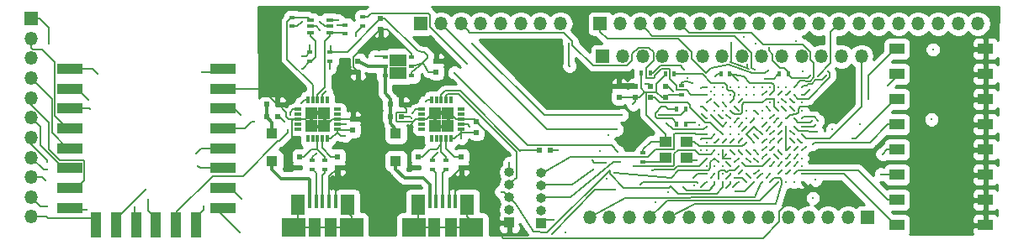
<source format=gbr>
G04 #@! TF.GenerationSoftware,KiCad,Pcbnew,5.0.0-rc2-dev-unknown-6940f92~62~ubuntu16.04.1*
G04 #@! TF.CreationDate,2018-03-25T22:17:42+02:00*
G04 #@! TF.ProjectId,roboy_sno,726F626F795F736E6F2E6B696361645F,rev?*
G04 #@! TF.SameCoordinates,Original*
G04 #@! TF.FileFunction,Copper,L1,Top,Signal*
G04 #@! TF.FilePolarity,Positive*
%FSLAX46Y46*%
G04 Gerber Fmt 4.6, Leading zero omitted, Abs format (unit mm)*
G04 Created by KiCad (PCBNEW 5.0.0-rc2-dev-unknown-6940f92~62~ubuntu16.04.1) date Sun Mar 25 22:17:42 2018*
%MOMM*%
%LPD*%
G01*
G04 APERTURE LIST*
%ADD10R,0.500000X0.600000*%
%ADD11C,0.320000*%
%ADD12R,0.600000X0.500000*%
%ADD13R,1.100000X1.100000*%
%ADD14R,0.650000X0.400000*%
%ADD15R,0.400000X0.600000*%
%ADD16R,0.600000X0.400000*%
%ADD17R,1.500000X1.100000*%
%ADD18R,0.850000X1.300000*%
%ADD19R,0.630000X0.450000*%
%ADD20R,1.300000X1.100000*%
%ADD21R,2.500000X1.100000*%
%ADD22R,1.100000X2.500000*%
%ADD23R,1.250000X1.250000*%
%ADD24R,0.300000X0.730000*%
%ADD25R,0.730000X0.300000*%
%ADD26R,1.000000X1.000000*%
%ADD27O,1.000000X1.000000*%
%ADD28O,1.350000X1.350000*%
%ADD29R,1.350000X1.350000*%
%ADD30R,0.450000X1.380000*%
%ADD31R,1.475000X2.100000*%
%ADD32R,2.375000X1.900000*%
%ADD33R,1.175000X1.900000*%
%ADD34C,0.301000*%
%ADD35C,0.152400*%
%ADD36C,0.300000*%
%ADD37C,0.254000*%
G04 APERTURE END LIST*
D10*
X124968000Y-109686000D03*
X124968000Y-110786000D03*
D11*
X160046000Y-112294000D03*
X160846000Y-112294000D03*
X161646000Y-112294000D03*
X162446000Y-112294000D03*
X163246000Y-112294000D03*
X164046000Y-112294000D03*
X164846000Y-112294000D03*
X165646000Y-112294000D03*
X166446000Y-112294000D03*
X167246000Y-112294000D03*
X168046000Y-112294000D03*
X168846000Y-112294000D03*
X169646000Y-112294000D03*
X160046000Y-113094000D03*
X160846000Y-113094000D03*
X161646000Y-113094000D03*
X162446000Y-113094000D03*
X163246000Y-113094000D03*
X164046000Y-113094000D03*
X164846000Y-113094000D03*
X165646000Y-113094000D03*
X166446000Y-113094000D03*
X167246000Y-113094000D03*
X168046000Y-113094000D03*
X168846000Y-113094000D03*
X169646000Y-113094000D03*
X160046000Y-113894000D03*
X160846000Y-113894000D03*
X161646000Y-113894000D03*
X162446000Y-113894000D03*
X163246000Y-113894000D03*
X164046000Y-113894000D03*
X164846000Y-113894000D03*
X165646000Y-113894000D03*
X166446000Y-113894000D03*
X167246000Y-113894000D03*
X168046000Y-113894000D03*
X168846000Y-113894000D03*
X169646000Y-113894000D03*
X160046000Y-114694000D03*
X160846000Y-114694000D03*
X161646000Y-114694000D03*
X162446000Y-114694000D03*
X163246000Y-114694000D03*
X164046000Y-114694000D03*
X164846000Y-114694000D03*
X165646000Y-114694000D03*
X166446000Y-114694000D03*
X167246000Y-114694000D03*
X168046000Y-114694000D03*
X168846000Y-114694000D03*
X169646000Y-114694000D03*
X160046000Y-115494000D03*
X160846000Y-115494000D03*
X161646000Y-115494000D03*
X162446000Y-115494000D03*
X163246000Y-115494000D03*
X164046000Y-115494000D03*
X164846000Y-115494000D03*
X165646000Y-115494000D03*
X166446000Y-115494000D03*
X167246000Y-115494000D03*
X168046000Y-115494000D03*
X168846000Y-115494000D03*
X169646000Y-115494000D03*
X160046000Y-116294000D03*
X160846000Y-116294000D03*
X161646000Y-116294000D03*
X162446000Y-116294000D03*
X163246000Y-116294000D03*
X164046000Y-116294000D03*
X164846000Y-116294000D03*
X165646000Y-116294000D03*
X166446000Y-116294000D03*
X167246000Y-116294000D03*
X168046000Y-116294000D03*
X168846000Y-116294000D03*
X169646000Y-116294000D03*
X160046000Y-117094000D03*
X160846000Y-117094000D03*
X161646000Y-117094000D03*
X162446000Y-117094000D03*
X163246000Y-117094000D03*
X164046000Y-117094000D03*
X164846000Y-117094000D03*
X165646000Y-117094000D03*
X166446000Y-117094000D03*
X167246000Y-117094000D03*
X168046000Y-117094000D03*
X168846000Y-117094000D03*
X169646000Y-117094000D03*
X160046000Y-117894000D03*
X160846000Y-117894000D03*
X161646000Y-117894000D03*
X162446000Y-117894000D03*
X163246000Y-117894000D03*
X164046000Y-117894000D03*
X164846000Y-117894000D03*
X165646000Y-117894000D03*
X166446000Y-117894000D03*
X167246000Y-117894000D03*
X168046000Y-117894000D03*
X168846000Y-117894000D03*
X169646000Y-117894000D03*
X160046000Y-118694000D03*
X160846000Y-118694000D03*
X161646000Y-118694000D03*
X162446000Y-118694000D03*
X163246000Y-118694000D03*
X164046000Y-118694000D03*
X164846000Y-118694000D03*
X165646000Y-118694000D03*
X166446000Y-118694000D03*
X167246000Y-118694000D03*
X168046000Y-118694000D03*
X168846000Y-118694000D03*
X169646000Y-118694000D03*
X160046000Y-119494000D03*
X160846000Y-119494000D03*
X161646000Y-119494000D03*
X162446000Y-119494000D03*
X163246000Y-119494000D03*
X164046000Y-119494000D03*
X164846000Y-119494000D03*
X165646000Y-119494000D03*
X166446000Y-119494000D03*
X167246000Y-119494000D03*
X168046000Y-119494000D03*
X168846000Y-119494000D03*
X169646000Y-119494000D03*
X160046000Y-120294000D03*
X160846000Y-120294000D03*
X161646000Y-120294000D03*
X162446000Y-120294000D03*
X163246000Y-120294000D03*
X164046000Y-120294000D03*
X164846000Y-120294000D03*
X165646000Y-120294000D03*
X166446000Y-120294000D03*
X167246000Y-120294000D03*
X168046000Y-120294000D03*
X168846000Y-120294000D03*
X169646000Y-120294000D03*
X160046000Y-121094000D03*
X160846000Y-121094000D03*
X161646000Y-121094000D03*
X162446000Y-121094000D03*
X163246000Y-121094000D03*
X164046000Y-121094000D03*
X164846000Y-121094000D03*
X165646000Y-121094000D03*
X166446000Y-121094000D03*
X167246000Y-121094000D03*
X168046000Y-121094000D03*
X168846000Y-121094000D03*
X169646000Y-121094000D03*
X160046000Y-121894000D03*
X160846000Y-121894000D03*
X161646000Y-121894000D03*
X162446000Y-121894000D03*
X163246000Y-121894000D03*
X164046000Y-121894000D03*
X164846000Y-121894000D03*
X165646000Y-121894000D03*
X166446000Y-121894000D03*
X167246000Y-121894000D03*
X168046000Y-121894000D03*
X168846000Y-121894000D03*
X169646000Y-121894000D03*
D10*
X154432000Y-113326000D03*
X154432000Y-112226000D03*
X155956000Y-112226000D03*
X155956000Y-113326000D03*
X151257000Y-113326000D03*
X151257000Y-112226000D03*
X152908000Y-112226000D03*
X152908000Y-113326000D03*
X127254000Y-105368000D03*
X127254000Y-106468000D03*
X119126000Y-120438000D03*
X119126000Y-119338000D03*
D12*
X115782000Y-114046000D03*
X116882000Y-114046000D03*
D10*
X124460000Y-115528000D03*
X124460000Y-116628000D03*
X122936000Y-119338000D03*
X122936000Y-120438000D03*
D13*
X116332000Y-119764000D03*
X116332000Y-116964000D03*
D12*
X115782000Y-115316000D03*
X116882000Y-115316000D03*
D14*
X120208000Y-106822000D03*
X120208000Y-105522000D03*
X122108000Y-106172000D03*
X120208000Y-106172000D03*
X122108000Y-105522000D03*
X122108000Y-106822000D03*
D15*
X153474000Y-110871000D03*
X154374000Y-110871000D03*
D16*
X157543500Y-112193500D03*
X157543500Y-113093500D03*
D15*
X156787000Y-110998000D03*
X155887000Y-110998000D03*
X168280500Y-110934500D03*
X167380500Y-110934500D03*
X161475000Y-110934500D03*
X162375000Y-110934500D03*
X157030000Y-116078000D03*
X157930000Y-116078000D03*
X157030000Y-114554000D03*
X157930000Y-114554000D03*
D16*
X153670000Y-118930000D03*
X153670000Y-119830000D03*
X125476000Y-106114000D03*
X125476000Y-105214000D03*
X118364000Y-105277500D03*
X118364000Y-106177500D03*
X123698000Y-106039500D03*
X123698000Y-106939500D03*
X120142000Y-108770000D03*
X120142000Y-109670000D03*
X122174000Y-109670000D03*
X122174000Y-108770000D03*
X120396000Y-119692000D03*
X120396000Y-120592000D03*
X121666000Y-120592000D03*
X121666000Y-119692000D03*
D17*
X179192000Y-108458000D03*
X179192000Y-110998000D03*
X179192000Y-113538000D03*
X179192000Y-116078000D03*
X179192000Y-118618000D03*
X179192000Y-121158000D03*
X179192000Y-123698000D03*
X179192000Y-126238000D03*
X188092000Y-110998000D03*
X188092000Y-108458000D03*
X188092000Y-113538000D03*
X188092000Y-116078000D03*
X188092000Y-118618000D03*
X188092000Y-121158000D03*
X188092000Y-123698000D03*
X188092000Y-126238000D03*
D18*
X129457000Y-110886000D03*
X129457000Y-109586000D03*
X128607000Y-110886000D03*
X128607000Y-109586000D03*
D19*
X127692000Y-111186000D03*
X127692000Y-110236000D03*
X127692000Y-109286000D03*
X130372000Y-109286000D03*
X130372000Y-110236000D03*
X130372000Y-111186000D03*
D20*
X155922000Y-117793000D03*
X158022000Y-117793000D03*
X158022000Y-119443000D03*
X155922000Y-119443000D03*
D21*
X95947000Y-110490000D03*
X95947000Y-112490000D03*
X95947000Y-114490000D03*
X95947000Y-116490000D03*
X95947000Y-118490000D03*
X95947000Y-120490000D03*
X95947000Y-122490000D03*
X95947000Y-124490000D03*
X111347000Y-124490000D03*
X111347000Y-122490000D03*
X111347000Y-120490000D03*
X111347000Y-118490000D03*
X111347000Y-116490000D03*
X111347000Y-114490000D03*
X111347000Y-112490000D03*
X111347000Y-110490000D03*
D22*
X98637000Y-126190000D03*
X100637000Y-126190000D03*
X102637000Y-126190000D03*
X104637000Y-126190000D03*
X106637000Y-126190000D03*
X108637000Y-126190000D03*
D23*
X120279000Y-114945000D03*
X120279000Y-116195000D03*
X121529000Y-114945000D03*
X121529000Y-116195000D03*
D24*
X119904000Y-113605000D03*
X120404000Y-113605000D03*
X120904000Y-113605000D03*
X121404000Y-113605000D03*
X121904000Y-113605000D03*
D25*
X122869000Y-114570000D03*
X122869000Y-115070000D03*
X122869000Y-115570000D03*
X122869000Y-116070000D03*
X122869000Y-116570000D03*
D24*
X121904000Y-117535000D03*
X121404000Y-117535000D03*
X120904000Y-117535000D03*
X120404000Y-117535000D03*
X119904000Y-117535000D03*
D25*
X118939000Y-116570000D03*
X118939000Y-116070000D03*
X118939000Y-115570000D03*
X118939000Y-115070000D03*
X118939000Y-114570000D03*
D12*
X143214000Y-118681500D03*
X144314000Y-118681500D03*
D10*
X131064000Y-119338000D03*
X131064000Y-120438000D03*
D12*
X129328000Y-114046000D03*
X128228000Y-114046000D03*
D10*
X136906000Y-115782000D03*
X136906000Y-116882000D03*
X135382000Y-120438000D03*
X135382000Y-119338000D03*
D13*
X128778000Y-119764000D03*
X128778000Y-116964000D03*
D12*
X129328000Y-115316000D03*
X128228000Y-115316000D03*
D16*
X132461000Y-120592000D03*
X132461000Y-119692000D03*
X133858000Y-119692000D03*
X133858000Y-120592000D03*
D23*
X132725000Y-114945000D03*
X132725000Y-116195000D03*
X133975000Y-114945000D03*
X133975000Y-116195000D03*
D24*
X132350000Y-113605000D03*
X132850000Y-113605000D03*
X133350000Y-113605000D03*
X133850000Y-113605000D03*
X134350000Y-113605000D03*
D25*
X135315000Y-114570000D03*
X135315000Y-115070000D03*
X135315000Y-115570000D03*
X135315000Y-116070000D03*
X135315000Y-116570000D03*
D24*
X134350000Y-117535000D03*
X133850000Y-117535000D03*
X133350000Y-117535000D03*
X132850000Y-117535000D03*
X132350000Y-117535000D03*
D25*
X131385000Y-116570000D03*
X131385000Y-116070000D03*
X131385000Y-115570000D03*
X131385000Y-115070000D03*
X131385000Y-114570000D03*
D26*
X140208000Y-125984000D03*
D27*
X140208000Y-124714000D03*
X140208000Y-123444000D03*
X140208000Y-122174000D03*
X140208000Y-120904000D03*
D28*
X187352000Y-105918000D03*
X185352000Y-105918000D03*
X183352000Y-105918000D03*
X181352000Y-105918000D03*
X179352000Y-105918000D03*
X177352000Y-105918000D03*
X175352000Y-105918000D03*
X173352000Y-105918000D03*
X171352000Y-105918000D03*
X169352000Y-105918000D03*
X167352000Y-105918000D03*
X165352000Y-105918000D03*
X163352000Y-105918000D03*
X161352000Y-105918000D03*
X159352000Y-105918000D03*
X157352000Y-105918000D03*
X155352000Y-105918000D03*
X153352000Y-105918000D03*
X151352000Y-105918000D03*
D29*
X149352000Y-105918000D03*
D28*
X175606000Y-109220000D03*
X173606000Y-109220000D03*
X171606000Y-109220000D03*
X169606000Y-109220000D03*
X167606000Y-109220000D03*
X165606000Y-109220000D03*
X163606000Y-109220000D03*
X161606000Y-109220000D03*
X159606000Y-109220000D03*
X157606000Y-109220000D03*
X155606000Y-109220000D03*
X153606000Y-109220000D03*
X151606000Y-109220000D03*
D29*
X149606000Y-109220000D03*
D28*
X145318000Y-105918000D03*
X143318000Y-105918000D03*
X141318000Y-105918000D03*
X139318000Y-105918000D03*
X137318000Y-105918000D03*
X135318000Y-105918000D03*
X133318000Y-105918000D03*
D29*
X131318000Y-105918000D03*
D28*
X148276000Y-125476000D03*
X150276000Y-125476000D03*
X152276000Y-125476000D03*
X154276000Y-125476000D03*
X156276000Y-125476000D03*
X158276000Y-125476000D03*
X160276000Y-125476000D03*
X162276000Y-125476000D03*
X164276000Y-125476000D03*
X166276000Y-125476000D03*
X168276000Y-125476000D03*
X170276000Y-125476000D03*
X172276000Y-125476000D03*
X174276000Y-125476000D03*
D29*
X176276000Y-125476000D03*
D28*
X92075000Y-125410000D03*
X92075000Y-123410000D03*
X92075000Y-121410000D03*
X92075000Y-119410000D03*
X92075000Y-117410000D03*
X92075000Y-115410000D03*
X92075000Y-113410000D03*
X92075000Y-111410000D03*
X92075000Y-109410000D03*
X92075000Y-107410000D03*
D29*
X92075000Y-105410000D03*
D10*
X132842000Y-109686000D03*
X132842000Y-110786000D03*
D30*
X120112000Y-123832000D03*
X120762000Y-123832000D03*
X121412000Y-123832000D03*
X122062000Y-123832000D03*
X122712000Y-123832000D03*
D31*
X118949500Y-124192000D03*
X123874500Y-124192000D03*
D32*
X118502000Y-126492000D03*
X124322000Y-126492000D03*
D33*
X120572000Y-126492000D03*
X122252000Y-126492000D03*
X134317000Y-126492000D03*
X132637000Y-126492000D03*
D32*
X136387000Y-126492000D03*
X130567000Y-126492000D03*
D31*
X135939500Y-124192000D03*
X131014500Y-124192000D03*
D30*
X134777000Y-123832000D03*
X134127000Y-123832000D03*
X133477000Y-123832000D03*
X132827000Y-123832000D03*
X132177000Y-123832000D03*
D27*
X143383000Y-120967500D03*
X143383000Y-122237500D03*
X143383000Y-123507500D03*
X143383000Y-124777500D03*
D26*
X143383000Y-126047500D03*
D34*
X144653000Y-125666500D03*
X149288500Y-118745000D03*
X145859500Y-126936500D03*
X144525474Y-127125100D03*
X113099411Y-126942411D03*
X140208000Y-119951500D03*
X141284774Y-118681500D03*
X167640000Y-112712500D03*
X139509500Y-127508000D03*
X186309000Y-108585000D03*
X152209500Y-112014000D03*
X153853100Y-112014000D03*
X158115000Y-111377100D03*
X159067500Y-119697500D03*
X154876500Y-123888500D03*
X159512000Y-122366400D03*
X141541500Y-107696000D03*
X162560000Y-107823000D03*
X164158733Y-110030634D03*
X164465000Y-121475500D03*
X168783000Y-123698000D03*
X170053000Y-122428000D03*
X171450000Y-107632500D03*
X172085000Y-111125000D03*
X172212000Y-115443000D03*
X156647952Y-112714400D03*
X159467780Y-112439220D03*
X155892500Y-114300000D03*
X156647952Y-112714400D03*
X168425100Y-117475000D03*
X160464500Y-115125500D03*
X162877500Y-119126000D03*
X166878000Y-119888000D03*
X165227000Y-117475000D03*
X162052000Y-115887500D03*
X168465500Y-115125500D03*
X162877500Y-114300000D03*
X162052000Y-114300000D03*
X166052500Y-112712500D03*
X97663000Y-124712100D03*
X182816500Y-108521500D03*
X164973000Y-107886500D03*
X182689500Y-115570000D03*
X163610065Y-119932155D03*
X153352500Y-122110500D03*
X159170910Y-121958518D03*
X166306500Y-108390701D03*
X170751500Y-123507500D03*
X159455102Y-118661701D03*
X175450500Y-116078000D03*
X162834601Y-115082601D03*
X122237500Y-108140500D03*
X120078500Y-108077000D03*
X152654000Y-114046000D03*
X170468699Y-111116855D03*
X160888701Y-111252000D03*
X172720000Y-116586000D03*
X166814500Y-113538000D03*
X166052000Y-119888000D03*
X162052000Y-119126000D03*
X168465500Y-118300500D03*
X119316500Y-109156500D03*
X164427000Y-117475000D03*
X123634500Y-117221000D03*
X119253000Y-113919000D03*
X121348500Y-118427500D03*
X120777000Y-118999000D03*
X148653500Y-120650000D03*
X159448500Y-117538500D03*
X151384000Y-119888000D03*
X159321500Y-116141500D03*
X163639500Y-115887500D03*
X161226500Y-119126000D03*
X163639500Y-116713000D03*
X158877000Y-115883701D03*
X162849717Y-115879924D03*
X166814500Y-116713000D03*
X167640000Y-116713000D03*
X171005500Y-116141500D03*
X171259500Y-115697000D03*
X171132500Y-116840000D03*
X170688000Y-115697000D03*
X166052500Y-116713000D03*
X171226900Y-111188500D03*
X167640000Y-115887500D03*
X169735500Y-110744000D03*
X166052500Y-115887500D03*
X166878000Y-115125500D03*
X172275500Y-110680500D03*
X168465500Y-112712500D03*
X168465500Y-113538000D03*
X167640000Y-113474500D03*
X170432100Y-112585500D03*
X166814500Y-115887500D03*
X164909500Y-110553500D03*
X166052500Y-114300000D03*
X163766500Y-107251500D03*
X169081499Y-107632500D03*
X168465500Y-114300000D03*
X166243000Y-110617000D03*
X167640000Y-114300000D03*
X168465500Y-116713000D03*
X166814500Y-117475000D03*
X166052500Y-117538500D03*
X170053000Y-118300500D03*
X169227500Y-117538500D03*
X166878000Y-118300500D03*
X167640000Y-117475000D03*
X169227500Y-119126000D03*
X169227500Y-118300500D03*
X168465500Y-119126000D03*
X169227500Y-119888000D03*
X166878000Y-119126000D03*
X167605053Y-119144113D03*
X157670500Y-122364500D03*
X160591869Y-122469673D03*
X150032815Y-121521315D03*
X156464000Y-122299100D03*
X161607578Y-122484862D03*
X139382500Y-122872500D03*
X130429000Y-114935000D03*
X165163500Y-121475500D03*
X166052500Y-121475500D03*
X161226500Y-121539000D03*
X162052000Y-119888000D03*
X162877500Y-119888000D03*
X163639500Y-119126000D03*
X162877500Y-121475500D03*
X165290500Y-120713500D03*
X164465000Y-119126000D03*
X164465000Y-119888000D03*
X165227000Y-119062500D03*
X165227000Y-119888000D03*
X102489000Y-124396500D03*
X93662500Y-124333000D03*
X103886000Y-123634500D03*
X93535500Y-121729500D03*
X108839000Y-120269000D03*
X93662500Y-120650000D03*
X108648500Y-118999000D03*
X93726000Y-119824500D03*
X109283500Y-110807500D03*
X97853500Y-113601500D03*
X93853000Y-107950000D03*
X117538500Y-115760500D03*
X123761500Y-116078000D03*
X103632000Y-122682000D03*
X119316500Y-110426500D03*
X121158000Y-105727500D03*
X119316500Y-105727500D03*
X121158000Y-106553000D03*
X122936000Y-106045000D03*
X98742500Y-110934500D03*
X123000120Y-105596155D03*
X122110500Y-110426500D03*
X157797500Y-110553500D03*
X160464500Y-112712500D03*
X163639500Y-113538000D03*
X158623000Y-111887000D03*
X164465000Y-115887500D03*
X162814000Y-113474500D03*
X165925500Y-111506000D03*
X165227000Y-115062000D03*
X145097500Y-118681500D03*
X146240500Y-110172500D03*
X146177000Y-107886500D03*
X163195000Y-111633000D03*
X150177500Y-117157500D03*
X158750000Y-121475500D03*
X136461500Y-107886500D03*
X151511000Y-115125500D03*
X155257500Y-115125500D03*
X159575500Y-115062000D03*
X97980500Y-114490500D03*
X124777500Y-107188000D03*
X162941338Y-122863962D03*
X158813500Y-122237500D03*
X135953500Y-109982000D03*
X176325435Y-113523935D03*
X167640000Y-119888000D03*
X178244500Y-112141000D03*
X167640000Y-120713500D03*
X171005500Y-121666000D03*
X174752000Y-117516901D03*
X166052500Y-119062500D03*
X170751500Y-118046500D03*
X166052500Y-118300500D03*
X177736500Y-119062500D03*
X168465500Y-119888000D03*
X177609500Y-121094500D03*
X168465500Y-120713500D03*
X126682500Y-109220000D03*
X134683500Y-110871000D03*
X151066500Y-118808500D03*
X152717500Y-120326299D03*
X154559000Y-120713499D03*
X148526500Y-119737701D03*
X149923500Y-119951500D03*
X150749000Y-120967500D03*
X161226500Y-119888000D03*
X160464500Y-113474500D03*
X161226500Y-114300000D03*
X161226500Y-117538500D03*
X159512000Y-114300000D03*
X163639500Y-117475000D03*
X161226500Y-115125500D03*
X162052000Y-117538500D03*
X162052000Y-115125500D03*
X162814000Y-117538500D03*
X160464500Y-121475500D03*
X151003000Y-116586000D03*
X156019500Y-115951000D03*
X114490500Y-115760500D03*
X162052000Y-121539000D03*
X113220500Y-123571000D03*
X163639501Y-120713500D03*
X162056011Y-122417923D03*
X156146500Y-122872500D03*
X150876000Y-122618500D03*
X113157000Y-115125500D03*
X162657685Y-122393815D03*
X121740615Y-112787115D03*
X117919500Y-116649500D03*
X109410500Y-124333000D03*
X118117789Y-115146227D03*
X135318500Y-117475000D03*
X131762500Y-113792000D03*
X133794500Y-118491000D03*
X132969000Y-118935500D03*
X136207500Y-116268500D03*
X130365500Y-115443000D03*
D35*
X131385000Y-115570000D02*
X130799570Y-115570000D01*
X130799570Y-115570000D02*
X130238500Y-116131070D01*
X127254000Y-106468000D02*
X127254000Y-106518000D01*
X124489399Y-110257399D02*
X124968000Y-110736000D01*
X127254000Y-106518000D02*
X124489399Y-109282601D01*
X124489399Y-109282601D02*
X124489399Y-110257399D01*
X124968000Y-110736000D02*
X124968000Y-110786000D01*
X134777000Y-122428000D02*
X134777000Y-121093000D01*
X134777000Y-122428000D02*
X134777000Y-123832000D01*
X134777000Y-122602000D02*
X134777000Y-122428000D01*
X134127000Y-122491500D02*
X134127000Y-122127000D01*
X134127000Y-122602000D02*
X134127000Y-122491500D01*
X134127000Y-122491500D02*
X134127000Y-123832000D01*
X122712000Y-122602000D02*
X122712000Y-123832000D01*
X122483600Y-120890400D02*
X122533600Y-120890400D01*
X122062000Y-121312000D02*
X122483600Y-120890400D01*
X122533600Y-120890400D02*
X122936000Y-120488000D01*
X122062000Y-123832000D02*
X122062000Y-121312000D01*
X122936000Y-120488000D02*
X122936000Y-120438000D01*
X132778500Y-110807500D02*
X132080000Y-110807500D01*
X132080000Y-110807500D02*
X131508500Y-109855000D01*
D36*
X126029500Y-110172500D02*
X124904500Y-109728000D01*
X127538500Y-110172500D02*
X126029500Y-110172500D01*
X127602000Y-110236000D02*
X127538500Y-110172500D01*
X127692000Y-110236000D02*
X127602000Y-110236000D01*
X120024000Y-121539000D02*
X117257000Y-121539000D01*
X120112000Y-123832000D02*
X120112000Y-121627000D01*
X117257000Y-121539000D02*
X116332000Y-120614000D01*
X120112000Y-121627000D02*
X120024000Y-121539000D01*
X116332000Y-120614000D02*
X116332000Y-119764000D01*
D35*
X156846321Y-117014399D02*
X156800601Y-117060119D01*
X156754881Y-118571601D02*
X154939881Y-118571601D01*
X158854881Y-117014399D02*
X156846321Y-117014399D01*
X156800601Y-118525881D02*
X156754881Y-118571601D01*
X158934482Y-117094000D02*
X158854881Y-117014399D01*
X160046000Y-117094000D02*
X158934482Y-117094000D01*
X156800601Y-117060119D02*
X156800601Y-118525881D01*
X154939881Y-118571601D02*
X154152881Y-119358601D01*
X154152881Y-119358601D02*
X146389399Y-119358601D01*
X146389399Y-119358601D02*
X143764000Y-120904000D01*
X148653500Y-120650000D02*
X146494500Y-122110500D01*
X146494500Y-122110500D02*
X143764000Y-122110500D01*
X146367500Y-123380500D02*
X146304000Y-123444000D01*
X146304000Y-123444000D02*
X143764000Y-123444000D01*
X146367500Y-123380500D02*
X150698934Y-119888000D01*
X150698934Y-119888000D02*
X151384000Y-119888000D01*
X144653000Y-125666500D02*
X143764000Y-125666500D01*
X143764000Y-125666500D02*
X143383000Y-126047500D01*
X150312601Y-121092171D02*
X150312601Y-120705399D01*
X151710031Y-122489601D02*
X150312601Y-121092171D01*
X156273499Y-122489601D02*
X151710031Y-122489601D01*
X156464000Y-122299100D02*
X156273499Y-122489601D01*
X142621000Y-126873000D02*
X140843000Y-124079000D01*
X140843000Y-124079000D02*
X140707999Y-123943999D01*
X150312601Y-120705399D02*
X144018000Y-126936500D01*
X144018000Y-126936500D02*
X142621000Y-126873000D01*
X140707999Y-123943999D02*
X140208000Y-123444000D01*
X124322000Y-126492000D02*
X124322000Y-125389600D01*
X124322000Y-125389600D02*
X123874500Y-124942100D01*
X123874500Y-124942100D02*
X123874500Y-124192000D01*
X122252000Y-126492000D02*
X124322000Y-126492000D01*
X120572000Y-126492000D02*
X121311900Y-126492000D01*
X121311900Y-126492000D02*
X122252000Y-126492000D01*
X120572000Y-126492000D02*
X119832100Y-126492000D01*
X119832100Y-126492000D02*
X118502000Y-126492000D01*
X118949500Y-124192000D02*
X118949500Y-126044500D01*
X118949500Y-126044500D02*
X118502000Y-126492000D01*
X121412000Y-122491500D02*
X121412000Y-122602000D01*
X121412000Y-121774600D02*
X121412000Y-122491500D01*
X121412000Y-122491500D02*
X121412000Y-123832000D01*
X120762000Y-122602000D02*
X120762000Y-123832000D01*
X166834601Y-112705399D02*
X166834601Y-112107471D01*
X166614130Y-111887000D02*
X164401500Y-111887000D01*
X166834601Y-112107471D02*
X166614130Y-111887000D01*
X166446000Y-113094000D02*
X166834601Y-112705399D01*
X163751911Y-111237411D02*
X162369500Y-110934500D01*
X164401500Y-111887000D02*
X163751911Y-111237411D01*
X144525474Y-127125100D02*
X148830566Y-122618500D01*
X140208000Y-119951500D02*
X140208000Y-120904000D01*
D36*
X129639500Y-121475500D02*
X128778000Y-120614000D01*
X131525500Y-121475500D02*
X129639500Y-121475500D01*
X132177000Y-122127000D02*
X131525500Y-121475500D01*
X132177000Y-123832000D02*
X132177000Y-122127000D01*
X128778000Y-120614000D02*
X128778000Y-119764000D01*
D35*
X135939500Y-124192000D02*
X135939500Y-125394400D01*
X135939500Y-125394400D02*
X136387000Y-125841900D01*
X136387000Y-125841900D02*
X136387000Y-126492000D01*
X134317000Y-126492000D02*
X135056900Y-126492000D01*
X135056900Y-126492000D02*
X136387000Y-126492000D01*
X132637000Y-126492000D02*
X133376900Y-126492000D01*
X133376900Y-126492000D02*
X134317000Y-126492000D01*
X130567000Y-126492000D02*
X132637000Y-126492000D01*
X131014500Y-124192000D02*
X131014500Y-126044500D01*
X131014500Y-126044500D02*
X130567000Y-126492000D01*
X133477000Y-122602000D02*
X133477000Y-123832000D01*
X132827000Y-122602000D02*
X132827000Y-123832000D01*
X167246000Y-113094000D02*
X167258500Y-113094000D01*
X167258500Y-113094000D02*
X167640000Y-112712500D01*
X118939000Y-115570000D02*
X118512518Y-115570000D01*
X118512518Y-115570000D02*
X118345399Y-115737119D01*
X118345399Y-115737119D02*
X118345399Y-117519899D01*
X165727527Y-127554601D02*
X139556101Y-127554601D01*
X139556101Y-127554601D02*
X139509500Y-127508000D01*
X110647000Y-112490000D02*
X115276000Y-112490000D01*
X116832000Y-114046000D02*
X116882000Y-114046000D01*
X115276000Y-112490000D02*
X116832000Y-114046000D01*
X140208000Y-125984000D02*
X139555600Y-125984000D01*
X167372399Y-125909729D02*
X167372399Y-124895762D01*
X167372399Y-124895762D02*
X168570161Y-123698000D01*
X165727527Y-127554601D02*
X167372399Y-125909729D01*
X168570161Y-123698000D02*
X168783000Y-123698000D01*
X186309000Y-108585000D02*
X187965000Y-108585000D01*
X187965000Y-108585000D02*
X188092000Y-108458000D01*
X152209500Y-112014000D02*
X151469000Y-112014000D01*
X151469000Y-112014000D02*
X151257000Y-112226000D01*
X152209500Y-112014000D02*
X152696000Y-112014000D01*
X152696000Y-112014000D02*
X152908000Y-112226000D01*
X153853100Y-112014000D02*
X154220000Y-112014000D01*
X154220000Y-112014000D02*
X154432000Y-112226000D01*
X159067500Y-119697500D02*
X158276500Y-119697500D01*
X158276500Y-119697500D02*
X158022000Y-119443000D01*
X160046000Y-121894000D02*
X159984400Y-121894000D01*
X159984400Y-121894000D02*
X159512000Y-122366400D01*
X164266426Y-110467060D02*
X162446541Y-109772877D01*
X162560000Y-109659418D02*
X162560000Y-107823000D01*
X164158733Y-110359367D02*
X164266426Y-110467060D01*
X162446541Y-109772877D02*
X162560000Y-109659418D01*
X164158733Y-110030634D02*
X164158733Y-110359367D01*
X164046000Y-121094000D02*
X164083500Y-121094000D01*
X164083500Y-121094000D02*
X164465000Y-121475500D01*
X168783000Y-123698000D02*
X170053000Y-122428000D01*
X170053000Y-122428000D02*
X170053000Y-122301000D01*
X170053000Y-122301000D02*
X169646000Y-121894000D01*
X171011171Y-111574494D02*
X171635506Y-111574494D01*
X171635506Y-111574494D02*
X172085000Y-111125000D01*
X170633608Y-112001882D02*
X170642772Y-111992718D01*
X170642772Y-111992718D02*
X171011171Y-111574494D01*
X170622363Y-112001882D02*
X170633608Y-112001882D01*
X170306683Y-112000441D02*
X170622363Y-112001882D01*
X170306484Y-112000441D02*
X170306683Y-112000441D01*
X170109426Y-112134000D02*
X170243275Y-112000152D01*
X170243275Y-112000152D02*
X170306484Y-112000441D01*
X169646000Y-112294000D02*
X169805999Y-112134001D01*
X169805999Y-112134001D02*
X170109426Y-112134000D01*
X171074399Y-114305399D02*
X172212000Y-115443000D01*
X169055327Y-115082601D02*
X169257399Y-114880529D01*
X169257399Y-114880529D02*
X169257399Y-114507471D01*
X169459471Y-114305399D02*
X171074399Y-114305399D01*
X168721238Y-115082601D02*
X169055327Y-115082601D01*
X168678339Y-115125500D02*
X168721238Y-115082601D01*
X168465500Y-115125500D02*
X168678339Y-115125500D01*
X169257399Y-114507471D02*
X169459471Y-114305399D01*
X160046000Y-112294000D02*
X159613000Y-112294000D01*
X159613000Y-112294000D02*
X159467780Y-112439220D01*
X157030000Y-116078000D02*
X157030000Y-115978000D01*
X154878399Y-114943531D02*
X155521930Y-114300000D01*
X157030000Y-115978000D02*
X156556601Y-115504601D01*
X156556601Y-115504601D02*
X155075531Y-115504601D01*
X155075531Y-115504601D02*
X154878399Y-115307469D01*
X155521930Y-114300000D02*
X155679661Y-114300000D01*
X154878399Y-115307469D02*
X154878399Y-114943531D01*
X155679661Y-114300000D02*
X155892500Y-114300000D01*
X157030000Y-114554000D02*
X156146500Y-114554000D01*
X156146500Y-114554000D02*
X155892500Y-114300000D01*
X155956000Y-112226000D02*
X156159552Y-112226000D01*
X156159552Y-112226000D02*
X156647952Y-112714400D01*
X116882000Y-114046000D02*
X116932000Y-114046000D01*
X116932000Y-114046000D02*
X117738688Y-114852688D01*
X117738688Y-114852688D02*
X117738688Y-115328196D01*
X117738688Y-115328196D02*
X117980492Y-115570000D01*
X118421600Y-115570000D02*
X118939000Y-115570000D01*
X117980492Y-115570000D02*
X118421600Y-115570000D01*
X122712000Y-122602000D02*
X122712000Y-120662000D01*
X122712000Y-120662000D02*
X122936000Y-120438000D01*
X129328000Y-114046000D02*
X129378000Y-114046000D01*
X129378000Y-114046000D02*
X129856601Y-114524601D01*
X129810881Y-114837399D02*
X128845119Y-114837399D01*
X129856601Y-114524601D02*
X129856601Y-114883119D01*
X129856601Y-114883119D02*
X129810881Y-114837399D01*
X128845119Y-114837399D02*
X128799399Y-114883119D01*
X128799399Y-115748881D02*
X128872619Y-115822101D01*
X128799399Y-114883119D02*
X128799399Y-115748881D01*
X130799570Y-115570000D02*
X130867600Y-115570000D01*
X128872619Y-115822101D02*
X130547469Y-115822101D01*
X130547469Y-115822101D02*
X130799570Y-115570000D01*
X130867600Y-115570000D02*
X131385000Y-115570000D01*
X136906000Y-115782000D02*
X136906000Y-115832000D01*
X136906000Y-115832000D02*
X137922000Y-116848000D01*
X130372000Y-109286000D02*
X130372000Y-108908600D01*
X127931400Y-106468000D02*
X127656400Y-106468000D01*
X130372000Y-108908600D02*
X127931400Y-106468000D01*
X127656400Y-106468000D02*
X127254000Y-106468000D01*
X168846000Y-117894000D02*
X168844100Y-117894000D01*
X168844100Y-117894000D02*
X168425100Y-117475000D01*
X160846000Y-115494000D02*
X160833000Y-115494000D01*
X160833000Y-115494000D02*
X160464500Y-115125500D01*
X135315000Y-115570000D02*
X134797600Y-115570000D01*
X134172600Y-114945000D02*
X133975000Y-114945000D01*
X134797600Y-115570000D02*
X134172600Y-114945000D01*
X131385000Y-115570000D02*
X131902400Y-115570000D01*
X132527400Y-114945000D02*
X132725000Y-114945000D01*
X131902400Y-115570000D02*
X132527400Y-114945000D01*
X135315000Y-115570000D02*
X136694000Y-115570000D01*
X136694000Y-115570000D02*
X136906000Y-115782000D01*
X124460000Y-115528000D02*
X122911000Y-115528000D01*
X122911000Y-115528000D02*
X122869000Y-115570000D01*
X122869000Y-115570000D02*
X122351600Y-115570000D01*
X122351600Y-115570000D02*
X121726600Y-116195000D01*
X121726600Y-116195000D02*
X121529000Y-116195000D01*
X118939000Y-115570000D02*
X119654000Y-115570000D01*
X119654000Y-115570000D02*
X120279000Y-114945000D01*
X134127000Y-122127000D02*
X134777000Y-121477000D01*
X134777000Y-121477000D02*
X134777000Y-121093000D01*
X134777000Y-121093000D02*
X135382000Y-120488000D01*
X135382000Y-120488000D02*
X135382000Y-120438000D01*
X162446000Y-118694000D02*
X162446000Y-118694500D01*
X162446000Y-118694500D02*
X162877500Y-119126000D01*
X166446000Y-120294000D02*
X166472000Y-120294000D01*
X166472000Y-120294000D02*
X166878000Y-119888000D01*
X168846000Y-117894000D02*
X168846000Y-117919000D01*
X164846000Y-117094000D02*
X165227000Y-117475000D01*
X161646000Y-116294000D02*
X161646000Y-116293500D01*
X161646000Y-116293500D02*
X162052000Y-115887500D01*
X160846000Y-115494000D02*
X161646000Y-116294000D01*
X168046000Y-115494000D02*
X168097000Y-115494000D01*
X168097000Y-115494000D02*
X168465500Y-115125500D01*
X163246000Y-114694000D02*
X163246000Y-114668500D01*
X163246000Y-114668500D02*
X162877500Y-114300000D01*
X161646000Y-113894000D02*
X162052000Y-114300000D01*
X165646000Y-113094000D02*
X165671000Y-113094000D01*
X165671000Y-113094000D02*
X166052500Y-112712500D01*
X97663000Y-124712100D02*
X96869100Y-124712100D01*
X96869100Y-124712100D02*
X96647000Y-124490000D01*
X131953000Y-109093000D02*
X131953000Y-109347000D01*
X131953000Y-109347000D02*
X131445000Y-109855000D01*
X131381500Y-108775500D02*
X131635500Y-108775500D01*
X131635500Y-108775500D02*
X131953000Y-109093000D01*
X131508500Y-109855000D02*
X131445000Y-109855000D01*
X130372000Y-111186000D02*
X130372000Y-110808600D01*
X130372000Y-110808600D02*
X131508500Y-109855000D01*
X131508500Y-109855000D02*
X130462000Y-110236000D01*
X130462000Y-110236000D02*
X130372000Y-110236000D01*
X127254000Y-105368000D02*
X127656400Y-105368000D01*
X127656400Y-105368000D02*
X130915601Y-108627201D01*
X130915601Y-108627201D02*
X131381500Y-108775500D01*
X164046000Y-120294000D02*
X163971910Y-120294000D01*
X163971910Y-120294000D02*
X163610065Y-119932155D01*
X159170910Y-121958518D02*
X159070791Y-121858399D01*
X159070791Y-121858399D02*
X153604601Y-121858399D01*
X153604601Y-121858399D02*
X153352500Y-122110500D01*
X166306500Y-108390701D02*
X166306500Y-108603540D01*
X166306500Y-108603540D02*
X166702399Y-108999439D01*
X167851899Y-110405899D02*
X168280500Y-110834500D01*
X166702399Y-108999439D02*
X166702399Y-109653729D01*
X168280500Y-110834500D02*
X168280500Y-110934500D01*
X166702399Y-109653729D02*
X167454569Y-110405899D01*
X167454569Y-110405899D02*
X167851899Y-110405899D01*
X122237500Y-108140500D02*
X122237500Y-108706500D01*
X122237500Y-108706500D02*
X122174000Y-108770000D01*
X120142000Y-108770000D02*
X120142000Y-108140500D01*
X120142000Y-108140500D02*
X120078500Y-108077000D01*
X152908000Y-113326000D02*
X152908000Y-113792000D01*
X152908000Y-113792000D02*
X152654000Y-114046000D01*
X155887000Y-110998000D02*
X155887000Y-111098000D01*
X155887000Y-111098000D02*
X155024999Y-111960001D01*
X155024999Y-111960001D02*
X155024999Y-112797399D01*
X153474000Y-110871000D02*
X153474000Y-112432398D01*
X153474000Y-112432398D02*
X153839001Y-112797399D01*
X170198654Y-111386900D02*
X170462453Y-111123101D01*
X168280500Y-111034500D02*
X168632900Y-111386900D01*
X168632900Y-111386900D02*
X170198654Y-111386900D01*
X168280500Y-110934500D02*
X168280500Y-111034500D01*
X170462453Y-111123101D02*
X170468699Y-111116855D01*
X161475000Y-110934500D02*
X161206201Y-110934500D01*
X161206201Y-110934500D02*
X160888701Y-111252000D01*
X165646000Y-113894000D02*
X166057399Y-113482601D01*
X166057399Y-113482601D02*
X166759101Y-113482601D01*
X166759101Y-113482601D02*
X166814500Y-113538000D01*
X157543500Y-113093500D02*
X156188500Y-113093500D01*
X156188500Y-113093500D02*
X155956000Y-113326000D01*
X167246000Y-114694000D02*
X166857399Y-114305399D01*
X166857399Y-114305399D02*
X166857399Y-113580899D01*
X166857399Y-113580899D02*
X166814500Y-113538000D01*
X166052000Y-119888000D02*
X166446000Y-119494000D01*
X165646000Y-120294000D02*
X166052000Y-119888000D01*
X155922000Y-117793000D02*
X154454600Y-117793000D01*
X154454600Y-117793000D02*
X153670000Y-118577600D01*
X153670000Y-118577600D02*
X153670000Y-118930000D01*
X155956000Y-113326000D02*
X155553600Y-113326000D01*
X155553600Y-113326000D02*
X155024999Y-112797399D01*
X155024999Y-112797399D02*
X153999119Y-112797399D01*
X155922000Y-117090600D02*
X155922000Y-117793000D01*
X153999119Y-112797399D02*
X153953399Y-112843119D01*
X153953399Y-112843119D02*
X153953399Y-115121999D01*
X153953399Y-115121999D02*
X155922000Y-117090600D01*
X151257000Y-113326000D02*
X151659400Y-113326000D01*
X151659400Y-113326000D02*
X152908000Y-113326000D01*
X152908000Y-113326000D02*
X153310400Y-113326000D01*
X153839001Y-112797399D02*
X155024999Y-112797399D01*
X153310400Y-113326000D02*
X153839001Y-112797399D01*
X161646000Y-119494000D02*
X161684000Y-119494000D01*
X161684000Y-119494000D02*
X162052000Y-119126000D01*
X164046000Y-113894000D02*
X163819726Y-113894000D01*
X163634601Y-114079125D02*
X163634601Y-114880529D01*
X163819726Y-113894000D02*
X163634601Y-114079125D01*
X163432529Y-115082601D02*
X162834601Y-115082601D01*
X163634601Y-114880529D02*
X163432529Y-115082601D01*
X162834601Y-115082601D02*
X162605999Y-114853999D01*
X162605999Y-114853999D02*
X162446000Y-114694000D01*
X164846000Y-113894000D02*
X164046000Y-113894000D01*
X165646000Y-113894000D02*
X164846000Y-113894000D01*
X168046000Y-117094000D02*
X168046000Y-116294000D01*
X161646000Y-119494000D02*
X161646000Y-118694000D01*
X162446000Y-119494000D02*
X161646000Y-119494000D01*
X164846000Y-120294000D02*
X165646000Y-120294000D01*
X164046000Y-120294000D02*
X164846000Y-120294000D01*
X168046000Y-118694000D02*
X168072000Y-118694000D01*
X168072000Y-118694000D02*
X168465500Y-118300500D01*
X168046000Y-117094000D02*
X168046000Y-117894000D01*
X168046000Y-118694000D02*
X168046000Y-117894000D01*
X122174000Y-108770000D02*
X123902000Y-108770000D01*
X123902000Y-108770000D02*
X127254000Y-105418000D01*
X127254000Y-105418000D02*
X127254000Y-105368000D01*
X119316500Y-109156500D02*
X119755500Y-109156500D01*
X119755500Y-109156500D02*
X120142000Y-108770000D01*
X164427000Y-117475000D02*
X164046000Y-117094000D01*
X164846000Y-117894000D02*
X164427000Y-117475000D01*
X165646000Y-117094000D02*
X164846000Y-116294000D01*
X164046000Y-117094000D02*
X164846000Y-116294000D01*
D36*
X127692000Y-111186000D02*
X127692000Y-110236000D01*
X128228000Y-114046000D02*
X128228000Y-113496000D01*
X128228000Y-113496000D02*
X127692000Y-112960000D01*
X127692000Y-112960000D02*
X127692000Y-111711000D01*
X127692000Y-111711000D02*
X127692000Y-111186000D01*
X128228000Y-115316000D02*
X128228000Y-114046000D01*
X128778000Y-116522500D02*
X128228000Y-115972500D01*
X128228000Y-115972500D02*
X128228000Y-115316000D01*
X128778000Y-116964000D02*
X128778000Y-116522500D01*
D35*
X119126000Y-119338000D02*
X119528400Y-119338000D01*
X119528400Y-119338000D02*
X120246501Y-118619899D01*
X120246501Y-118619899D02*
X120861701Y-118619899D01*
X120861701Y-118619899D02*
X120904000Y-118577600D01*
X121666000Y-119692000D02*
X121666000Y-119339600D01*
X120904000Y-118052400D02*
X120904000Y-117535000D01*
X121666000Y-119339600D02*
X120904000Y-118577600D01*
X120904000Y-118577600D02*
X120904000Y-118052400D01*
D36*
X115782000Y-114046000D02*
X115782000Y-115316000D01*
X116332000Y-116964000D02*
X116332000Y-115866000D01*
X116332000Y-115866000D02*
X115782000Y-115316000D01*
D35*
X123634500Y-117221000D02*
X123217600Y-117221000D01*
X123217600Y-117221000D02*
X122869000Y-116872400D01*
X119904000Y-113605000D02*
X119567000Y-113605000D01*
X119567000Y-113605000D02*
X119253000Y-113919000D01*
X122869000Y-116570000D02*
X122869000Y-116872400D01*
X122869000Y-116872400D02*
X122206400Y-117535000D01*
X122206400Y-117535000D02*
X121904000Y-117535000D01*
X124460000Y-116628000D02*
X122927000Y-116628000D01*
X122927000Y-116628000D02*
X122869000Y-116570000D01*
X122936000Y-119338000D02*
X122259000Y-119338000D01*
X122259000Y-119338000D02*
X121348500Y-118427500D01*
X121348500Y-118427500D02*
X121348500Y-117590500D01*
X121348500Y-117590500D02*
X121404000Y-117535000D01*
X120396000Y-119692000D02*
X120396000Y-119380000D01*
X120396000Y-119380000D02*
X120777000Y-118999000D01*
X160846000Y-117094000D02*
X160457399Y-117482601D01*
X160457399Y-117482601D02*
X159504399Y-117482601D01*
X159504399Y-117482601D02*
X159448500Y-117538500D01*
X163246000Y-116294000D02*
X163246000Y-116281000D01*
X163246000Y-116281000D02*
X163639500Y-115887500D01*
X164046000Y-116294000D02*
X164046000Y-116306500D01*
X164046000Y-116306500D02*
X163639500Y-116713000D01*
X158877000Y-115883701D02*
X158124299Y-115883701D01*
X158124299Y-115883701D02*
X157930000Y-116078000D01*
X163246000Y-115494000D02*
X163235641Y-115494000D01*
X163235641Y-115494000D02*
X162849717Y-115879924D01*
X166446000Y-117094000D02*
X166446000Y-117081500D01*
X166446000Y-117081500D02*
X166814500Y-116713000D01*
X167246000Y-117094000D02*
X167259000Y-117094000D01*
X167259000Y-117094000D02*
X167640000Y-116713000D01*
X169646000Y-116294000D02*
X170853000Y-116294000D01*
X170853000Y-116294000D02*
X171005500Y-116141500D01*
X169646000Y-115494000D02*
X169822101Y-115317899D01*
X169822101Y-115317899D02*
X170880399Y-115317899D01*
X170880399Y-115317899D02*
X171259500Y-115697000D01*
X168846000Y-116294000D02*
X169257399Y-116705399D01*
X169257399Y-116705399D02*
X170251101Y-116705399D01*
X170251101Y-116705399D02*
X170385702Y-116840000D01*
X170385702Y-116840000D02*
X171132500Y-116840000D01*
X170688000Y-115697000D02*
X170502399Y-115882601D01*
X170502399Y-115882601D02*
X169234601Y-115882601D01*
X169234601Y-115882601D02*
X169005999Y-115653999D01*
X169005999Y-115653999D02*
X168846000Y-115494000D01*
X166446000Y-116294000D02*
X166446000Y-116319500D01*
X166446000Y-116319500D02*
X166052500Y-116713000D01*
X171226900Y-111188500D02*
X172509601Y-109905799D01*
X172509601Y-109905799D02*
X172509601Y-106760399D01*
X172509601Y-106760399D02*
X172677001Y-106592999D01*
X172677001Y-106592999D02*
X173352000Y-105918000D01*
X167405999Y-116121501D02*
X167640000Y-115887500D01*
X167246000Y-116294000D02*
X167405999Y-116134001D01*
X167405999Y-116134001D02*
X167405999Y-116121501D01*
X165646000Y-116294000D02*
X166052500Y-115887500D01*
X166878000Y-115125500D02*
X166814500Y-115125500D01*
X166814500Y-115125500D02*
X166446000Y-115494000D01*
X172464101Y-111306969D02*
X172464101Y-110869101D01*
X170288469Y-113482601D02*
X172464101Y-111306969D01*
X169234601Y-113482601D02*
X170288469Y-113482601D01*
X168846000Y-113094000D02*
X169234601Y-113482601D01*
X172464101Y-110869101D02*
X172275500Y-110680500D01*
X168046000Y-113094000D02*
X168084000Y-113094000D01*
X168084000Y-113094000D02*
X168465500Y-112712500D01*
X168846000Y-113894000D02*
X168821500Y-113894000D01*
X168821500Y-113894000D02*
X168465500Y-113538000D01*
X168046000Y-113894000D02*
X168046000Y-113880500D01*
X168046000Y-113880500D02*
X167640000Y-113474500D01*
X169646000Y-113094000D02*
X169923600Y-113094000D01*
X169923600Y-113094000D02*
X170432100Y-112585500D01*
X165734931Y-108011601D02*
X164544931Y-106821601D01*
X164544931Y-106821601D02*
X158255601Y-106821601D01*
X169734931Y-108011601D02*
X165734931Y-108011601D01*
X170509601Y-108786271D02*
X169734931Y-108011601D01*
X170847799Y-109887799D02*
X170509601Y-109549601D01*
X170509601Y-109549601D02*
X170509601Y-108786271D01*
X170497500Y-111696500D02*
X170847799Y-111298825D01*
X168846000Y-112294000D02*
X169448290Y-111691710D01*
X169448290Y-111691710D02*
X170497500Y-111696500D01*
X170847799Y-111298825D02*
X170847799Y-109887799D01*
X158255601Y-106821601D02*
X157352000Y-105918000D01*
X167246000Y-115494000D02*
X167208000Y-115494000D01*
X167208000Y-115494000D02*
X166814500Y-115887500D01*
X154560411Y-107126411D02*
X154026999Y-106592999D01*
X164568501Y-108845171D02*
X162849741Y-107126411D01*
X164909500Y-110553500D02*
X164568501Y-110403001D01*
X162849741Y-107126411D02*
X154560411Y-107126411D01*
X164568501Y-110403001D02*
X164568501Y-108845171D01*
X154026999Y-106592999D02*
X153352000Y-105918000D01*
X166446000Y-114694000D02*
X166446000Y-114693500D01*
X166446000Y-114693500D02*
X166052500Y-114300000D01*
X168846000Y-114694000D02*
X168846000Y-114680500D01*
X168846000Y-114680500D02*
X168465500Y-114300000D01*
X162306000Y-110045500D02*
X164631642Y-110932601D01*
X160507973Y-110405899D02*
X162306000Y-110045500D01*
X164631642Y-110932601D02*
X165927399Y-110932601D01*
X158509601Y-109460931D02*
X159981271Y-110932601D01*
X158509601Y-108786271D02*
X158509601Y-109460931D01*
X149352000Y-105918000D02*
X149352000Y-106745400D01*
X149352000Y-106745400D02*
X150037821Y-107431221D01*
X159981271Y-110932601D02*
X160507973Y-110405899D01*
X150037821Y-107431221D02*
X157154551Y-107431221D01*
X157154551Y-107431221D02*
X158509601Y-108786271D01*
X165927399Y-110932601D02*
X166243000Y-110617000D01*
X168046000Y-114694000D02*
X168034000Y-114694000D01*
X168034000Y-114694000D02*
X167640000Y-114300000D01*
X169646000Y-117094000D02*
X170016601Y-117464601D01*
X170016601Y-117464601D02*
X172440881Y-117464601D01*
X172440881Y-117464601D02*
X175606000Y-114299482D01*
X175606000Y-114299482D02*
X175606000Y-110174594D01*
X175606000Y-110174594D02*
X175606000Y-109220000D01*
X168846000Y-117094000D02*
X168846000Y-117093500D01*
X168846000Y-117093500D02*
X168465500Y-116713000D01*
X166446000Y-117894000D02*
X166446000Y-117843500D01*
X166446000Y-117843500D02*
X166814500Y-117475000D01*
X166052500Y-117538500D02*
X166001500Y-117538500D01*
X166001500Y-117538500D02*
X165646000Y-117894000D01*
X169646000Y-118694000D02*
X169659500Y-118694000D01*
X169659500Y-118694000D02*
X170053000Y-118300500D01*
X169646000Y-117894000D02*
X169583000Y-117894000D01*
X169583000Y-117894000D02*
X169227500Y-117538500D01*
X166446000Y-118694000D02*
X166484500Y-118694000D01*
X166484500Y-118694000D02*
X166878000Y-118300500D01*
X167246000Y-117894000D02*
X167246000Y-117869000D01*
X167246000Y-117869000D02*
X167640000Y-117475000D01*
X168846000Y-119494000D02*
X168859500Y-119494000D01*
X168859500Y-119494000D02*
X169227500Y-119126000D01*
X168846000Y-118694000D02*
X168846000Y-118682000D01*
X168846000Y-118682000D02*
X169227500Y-118300500D01*
X168046000Y-119494000D02*
X168097500Y-119494000D01*
X168097500Y-119494000D02*
X168465500Y-119126000D01*
X168846000Y-120294000D02*
X168846000Y-120269500D01*
X168846000Y-120269500D02*
X169227500Y-119888000D01*
X166878000Y-119126000D02*
X167246000Y-119494000D01*
X167246000Y-118694000D02*
X167246000Y-118785060D01*
X167246000Y-118785060D02*
X167605053Y-119144113D01*
X160591869Y-122469673D02*
X160316041Y-122745501D01*
X160316041Y-122745501D02*
X158051501Y-122745501D01*
X158051501Y-122745501D02*
X157670500Y-122364500D01*
X160846000Y-121894000D02*
X160846000Y-122173500D01*
X160846000Y-122173500D02*
X160528000Y-122491500D01*
X150048731Y-121505399D02*
X150032815Y-121521315D01*
X160846000Y-121894000D02*
X160819500Y-121894000D01*
X133850000Y-113605000D02*
X133850000Y-113178518D01*
X133850000Y-113178518D02*
X134017119Y-113011399D01*
X134017119Y-113011399D02*
X135096881Y-113011399D01*
X140936601Y-121445399D02*
X140707999Y-121674001D01*
X135096881Y-113011399D02*
X140936601Y-118851119D01*
X140936601Y-118851119D02*
X140936601Y-121445399D01*
X140707999Y-121674001D02*
X140208000Y-122174000D01*
X161607578Y-122484862D02*
X161042130Y-123050310D01*
X161042130Y-123050310D02*
X157215210Y-123050310D01*
X157215210Y-123050310D02*
X156614499Y-122449599D01*
X156614499Y-122449599D02*
X156464000Y-122299100D01*
X161646000Y-121894000D02*
X161646000Y-122446440D01*
X161646000Y-122446440D02*
X161607578Y-122484862D01*
X139382500Y-122872500D02*
X139636500Y-122872500D01*
X139636500Y-122872500D02*
X140208000Y-123444000D01*
X131385000Y-114570000D02*
X130794000Y-114570000D01*
X130794000Y-114570000D02*
X130429000Y-114935000D01*
X148276000Y-125476000D02*
X151892000Y-123507500D01*
X151892000Y-123507500D02*
X164909500Y-123380500D01*
X164909500Y-123380500D02*
X165486001Y-122053999D01*
X165486001Y-122053999D02*
X165646000Y-121894000D01*
X165646000Y-121094000D02*
X165545000Y-121094000D01*
X165545000Y-121094000D02*
X165163500Y-121475500D01*
X166446000Y-121094000D02*
X166434000Y-121094000D01*
X166434000Y-121094000D02*
X166052500Y-121475500D01*
X167246000Y-121894000D02*
X165365810Y-123774190D01*
X165365810Y-123774190D02*
X156070310Y-123774190D01*
X155702000Y-124142500D02*
X154276000Y-125476000D01*
X156070310Y-123774190D02*
X155702000Y-124142500D01*
X167005000Y-124079000D02*
X167634601Y-122080529D01*
X158877000Y-124079000D02*
X167005000Y-124079000D01*
X167634601Y-122080529D02*
X167634601Y-121707471D01*
X167634601Y-121707471D02*
X167432529Y-121505399D01*
X156276000Y-125476000D02*
X158877000Y-124079000D01*
X167432529Y-121505399D02*
X166834601Y-121505399D01*
X166834601Y-121505399D02*
X166605999Y-121734001D01*
X166605999Y-121734001D02*
X166446000Y-121894000D01*
X161226500Y-121539000D02*
X161226500Y-121326161D01*
X161257399Y-121295262D02*
X161257399Y-120907471D01*
X161226500Y-121326161D02*
X161257399Y-121295262D01*
X161257399Y-120907471D02*
X161459471Y-120705399D01*
X163086001Y-120453999D02*
X163246000Y-120294000D01*
X161459471Y-120705399D02*
X161832529Y-120705399D01*
X161832529Y-120705399D02*
X162031130Y-120904000D01*
X162031130Y-120904000D02*
X162060870Y-120904000D01*
X162060870Y-120904000D02*
X162259471Y-120705399D01*
X162259471Y-120705399D02*
X162834601Y-120705399D01*
X162834601Y-120705399D02*
X163086001Y-120453999D01*
X162052000Y-119888000D02*
X162052000Y-119900000D01*
X162052000Y-119900000D02*
X162446000Y-120294000D01*
X163246000Y-119494000D02*
X163246000Y-119519500D01*
X163246000Y-119519500D02*
X162877500Y-119888000D01*
X163246000Y-118694000D02*
X163246000Y-118732500D01*
X163246000Y-118732500D02*
X163639500Y-119126000D01*
X164046000Y-121894000D02*
X163657399Y-121505399D01*
X162907399Y-121505399D02*
X162877500Y-121475500D01*
X163657399Y-121505399D02*
X162907399Y-121505399D01*
X164846000Y-121094000D02*
X164910000Y-121094000D01*
X164910000Y-121094000D02*
X165290500Y-120713500D01*
X164046000Y-118694000D02*
X164046000Y-118707000D01*
X164046000Y-118707000D02*
X164465000Y-119126000D01*
X164046000Y-119494000D02*
X164071000Y-119494000D01*
X164071000Y-119494000D02*
X164465000Y-119888000D01*
X164846000Y-118694000D02*
X164858500Y-118694000D01*
X164858500Y-118694000D02*
X165227000Y-119062500D01*
X164846000Y-119494000D02*
X164846000Y-119507000D01*
X164846000Y-119507000D02*
X165227000Y-119888000D01*
X92075000Y-125410000D02*
X93643934Y-125410000D01*
X93643934Y-125410000D02*
X93807345Y-125573411D01*
X93807345Y-125573411D02*
X98553589Y-125573411D01*
X98553589Y-125573411D02*
X98637000Y-125490000D01*
X102489000Y-124396500D02*
X102489000Y-125342000D01*
X102489000Y-125342000D02*
X102637000Y-125490000D01*
X92075000Y-123410000D02*
X92998000Y-124333000D01*
X92998000Y-124333000D02*
X93662500Y-124333000D01*
X103886000Y-123634500D02*
X103886000Y-124739000D01*
X103886000Y-124739000D02*
X104637000Y-125490000D01*
X92075000Y-121410000D02*
X93216000Y-121410000D01*
X93216000Y-121410000D02*
X93535500Y-121729500D01*
X108839000Y-120269000D02*
X109060000Y-120490000D01*
X109060000Y-120490000D02*
X110647000Y-120490000D01*
X92075000Y-119410000D02*
X93315000Y-120650000D01*
X93315000Y-120650000D02*
X93662500Y-120650000D01*
X108648500Y-118999000D02*
X109157500Y-118490000D01*
X109157500Y-118490000D02*
X110647000Y-118490000D01*
X92075000Y-117410000D02*
X92075000Y-118072670D01*
X92075000Y-118072670D02*
X93726000Y-119723670D01*
X93726000Y-119723670D02*
X93726000Y-119824500D01*
X92075000Y-115410000D02*
X92978601Y-116313601D01*
X92978601Y-116313601D02*
X92978601Y-118164149D01*
X92978601Y-118164149D02*
X95304452Y-120490000D01*
X95304452Y-120490000D02*
X96647000Y-120490000D01*
X92075000Y-113410000D02*
X92075000Y-114072670D01*
X93858779Y-115856449D02*
X93858779Y-118613261D01*
X92075000Y-114072670D02*
X93858779Y-115856449D01*
X94956917Y-119711399D02*
X97379881Y-119711399D01*
X93858779Y-118613261D02*
X94956917Y-119711399D01*
X97379881Y-119711399D02*
X97425601Y-119757119D01*
X97425601Y-119757119D02*
X97425601Y-121711399D01*
X97425601Y-121711399D02*
X96647000Y-122490000D01*
X92075000Y-111410000D02*
X94163589Y-113498589D01*
X94163589Y-113498589D02*
X94163589Y-116918071D01*
X95735518Y-118490000D02*
X96647000Y-118490000D01*
X94163589Y-116918071D02*
X95735518Y-118490000D01*
X109283500Y-110807500D02*
X110329500Y-110807500D01*
X110329500Y-110807500D02*
X110647000Y-110490000D01*
X92075000Y-107410000D02*
X92075000Y-108364594D01*
X92075000Y-108364594D02*
X92216805Y-108506399D01*
X94468399Y-109771899D02*
X94468399Y-115222881D01*
X92216805Y-108506399D02*
X93202899Y-108506399D01*
X93202899Y-108506399D02*
X94468399Y-109771899D01*
X94468399Y-115222881D02*
X95735518Y-116490000D01*
X95735518Y-116490000D02*
X96647000Y-116490000D01*
X97853500Y-113601500D02*
X96742000Y-112490000D01*
X96742000Y-112490000D02*
X96647000Y-112490000D01*
X92075000Y-105410000D02*
X92902400Y-105410000D01*
X92902400Y-105410000D02*
X93853000Y-106360600D01*
X93853000Y-106360600D02*
X93853000Y-107950000D01*
X121666000Y-120592000D02*
X121666000Y-120944400D01*
X121412000Y-121198400D02*
X121412000Y-121774600D01*
X121666000Y-120944400D02*
X121412000Y-121198400D01*
X120762000Y-122602000D02*
X120762000Y-120958000D01*
X120762000Y-120958000D02*
X120396000Y-120592000D01*
X117538500Y-115760500D02*
X117157500Y-115379500D01*
X117157500Y-115379500D02*
X116882000Y-115316000D01*
X123761500Y-116078000D02*
X122877000Y-116078000D01*
X122877000Y-116078000D02*
X122869000Y-116070000D01*
X100637000Y-125490000D02*
X100824000Y-125490000D01*
X100824000Y-125490000D02*
X103632000Y-122682000D01*
X119316500Y-110426500D02*
X119385500Y-110426500D01*
X119385500Y-110426500D02*
X120142000Y-109670000D01*
X120208000Y-106822000D02*
X120208000Y-107174400D01*
X120208000Y-107174400D02*
X120670601Y-107637001D01*
X120670601Y-109241399D02*
X120242000Y-109670000D01*
X120242000Y-109670000D02*
X120142000Y-109670000D01*
X120670601Y-107637001D02*
X120670601Y-109241399D01*
X120404000Y-113605000D02*
X120404000Y-112075070D01*
X120404000Y-112075070D02*
X117835399Y-109506469D01*
X117835399Y-109506469D02*
X117835399Y-105706101D01*
X117835399Y-105706101D02*
X118264000Y-105277500D01*
X118264000Y-105277500D02*
X118364000Y-105277500D01*
X118364000Y-105277500D02*
X119963500Y-105277500D01*
X119963500Y-105277500D02*
X120208000Y-105522000D01*
X121158000Y-105727500D02*
X121602500Y-106172000D01*
X121602500Y-106172000D02*
X122108000Y-106172000D01*
X118364000Y-106177500D02*
X118866500Y-106177500D01*
X118866500Y-106177500D02*
X119316500Y-105727500D01*
X121158000Y-106553000D02*
X120777000Y-106172000D01*
X120777000Y-106172000D02*
X120208000Y-106172000D01*
X123698000Y-106039500D02*
X122941500Y-106039500D01*
X122941500Y-106039500D02*
X122936000Y-106045000D01*
X96647000Y-110490000D02*
X98298000Y-110490000D01*
X98298000Y-110490000D02*
X98742500Y-110934500D01*
X122108000Y-105522000D02*
X122925965Y-105522000D01*
X122925965Y-105522000D02*
X123000120Y-105596155D01*
X122110500Y-110426500D02*
X122110500Y-109733500D01*
X122110500Y-109733500D02*
X122174000Y-109670000D01*
X120904000Y-113605000D02*
X120904000Y-113087600D01*
X120904000Y-113087600D02*
X121645399Y-112346201D01*
X121645399Y-112346201D02*
X121645399Y-107637001D01*
X121645399Y-107637001D02*
X122108000Y-107174400D01*
X122108000Y-107174400D02*
X122108000Y-106822000D01*
X122108000Y-106822000D02*
X123580500Y-106822000D01*
X123580500Y-106822000D02*
X123698000Y-106939500D01*
X154374000Y-110871000D02*
X154671452Y-110871000D01*
X157647001Y-110403001D02*
X157797500Y-110553500D01*
X154671452Y-110871000D02*
X155377863Y-110164589D01*
X155377863Y-110164589D02*
X157408589Y-110164589D01*
X157408589Y-110164589D02*
X157647001Y-110403001D01*
X163246000Y-113894000D02*
X163283500Y-113894000D01*
X163283500Y-113894000D02*
X163639500Y-113538000D01*
X158623000Y-111887000D02*
X158051500Y-111760000D01*
X158051500Y-111760000D02*
X157543500Y-111841100D01*
X157543500Y-111841100D02*
X157543500Y-112193500D01*
X164846000Y-115494000D02*
X164846000Y-115506500D01*
X164846000Y-115506500D02*
X164465000Y-115887500D01*
X156787000Y-110998000D02*
X159615604Y-110998000D01*
X159615604Y-110998000D02*
X160523003Y-111905399D01*
X160523003Y-111905399D02*
X161832529Y-111905399D01*
X162259471Y-112682601D02*
X162632529Y-112682601D01*
X161832529Y-111905399D02*
X162057399Y-112130269D01*
X162057399Y-112130269D02*
X162057399Y-112480529D01*
X162057399Y-112480529D02*
X162259471Y-112682601D01*
X162632529Y-112682601D02*
X162857399Y-112907471D01*
X162857399Y-112907471D02*
X162857399Y-113218262D01*
X162857399Y-113218262D02*
X162814000Y-113261661D01*
X162814000Y-113261661D02*
X162814000Y-113474500D01*
X162446000Y-113894000D02*
X162446000Y-113842500D01*
X162446000Y-113842500D02*
X162814000Y-113474500D01*
X165925500Y-111506000D02*
X166809000Y-111506000D01*
X166809000Y-111506000D02*
X167217967Y-111097033D01*
X164846000Y-114694000D02*
X164859000Y-114694000D01*
X164859000Y-114694000D02*
X165227000Y-115062000D01*
X145097500Y-118681500D02*
X144314000Y-118681500D01*
X146177000Y-107886500D02*
X146177000Y-110109000D01*
X146177000Y-110109000D02*
X146240500Y-110172500D01*
X162496500Y-110934500D02*
X163195000Y-111633000D01*
X160046000Y-121094000D02*
X159131500Y-121094000D01*
X159131500Y-121094000D02*
X158750000Y-121475500D01*
X157930000Y-114554000D02*
X157930000Y-114654000D01*
X157930000Y-114654000D02*
X157458500Y-115125500D01*
X157458500Y-115125500D02*
X155470339Y-115125500D01*
X155470339Y-115125500D02*
X155257500Y-115125500D01*
X151511000Y-115125500D02*
X143700500Y-115125500D01*
X143700500Y-115125500D02*
X136461500Y-107886500D01*
X160046000Y-115494000D02*
X160007500Y-115494000D01*
X160007500Y-115494000D02*
X159575500Y-115062000D01*
X153670000Y-119830000D02*
X155535000Y-119830000D01*
X155535000Y-119830000D02*
X155922000Y-119443000D01*
X96647000Y-114490000D02*
X97980000Y-114490000D01*
X97980000Y-114490000D02*
X97980500Y-114490500D01*
X124777500Y-107188000D02*
X124777500Y-106812500D01*
X124777500Y-106812500D02*
X125476000Y-106114000D01*
X162941338Y-122863962D02*
X163876038Y-122863962D01*
X163876038Y-122863962D02*
X164846000Y-121894000D01*
X132000881Y-104839399D02*
X132221601Y-105060119D01*
X126303001Y-104839399D02*
X132000881Y-104839399D01*
X125928400Y-105214000D02*
X126303001Y-104839399D01*
X132221601Y-106250101D02*
X135953500Y-109982000D01*
X125476000Y-105214000D02*
X125928400Y-105214000D01*
X132221601Y-105060119D02*
X132221601Y-106250101D01*
X176325435Y-113523935D02*
X176325435Y-111124565D01*
X176325435Y-111124565D02*
X178992000Y-108458000D01*
X178992000Y-108458000D02*
X179192000Y-108458000D01*
X167246000Y-120294000D02*
X167246000Y-120282000D01*
X167246000Y-120282000D02*
X167640000Y-119888000D01*
X178244500Y-112141000D02*
X179192000Y-111193500D01*
X179192000Y-111193500D02*
X179192000Y-110998000D01*
X167246000Y-121094000D02*
X167259500Y-121094000D01*
X167259500Y-121094000D02*
X167640000Y-120713500D01*
X178992000Y-113538000D02*
X175013099Y-117516901D01*
X179192000Y-113538000D02*
X178992000Y-113538000D01*
X175013099Y-117516901D02*
X174752000Y-117516901D01*
X165646000Y-119494000D02*
X165646000Y-119469000D01*
X165646000Y-119469000D02*
X166052500Y-119062500D01*
X170751500Y-118046500D02*
X170901999Y-117896001D01*
X170901999Y-117896001D02*
X176471599Y-117896001D01*
X176471599Y-117896001D02*
X178289600Y-116078000D01*
X178289600Y-116078000D02*
X179192000Y-116078000D01*
X165646000Y-118694000D02*
X165659000Y-118694000D01*
X165659000Y-118694000D02*
X166052500Y-118300500D01*
X179192000Y-118618000D02*
X178181000Y-118618000D01*
X178181000Y-118618000D02*
X177736500Y-119062500D01*
X168046000Y-120294000D02*
X168059500Y-120294000D01*
X168059500Y-120294000D02*
X168465500Y-119888000D01*
X179192000Y-121158000D02*
X177673000Y-121158000D01*
X177673000Y-121158000D02*
X177609500Y-121094500D01*
X168046000Y-121094000D02*
X168085000Y-121094000D01*
X168085000Y-121094000D02*
X168465500Y-120713500D01*
X179192000Y-123698000D02*
X178289600Y-123698000D01*
X178289600Y-123698000D02*
X175274201Y-120682601D01*
X175274201Y-120682601D02*
X169471238Y-120682601D01*
X169471238Y-120682601D02*
X169440339Y-120713500D01*
X169440339Y-120713500D02*
X169227500Y-120713500D01*
X168846000Y-121094000D02*
X168847000Y-121094000D01*
X168847000Y-121094000D02*
X169227500Y-120713500D01*
X179192000Y-126238000D02*
X178992000Y-126238000D01*
X178992000Y-126238000D02*
X173848000Y-121094000D01*
X173848000Y-121094000D02*
X169872274Y-121094000D01*
X169872274Y-121094000D02*
X169646000Y-121094000D01*
X126682500Y-109220000D02*
X127626000Y-109220000D01*
X127626000Y-109220000D02*
X127692000Y-109286000D01*
X151066500Y-118808500D02*
X150460899Y-118202899D01*
X150460899Y-118202899D02*
X142015399Y-118202899D01*
X142015399Y-118202899D02*
X134683500Y-110871000D01*
X158854881Y-118664399D02*
X157189119Y-118664399D01*
X159273083Y-119082601D02*
X158854881Y-118664399D01*
X157189119Y-118664399D02*
X156800601Y-119052917D01*
X160457399Y-119082601D02*
X159273083Y-119082601D01*
X156800601Y-120175881D02*
X156650183Y-120326299D01*
X160846000Y-118694000D02*
X160457399Y-119082601D01*
X156800601Y-119052917D02*
X156800601Y-120175881D01*
X156650183Y-120326299D02*
X152717500Y-120326299D01*
X158022000Y-117793000D02*
X158824400Y-117793000D01*
X158824400Y-117793000D02*
X159314001Y-118282601D01*
X163657399Y-118282601D02*
X163886001Y-118053999D01*
X159314001Y-118282601D02*
X163657399Y-118282601D01*
X163886001Y-118053999D02*
X164046000Y-117894000D01*
X154876500Y-120650000D02*
X154559000Y-120713499D01*
X154559000Y-120650000D02*
X154559000Y-120713499D01*
X156757548Y-120650000D02*
X154876500Y-120650000D01*
X157105411Y-120269000D02*
X157105410Y-120302138D01*
X157105410Y-120302138D02*
X156757548Y-120650000D01*
X158305500Y-120269000D02*
X157105411Y-120269000D01*
X159271000Y-120269000D02*
X158305500Y-120269000D01*
X160046000Y-119494000D02*
X159271000Y-120269000D01*
X160046000Y-113094000D02*
X158498280Y-113094000D01*
X156358399Y-110515119D02*
X156312679Y-110469399D01*
X158498280Y-113094000D02*
X158026381Y-112622101D01*
X158026381Y-112622101D02*
X157060619Y-112622101D01*
X152039729Y-110123601D02*
X148611233Y-110123601D01*
X157060619Y-112622101D02*
X157014899Y-112576381D01*
X155504119Y-110469399D02*
X154802601Y-111170917D01*
X157014899Y-112576381D02*
X157014899Y-112137381D01*
X153945399Y-110410729D02*
X154702399Y-109653729D01*
X157014899Y-112137381D02*
X156358399Y-111480881D01*
X156358399Y-111480881D02*
X156358399Y-110515119D01*
X156312679Y-110469399D02*
X155504119Y-110469399D01*
X154802601Y-111170917D02*
X154802601Y-111353881D01*
X154802601Y-111353881D02*
X154756881Y-111399601D01*
X154756881Y-111399601D02*
X153991119Y-111399601D01*
X153991119Y-111399601D02*
X153945399Y-111353881D01*
X152509601Y-109653729D02*
X152039729Y-110123601D01*
X153945399Y-111353881D02*
X153945399Y-110410729D01*
X154702399Y-109653729D02*
X154702399Y-108786271D01*
X154702399Y-108786271D02*
X154232527Y-108316399D01*
X146556101Y-107704531D02*
X145673171Y-106821601D01*
X154232527Y-108316399D02*
X153172271Y-108316399D01*
X153172271Y-108316399D02*
X152509601Y-108979069D01*
X152509601Y-108979069D02*
X152509601Y-109653729D01*
X148611233Y-110123601D02*
X146556101Y-108068469D01*
X146556101Y-108068469D02*
X146556101Y-107704531D01*
X145673171Y-106821601D02*
X136221601Y-106821601D01*
X136221601Y-106821601D02*
X135992999Y-106592999D01*
X135992999Y-106592999D02*
X135318000Y-105918000D01*
X160232529Y-120682601D02*
X157156013Y-120682601D01*
X160434601Y-120480529D02*
X160232529Y-120682601D01*
X160434601Y-119905399D02*
X160434601Y-120480529D01*
X160846000Y-119494000D02*
X160434601Y-119905399D01*
X157156013Y-120682601D02*
X156527500Y-121475500D01*
X156527500Y-121475500D02*
X150749000Y-120967500D01*
X149923500Y-119951500D02*
X148740299Y-119951500D01*
X148740299Y-119951500D02*
X148526500Y-119737701D01*
X160846000Y-119494000D02*
X160846000Y-119507500D01*
X160846000Y-119507500D02*
X161226500Y-119888000D01*
X160464500Y-113474500D02*
X160464500Y-113475500D01*
X160464500Y-113475500D02*
X160046000Y-113894000D01*
X161226500Y-114300000D02*
X161226500Y-114274500D01*
X161226500Y-114274500D02*
X160846000Y-113894000D01*
X160846000Y-117894000D02*
X160871000Y-117894000D01*
X160871000Y-117894000D02*
X161226500Y-117538500D01*
X159512000Y-114300000D02*
X159652000Y-114300000D01*
X159652000Y-114300000D02*
X160046000Y-114694000D01*
X163246000Y-117894000D02*
X163246000Y-117868500D01*
X163246000Y-117868500D02*
X163639500Y-117475000D01*
X161646000Y-115494000D02*
X161595000Y-115494000D01*
X161595000Y-115494000D02*
X161226500Y-115125500D01*
X161646000Y-117894000D02*
X161696500Y-117894000D01*
X161696500Y-117894000D02*
X162052000Y-117538500D01*
X162446000Y-115494000D02*
X162420500Y-115494000D01*
X162420500Y-115494000D02*
X162052000Y-115125500D01*
X162446000Y-117894000D02*
X162458500Y-117894000D01*
X162458500Y-117894000D02*
X162814000Y-117538500D01*
X160846000Y-121094000D02*
X160464500Y-121475500D01*
X151003000Y-116586000D02*
X143986000Y-116586000D01*
X143986000Y-116586000D02*
X133318000Y-105918000D01*
X160046000Y-116294000D02*
X159733399Y-116606601D01*
X159733399Y-116606601D02*
X156675101Y-116606601D01*
X156675101Y-116606601D02*
X156019500Y-115951000D01*
X114490500Y-115760500D02*
X114277661Y-115760500D01*
X114277661Y-115760500D02*
X113548161Y-116490000D01*
X113548161Y-116490000D02*
X110647000Y-116490000D01*
X162446000Y-121094000D02*
X162446000Y-121145000D01*
X162446000Y-121145000D02*
X162052000Y-121539000D01*
X110647000Y-122490000D02*
X112139500Y-122490000D01*
X112139500Y-122490000D02*
X113220500Y-123571000D01*
X163246000Y-121094000D02*
X163259001Y-121094000D01*
X163259001Y-121094000D02*
X163639501Y-120713500D01*
X113099411Y-126942411D02*
X110647000Y-124490000D01*
X162446000Y-121894000D02*
X162446000Y-122034000D01*
X162446000Y-122034000D02*
X161988500Y-122491500D01*
X148830566Y-122618500D02*
X150876000Y-122618500D01*
X113157000Y-115125500D02*
X112521500Y-114490000D01*
X112521500Y-114490000D02*
X110647000Y-114490000D01*
X163246000Y-121894000D02*
X163157500Y-121894000D01*
X163157500Y-121894000D02*
X162657685Y-122393815D01*
X116826399Y-117742601D02*
X116903500Y-117742601D01*
X116903500Y-117742601D02*
X113377500Y-121268601D01*
X110356917Y-121268601D02*
X106637000Y-124988518D01*
X116903500Y-117742601D02*
X117064881Y-117742601D01*
X113377500Y-121268601D02*
X110356917Y-121268601D01*
X106637000Y-124988518D02*
X106637000Y-125490000D01*
X121740615Y-112787115D02*
X121404000Y-113123730D01*
X121404000Y-113123730D02*
X121404000Y-113605000D01*
X117064881Y-117742601D02*
X117919500Y-116887982D01*
X117919500Y-116887982D02*
X117919500Y-116649500D01*
X109410500Y-124333000D02*
X109410500Y-124716500D01*
X109410500Y-124716500D02*
X108637000Y-125490000D01*
X118939000Y-114570000D02*
X118421600Y-114570000D01*
X118421600Y-114570000D02*
X118117789Y-114873811D01*
X118117789Y-114873811D02*
X118117789Y-115146227D01*
X160846000Y-116294000D02*
X160434601Y-115882601D01*
X160434601Y-115882601D02*
X159859471Y-115882601D01*
X155363001Y-113854601D02*
X154834400Y-113326000D01*
X159859471Y-115882601D02*
X158358601Y-114381731D01*
X158358601Y-114381731D02*
X158358601Y-114071119D01*
X158358601Y-114071119D02*
X158142083Y-113854601D01*
X154834400Y-113326000D02*
X154432000Y-113326000D01*
X158142083Y-113854601D02*
X155363001Y-113854601D01*
X161646000Y-117094000D02*
X160846000Y-116294000D01*
X141241411Y-118724863D02*
X141284774Y-118681500D01*
X141284774Y-118681500D02*
X143214000Y-118681500D01*
X135223138Y-112706590D02*
X141241411Y-118724863D01*
X133350000Y-113605000D02*
X133350000Y-113087600D01*
X133350000Y-113087600D02*
X133731010Y-112706590D01*
X133731010Y-112706590D02*
X135223138Y-112706590D01*
X133350000Y-117535000D02*
X133350000Y-118052400D01*
X133350000Y-118052400D02*
X132846001Y-118556399D01*
X132846001Y-118556399D02*
X132248001Y-118556399D01*
X132248001Y-118556399D02*
X131466400Y-119338000D01*
X131466400Y-119338000D02*
X131064000Y-119338000D01*
X133858000Y-119692000D02*
X133858000Y-119339600D01*
X133858000Y-119339600D02*
X133350000Y-118831600D01*
X133350000Y-118831600D02*
X133350000Y-118052400D01*
X135318500Y-117475000D02*
X135318500Y-116875900D01*
X135318500Y-116875900D02*
X135315000Y-116872400D01*
X132350000Y-113605000D02*
X131949500Y-113605000D01*
X131949500Y-113605000D02*
X131762500Y-113792000D01*
X135315000Y-116872400D02*
X134652400Y-117535000D01*
X134652400Y-117535000D02*
X134350000Y-117535000D01*
X136906000Y-116882000D02*
X135324600Y-116882000D01*
X135324600Y-116882000D02*
X135315000Y-116872400D01*
X135315000Y-116872400D02*
X135315000Y-116570000D01*
X135382000Y-119338000D02*
X134641500Y-119338000D01*
X134641500Y-119338000D02*
X133794500Y-118491000D01*
X133794500Y-118491000D02*
X133794500Y-117590500D01*
X133794500Y-117590500D02*
X133850000Y-117535000D01*
X132461000Y-119692000D02*
X132461000Y-119443500D01*
X132461000Y-119443500D02*
X132969000Y-118935500D01*
X133477000Y-122602000D02*
X133477000Y-120973000D01*
X133477000Y-120973000D02*
X133858000Y-120592000D01*
X132827000Y-122602000D02*
X132827000Y-120958000D01*
X132827000Y-120958000D02*
X132461000Y-120592000D01*
X136207500Y-116268500D02*
X136009000Y-116070000D01*
X136009000Y-116070000D02*
X135315000Y-116070000D01*
X129328000Y-115316000D02*
X130238500Y-115316000D01*
X130238500Y-115316000D02*
X130365500Y-115443000D01*
D37*
G36*
X124070560Y-109986000D02*
X124119843Y-110233765D01*
X124129299Y-110247916D01*
X124083000Y-110359691D01*
X124083000Y-110500250D01*
X124241750Y-110659000D01*
X124843000Y-110659000D01*
X124843000Y-110639000D01*
X125073940Y-110639000D01*
X125093000Y-110646531D01*
X125093000Y-110659000D01*
X125115000Y-110659000D01*
X125115000Y-110913000D01*
X125093000Y-110913000D01*
X125093000Y-111562250D01*
X125251750Y-111721000D01*
X125344310Y-111721000D01*
X125577699Y-111624327D01*
X125756327Y-111445698D01*
X125853000Y-111212309D01*
X125853000Y-111071750D01*
X125694252Y-110913002D01*
X125728477Y-110913002D01*
X125806902Y-110928602D01*
X125812944Y-110930989D01*
X125882644Y-110943668D01*
X125952184Y-110957500D01*
X125958686Y-110957500D01*
X126042637Y-110972771D01*
X126113324Y-110957500D01*
X126730256Y-110957500D01*
X126729560Y-110961000D01*
X126729560Y-111411000D01*
X126778843Y-111658765D01*
X126907001Y-111850565D01*
X126907000Y-112882688D01*
X126891622Y-112960000D01*
X126907000Y-113037312D01*
X126907000Y-113037315D01*
X126949587Y-113251415D01*
X126952546Y-113266291D01*
X127062289Y-113430532D01*
X127126047Y-113525953D01*
X127191592Y-113569749D01*
X127303336Y-113681494D01*
X127280560Y-113796000D01*
X127280560Y-114296000D01*
X127329843Y-114543765D01*
X127421541Y-114681000D01*
X127329843Y-114818235D01*
X127280560Y-115066000D01*
X127280560Y-115566000D01*
X127329843Y-115813765D01*
X127429523Y-115962945D01*
X127427622Y-115972500D01*
X127443000Y-116049812D01*
X127443000Y-116049815D01*
X127486499Y-116268499D01*
X127488546Y-116278791D01*
X127580560Y-116416500D01*
X127580560Y-117514000D01*
X127629843Y-117761765D01*
X127770191Y-117971809D01*
X127980235Y-118112157D01*
X128228000Y-118161440D01*
X129328000Y-118161440D01*
X129575765Y-118112157D01*
X129785809Y-117971809D01*
X129926157Y-117761765D01*
X129975440Y-117514000D01*
X129975440Y-116414000D01*
X129926157Y-116166235D01*
X129909643Y-116141520D01*
X129943940Y-116118603D01*
X130209254Y-116228500D01*
X130374251Y-116228500D01*
X130392451Y-116320000D01*
X130372560Y-116420000D01*
X130372560Y-116720000D01*
X130421843Y-116967765D01*
X130562191Y-117177809D01*
X130772235Y-117318157D01*
X131020000Y-117367440D01*
X131552560Y-117367440D01*
X131552560Y-117900000D01*
X131601843Y-118147765D01*
X131621471Y-118177140D01*
X131392447Y-118406164D01*
X131314000Y-118390560D01*
X130814000Y-118390560D01*
X130566235Y-118439843D01*
X130356191Y-118580191D01*
X130215843Y-118790235D01*
X130166560Y-119038000D01*
X130166560Y-119638000D01*
X130215843Y-119885765D01*
X130225299Y-119899916D01*
X130179000Y-120011691D01*
X130179000Y-120152250D01*
X130337750Y-120311000D01*
X130939000Y-120311000D01*
X130939000Y-120291000D01*
X131189000Y-120291000D01*
X131189000Y-120311000D01*
X131211000Y-120311000D01*
X131211000Y-120565000D01*
X131189000Y-120565000D01*
X131189000Y-120585000D01*
X130939000Y-120585000D01*
X130939000Y-120565000D01*
X130337750Y-120565000D01*
X130212250Y-120690500D01*
X129964658Y-120690500D01*
X129890014Y-120615856D01*
X129926157Y-120561765D01*
X129975440Y-120314000D01*
X129975440Y-119214000D01*
X129926157Y-118966235D01*
X129785809Y-118756191D01*
X129575765Y-118615843D01*
X129328000Y-118566560D01*
X128228000Y-118566560D01*
X127980235Y-118615843D01*
X127770191Y-118756191D01*
X127629843Y-118966235D01*
X127580560Y-119214000D01*
X127580560Y-120314000D01*
X127629843Y-120561765D01*
X127770191Y-120771809D01*
X127980235Y-120912157D01*
X128041216Y-120924287D01*
X128154616Y-121094001D01*
X128212047Y-121179953D01*
X128277592Y-121223749D01*
X129029753Y-121975911D01*
X129073547Y-122041453D01*
X129139089Y-122085247D01*
X129139091Y-122085249D01*
X129307905Y-122198047D01*
X129333208Y-122214954D01*
X129562184Y-122260500D01*
X129562188Y-122260500D01*
X129639500Y-122275878D01*
X129716812Y-122260500D01*
X131200343Y-122260500D01*
X131392001Y-122452158D01*
X131392001Y-122494560D01*
X130277000Y-122494560D01*
X130029235Y-122543843D01*
X129819191Y-122684191D01*
X129678843Y-122894235D01*
X129629560Y-123142000D01*
X129629560Y-124894560D01*
X129379500Y-124894560D01*
X129131735Y-124943843D01*
X128921691Y-125084191D01*
X128781343Y-125294235D01*
X128732060Y-125542000D01*
X128732060Y-127232333D01*
X126156940Y-127237244D01*
X126156940Y-125542000D01*
X126107657Y-125294235D01*
X125967309Y-125084191D01*
X125757265Y-124943843D01*
X125509500Y-124894560D01*
X125259440Y-124894560D01*
X125259440Y-123142000D01*
X125210157Y-122894235D01*
X125069809Y-122684191D01*
X124859765Y-122543843D01*
X124612000Y-122494560D01*
X123137000Y-122494560D01*
X123066926Y-122508498D01*
X123063309Y-122507000D01*
X122983250Y-122507000D01*
X122960603Y-122529647D01*
X122889235Y-122543843D01*
X122707980Y-122664955D01*
X122646698Y-122603673D01*
X122460154Y-122526404D01*
X122440750Y-122507000D01*
X122333250Y-122507000D01*
X122313846Y-122526404D01*
X122189002Y-122578116D01*
X122189002Y-122507000D01*
X122123200Y-122507000D01*
X122123200Y-121494261D01*
X122178746Y-121457146D01*
X122231365Y-121378397D01*
X122361995Y-121291112D01*
X122559690Y-121373000D01*
X122652250Y-121373000D01*
X122811000Y-121214250D01*
X122811000Y-120565000D01*
X123061000Y-120565000D01*
X123061000Y-121214250D01*
X123219750Y-121373000D01*
X123312310Y-121373000D01*
X123545699Y-121276327D01*
X123724327Y-121097698D01*
X123821000Y-120864309D01*
X123821000Y-120723750D01*
X123662250Y-120565000D01*
X123061000Y-120565000D01*
X122811000Y-120565000D01*
X122789000Y-120565000D01*
X122789000Y-120311000D01*
X122811000Y-120311000D01*
X122811000Y-120291000D01*
X123061000Y-120291000D01*
X123061000Y-120311000D01*
X123662250Y-120311000D01*
X123821000Y-120152250D01*
X123821000Y-120011691D01*
X123774701Y-119899916D01*
X123784157Y-119885765D01*
X123833440Y-119638000D01*
X123833440Y-119038000D01*
X123784157Y-118790235D01*
X123643809Y-118580191D01*
X123433765Y-118439843D01*
X123186000Y-118390560D01*
X122686000Y-118390560D01*
X122438235Y-118439843D01*
X122395312Y-118468523D01*
X122375606Y-118448818D01*
X122511809Y-118357809D01*
X122652157Y-118147765D01*
X122664833Y-118084037D01*
X122719146Y-118047746D01*
X122758824Y-117988364D01*
X122889839Y-117857350D01*
X122940104Y-117890936D01*
X123147554Y-117932200D01*
X123147558Y-117932200D01*
X123217600Y-117946132D01*
X123287642Y-117932200D01*
X123298878Y-117932200D01*
X123478254Y-118006500D01*
X123790746Y-118006500D01*
X124079450Y-117886915D01*
X124300415Y-117665950D01*
X124337905Y-117575440D01*
X124710000Y-117575440D01*
X124957765Y-117526157D01*
X125167809Y-117385809D01*
X125308157Y-117175765D01*
X125357440Y-116928000D01*
X125357440Y-116328000D01*
X125308157Y-116080235D01*
X125298701Y-116066084D01*
X125345000Y-115954309D01*
X125345000Y-115813750D01*
X125186250Y-115655000D01*
X124585000Y-115655000D01*
X124585000Y-115675000D01*
X124444791Y-115675000D01*
X124427415Y-115633050D01*
X124313000Y-115518635D01*
X124313000Y-115401000D01*
X124335000Y-115401000D01*
X124335000Y-114751750D01*
X124585000Y-114751750D01*
X124585000Y-115401000D01*
X125186250Y-115401000D01*
X125345000Y-115242250D01*
X125345000Y-115101691D01*
X125248327Y-114868302D01*
X125069699Y-114689673D01*
X124836310Y-114593000D01*
X124743750Y-114593000D01*
X124585000Y-114751750D01*
X124335000Y-114751750D01*
X124176250Y-114593000D01*
X124083690Y-114593000D01*
X123881440Y-114676775D01*
X123881440Y-114420000D01*
X123832157Y-114172235D01*
X123691809Y-113962191D01*
X123481765Y-113821843D01*
X123234000Y-113772560D01*
X122701440Y-113772560D01*
X122701440Y-113240000D01*
X122652157Y-112992235D01*
X122526115Y-112803601D01*
X122526115Y-112630869D01*
X122406530Y-112342165D01*
X122360590Y-112296225D01*
X122356599Y-112276159D01*
X122356599Y-111174782D01*
X122555450Y-111092415D01*
X122576115Y-111071750D01*
X124083000Y-111071750D01*
X124083000Y-111212309D01*
X124179673Y-111445698D01*
X124358301Y-111624327D01*
X124591690Y-111721000D01*
X124684250Y-111721000D01*
X124843000Y-111562250D01*
X124843000Y-110913000D01*
X124241750Y-110913000D01*
X124083000Y-111071750D01*
X122576115Y-111071750D01*
X122776415Y-110871450D01*
X122896000Y-110582746D01*
X122896000Y-110351736D01*
X122931809Y-110327809D01*
X123072157Y-110117765D01*
X123121440Y-109870000D01*
X123121440Y-109481200D01*
X123831959Y-109481200D01*
X123902000Y-109495132D01*
X123972041Y-109481200D01*
X123972046Y-109481200D01*
X124070560Y-109461605D01*
X124070560Y-109986000D01*
X124070560Y-109986000D01*
G37*
X124070560Y-109986000D02*
X124119843Y-110233765D01*
X124129299Y-110247916D01*
X124083000Y-110359691D01*
X124083000Y-110500250D01*
X124241750Y-110659000D01*
X124843000Y-110659000D01*
X124843000Y-110639000D01*
X125073940Y-110639000D01*
X125093000Y-110646531D01*
X125093000Y-110659000D01*
X125115000Y-110659000D01*
X125115000Y-110913000D01*
X125093000Y-110913000D01*
X125093000Y-111562250D01*
X125251750Y-111721000D01*
X125344310Y-111721000D01*
X125577699Y-111624327D01*
X125756327Y-111445698D01*
X125853000Y-111212309D01*
X125853000Y-111071750D01*
X125694252Y-110913002D01*
X125728477Y-110913002D01*
X125806902Y-110928602D01*
X125812944Y-110930989D01*
X125882644Y-110943668D01*
X125952184Y-110957500D01*
X125958686Y-110957500D01*
X126042637Y-110972771D01*
X126113324Y-110957500D01*
X126730256Y-110957500D01*
X126729560Y-110961000D01*
X126729560Y-111411000D01*
X126778843Y-111658765D01*
X126907001Y-111850565D01*
X126907000Y-112882688D01*
X126891622Y-112960000D01*
X126907000Y-113037312D01*
X126907000Y-113037315D01*
X126949587Y-113251415D01*
X126952546Y-113266291D01*
X127062289Y-113430532D01*
X127126047Y-113525953D01*
X127191592Y-113569749D01*
X127303336Y-113681494D01*
X127280560Y-113796000D01*
X127280560Y-114296000D01*
X127329843Y-114543765D01*
X127421541Y-114681000D01*
X127329843Y-114818235D01*
X127280560Y-115066000D01*
X127280560Y-115566000D01*
X127329843Y-115813765D01*
X127429523Y-115962945D01*
X127427622Y-115972500D01*
X127443000Y-116049812D01*
X127443000Y-116049815D01*
X127486499Y-116268499D01*
X127488546Y-116278791D01*
X127580560Y-116416500D01*
X127580560Y-117514000D01*
X127629843Y-117761765D01*
X127770191Y-117971809D01*
X127980235Y-118112157D01*
X128228000Y-118161440D01*
X129328000Y-118161440D01*
X129575765Y-118112157D01*
X129785809Y-117971809D01*
X129926157Y-117761765D01*
X129975440Y-117514000D01*
X129975440Y-116414000D01*
X129926157Y-116166235D01*
X129909643Y-116141520D01*
X129943940Y-116118603D01*
X130209254Y-116228500D01*
X130374251Y-116228500D01*
X130392451Y-116320000D01*
X130372560Y-116420000D01*
X130372560Y-116720000D01*
X130421843Y-116967765D01*
X130562191Y-117177809D01*
X130772235Y-117318157D01*
X131020000Y-117367440D01*
X131552560Y-117367440D01*
X131552560Y-117900000D01*
X131601843Y-118147765D01*
X131621471Y-118177140D01*
X131392447Y-118406164D01*
X131314000Y-118390560D01*
X130814000Y-118390560D01*
X130566235Y-118439843D01*
X130356191Y-118580191D01*
X130215843Y-118790235D01*
X130166560Y-119038000D01*
X130166560Y-119638000D01*
X130215843Y-119885765D01*
X130225299Y-119899916D01*
X130179000Y-120011691D01*
X130179000Y-120152250D01*
X130337750Y-120311000D01*
X130939000Y-120311000D01*
X130939000Y-120291000D01*
X131189000Y-120291000D01*
X131189000Y-120311000D01*
X131211000Y-120311000D01*
X131211000Y-120565000D01*
X131189000Y-120565000D01*
X131189000Y-120585000D01*
X130939000Y-120585000D01*
X130939000Y-120565000D01*
X130337750Y-120565000D01*
X130212250Y-120690500D01*
X129964658Y-120690500D01*
X129890014Y-120615856D01*
X129926157Y-120561765D01*
X129975440Y-120314000D01*
X129975440Y-119214000D01*
X129926157Y-118966235D01*
X129785809Y-118756191D01*
X129575765Y-118615843D01*
X129328000Y-118566560D01*
X128228000Y-118566560D01*
X127980235Y-118615843D01*
X127770191Y-118756191D01*
X127629843Y-118966235D01*
X127580560Y-119214000D01*
X127580560Y-120314000D01*
X127629843Y-120561765D01*
X127770191Y-120771809D01*
X127980235Y-120912157D01*
X128041216Y-120924287D01*
X128154616Y-121094001D01*
X128212047Y-121179953D01*
X128277592Y-121223749D01*
X129029753Y-121975911D01*
X129073547Y-122041453D01*
X129139089Y-122085247D01*
X129139091Y-122085249D01*
X129307905Y-122198047D01*
X129333208Y-122214954D01*
X129562184Y-122260500D01*
X129562188Y-122260500D01*
X129639500Y-122275878D01*
X129716812Y-122260500D01*
X131200343Y-122260500D01*
X131392001Y-122452158D01*
X131392001Y-122494560D01*
X130277000Y-122494560D01*
X130029235Y-122543843D01*
X129819191Y-122684191D01*
X129678843Y-122894235D01*
X129629560Y-123142000D01*
X129629560Y-124894560D01*
X129379500Y-124894560D01*
X129131735Y-124943843D01*
X128921691Y-125084191D01*
X128781343Y-125294235D01*
X128732060Y-125542000D01*
X128732060Y-127232333D01*
X126156940Y-127237244D01*
X126156940Y-125542000D01*
X126107657Y-125294235D01*
X125967309Y-125084191D01*
X125757265Y-124943843D01*
X125509500Y-124894560D01*
X125259440Y-124894560D01*
X125259440Y-123142000D01*
X125210157Y-122894235D01*
X125069809Y-122684191D01*
X124859765Y-122543843D01*
X124612000Y-122494560D01*
X123137000Y-122494560D01*
X123066926Y-122508498D01*
X123063309Y-122507000D01*
X122983250Y-122507000D01*
X122960603Y-122529647D01*
X122889235Y-122543843D01*
X122707980Y-122664955D01*
X122646698Y-122603673D01*
X122460154Y-122526404D01*
X122440750Y-122507000D01*
X122333250Y-122507000D01*
X122313846Y-122526404D01*
X122189002Y-122578116D01*
X122189002Y-122507000D01*
X122123200Y-122507000D01*
X122123200Y-121494261D01*
X122178746Y-121457146D01*
X122231365Y-121378397D01*
X122361995Y-121291112D01*
X122559690Y-121373000D01*
X122652250Y-121373000D01*
X122811000Y-121214250D01*
X122811000Y-120565000D01*
X123061000Y-120565000D01*
X123061000Y-121214250D01*
X123219750Y-121373000D01*
X123312310Y-121373000D01*
X123545699Y-121276327D01*
X123724327Y-121097698D01*
X123821000Y-120864309D01*
X123821000Y-120723750D01*
X123662250Y-120565000D01*
X123061000Y-120565000D01*
X122811000Y-120565000D01*
X122789000Y-120565000D01*
X122789000Y-120311000D01*
X122811000Y-120311000D01*
X122811000Y-120291000D01*
X123061000Y-120291000D01*
X123061000Y-120311000D01*
X123662250Y-120311000D01*
X123821000Y-120152250D01*
X123821000Y-120011691D01*
X123774701Y-119899916D01*
X123784157Y-119885765D01*
X123833440Y-119638000D01*
X123833440Y-119038000D01*
X123784157Y-118790235D01*
X123643809Y-118580191D01*
X123433765Y-118439843D01*
X123186000Y-118390560D01*
X122686000Y-118390560D01*
X122438235Y-118439843D01*
X122395312Y-118468523D01*
X122375606Y-118448818D01*
X122511809Y-118357809D01*
X122652157Y-118147765D01*
X122664833Y-118084037D01*
X122719146Y-118047746D01*
X122758824Y-117988364D01*
X122889839Y-117857350D01*
X122940104Y-117890936D01*
X123147554Y-117932200D01*
X123147558Y-117932200D01*
X123217600Y-117946132D01*
X123287642Y-117932200D01*
X123298878Y-117932200D01*
X123478254Y-118006500D01*
X123790746Y-118006500D01*
X124079450Y-117886915D01*
X124300415Y-117665950D01*
X124337905Y-117575440D01*
X124710000Y-117575440D01*
X124957765Y-117526157D01*
X125167809Y-117385809D01*
X125308157Y-117175765D01*
X125357440Y-116928000D01*
X125357440Y-116328000D01*
X125308157Y-116080235D01*
X125298701Y-116066084D01*
X125345000Y-115954309D01*
X125345000Y-115813750D01*
X125186250Y-115655000D01*
X124585000Y-115655000D01*
X124585000Y-115675000D01*
X124444791Y-115675000D01*
X124427415Y-115633050D01*
X124313000Y-115518635D01*
X124313000Y-115401000D01*
X124335000Y-115401000D01*
X124335000Y-114751750D01*
X124585000Y-114751750D01*
X124585000Y-115401000D01*
X125186250Y-115401000D01*
X125345000Y-115242250D01*
X125345000Y-115101691D01*
X125248327Y-114868302D01*
X125069699Y-114689673D01*
X124836310Y-114593000D01*
X124743750Y-114593000D01*
X124585000Y-114751750D01*
X124335000Y-114751750D01*
X124176250Y-114593000D01*
X124083690Y-114593000D01*
X123881440Y-114676775D01*
X123881440Y-114420000D01*
X123832157Y-114172235D01*
X123691809Y-113962191D01*
X123481765Y-113821843D01*
X123234000Y-113772560D01*
X122701440Y-113772560D01*
X122701440Y-113240000D01*
X122652157Y-112992235D01*
X122526115Y-112803601D01*
X122526115Y-112630869D01*
X122406530Y-112342165D01*
X122360590Y-112296225D01*
X122356599Y-112276159D01*
X122356599Y-111174782D01*
X122555450Y-111092415D01*
X122576115Y-111071750D01*
X124083000Y-111071750D01*
X124083000Y-111212309D01*
X124179673Y-111445698D01*
X124358301Y-111624327D01*
X124591690Y-111721000D01*
X124684250Y-111721000D01*
X124843000Y-111562250D01*
X124843000Y-110913000D01*
X124241750Y-110913000D01*
X124083000Y-111071750D01*
X122576115Y-111071750D01*
X122776415Y-110871450D01*
X122896000Y-110582746D01*
X122896000Y-110351736D01*
X122931809Y-110327809D01*
X123072157Y-110117765D01*
X123121440Y-109870000D01*
X123121440Y-109481200D01*
X123831959Y-109481200D01*
X123902000Y-109495132D01*
X123972041Y-109481200D01*
X123972046Y-109481200D01*
X124070560Y-109461605D01*
X124070560Y-109986000D01*
G36*
X140225401Y-119145708D02*
X140225401Y-119166000D01*
X140051754Y-119166000D01*
X139763050Y-119285585D01*
X139542085Y-119506550D01*
X139422500Y-119795254D01*
X139422500Y-120063802D01*
X139389711Y-120085711D01*
X139138854Y-120461145D01*
X139050765Y-120904000D01*
X139138854Y-121346855D01*
X139267241Y-121539000D01*
X139138854Y-121731145D01*
X139053867Y-122158405D01*
X138937550Y-122206585D01*
X138716585Y-122427550D01*
X138597000Y-122716254D01*
X138597000Y-123028746D01*
X138716585Y-123317450D01*
X138937550Y-123538415D01*
X139081397Y-123597998D01*
X139138854Y-123886855D01*
X139267241Y-124079000D01*
X139138854Y-124271145D01*
X139050765Y-124714000D01*
X139138854Y-125156855D01*
X139149555Y-125172870D01*
X139073000Y-125357690D01*
X139073000Y-125698250D01*
X139231750Y-125857000D01*
X140081000Y-125857000D01*
X140081000Y-125845973D01*
X140096217Y-125849000D01*
X140319783Y-125849000D01*
X140335000Y-125845973D01*
X140335000Y-125857000D01*
X140355000Y-125857000D01*
X140355000Y-126111000D01*
X140335000Y-126111000D01*
X140335000Y-126960250D01*
X140493750Y-127119000D01*
X140834309Y-127119000D01*
X141067698Y-127022327D01*
X141246327Y-126843699D01*
X141343000Y-126610310D01*
X141343000Y-126269750D01*
X141184252Y-126111002D01*
X141293101Y-126111002D01*
X141990583Y-127207046D01*
X138221940Y-127214234D01*
X138221940Y-126269750D01*
X139073000Y-126269750D01*
X139073000Y-126610310D01*
X139169673Y-126843699D01*
X139348302Y-127022327D01*
X139581691Y-127119000D01*
X139922250Y-127119000D01*
X140081000Y-126960250D01*
X140081000Y-126111000D01*
X139231750Y-126111000D01*
X139073000Y-126269750D01*
X138221940Y-126269750D01*
X138221940Y-125542000D01*
X138172657Y-125294235D01*
X138032309Y-125084191D01*
X137822265Y-124943843D01*
X137574500Y-124894560D01*
X137324440Y-124894560D01*
X137324440Y-123142000D01*
X137275157Y-122894235D01*
X137134809Y-122684191D01*
X136924765Y-122543843D01*
X136677000Y-122494560D01*
X135202000Y-122494560D01*
X135131926Y-122508498D01*
X135128309Y-122507000D01*
X135048250Y-122507000D01*
X135025603Y-122529647D01*
X134954235Y-122543843D01*
X134772980Y-122664955D01*
X134711698Y-122603673D01*
X134525154Y-122526404D01*
X134505750Y-122507000D01*
X134398250Y-122507000D01*
X134378846Y-122526404D01*
X134254002Y-122578116D01*
X134254002Y-122507000D01*
X134188200Y-122507000D01*
X134188200Y-121433433D01*
X134405765Y-121390157D01*
X134615809Y-121249809D01*
X134667870Y-121171895D01*
X134772301Y-121276327D01*
X135005690Y-121373000D01*
X135098250Y-121373000D01*
X135257000Y-121214250D01*
X135257000Y-120565000D01*
X135507000Y-120565000D01*
X135507000Y-121214250D01*
X135665750Y-121373000D01*
X135758310Y-121373000D01*
X135991699Y-121276327D01*
X136170327Y-121097698D01*
X136267000Y-120864309D01*
X136267000Y-120723750D01*
X136108250Y-120565000D01*
X135507000Y-120565000D01*
X135257000Y-120565000D01*
X135235000Y-120565000D01*
X135235000Y-120311000D01*
X135257000Y-120311000D01*
X135257000Y-120291000D01*
X135507000Y-120291000D01*
X135507000Y-120311000D01*
X136108250Y-120311000D01*
X136267000Y-120152250D01*
X136267000Y-120011691D01*
X136220701Y-119899916D01*
X136230157Y-119885765D01*
X136279440Y-119638000D01*
X136279440Y-119038000D01*
X136230157Y-118790235D01*
X136089809Y-118580191D01*
X135879765Y-118439843D01*
X135632000Y-118390560D01*
X135132000Y-118390560D01*
X134884235Y-118439843D01*
X134803247Y-118493958D01*
X134783541Y-118474252D01*
X134957809Y-118357809D01*
X135053053Y-118215267D01*
X135162254Y-118260500D01*
X135474746Y-118260500D01*
X135763450Y-118140915D01*
X135984415Y-117919950D01*
X136104000Y-117631246D01*
X136104000Y-117593200D01*
X136167048Y-117593200D01*
X136198191Y-117639809D01*
X136408235Y-117780157D01*
X136656000Y-117829440D01*
X137156000Y-117829440D01*
X137403765Y-117780157D01*
X137613809Y-117639809D01*
X137754157Y-117429765D01*
X137803440Y-117182000D01*
X137803440Y-116723747D01*
X140225401Y-119145708D01*
X140225401Y-119145708D01*
G37*
X140225401Y-119145708D02*
X140225401Y-119166000D01*
X140051754Y-119166000D01*
X139763050Y-119285585D01*
X139542085Y-119506550D01*
X139422500Y-119795254D01*
X139422500Y-120063802D01*
X139389711Y-120085711D01*
X139138854Y-120461145D01*
X139050765Y-120904000D01*
X139138854Y-121346855D01*
X139267241Y-121539000D01*
X139138854Y-121731145D01*
X139053867Y-122158405D01*
X138937550Y-122206585D01*
X138716585Y-122427550D01*
X138597000Y-122716254D01*
X138597000Y-123028746D01*
X138716585Y-123317450D01*
X138937550Y-123538415D01*
X139081397Y-123597998D01*
X139138854Y-123886855D01*
X139267241Y-124079000D01*
X139138854Y-124271145D01*
X139050765Y-124714000D01*
X139138854Y-125156855D01*
X139149555Y-125172870D01*
X139073000Y-125357690D01*
X139073000Y-125698250D01*
X139231750Y-125857000D01*
X140081000Y-125857000D01*
X140081000Y-125845973D01*
X140096217Y-125849000D01*
X140319783Y-125849000D01*
X140335000Y-125845973D01*
X140335000Y-125857000D01*
X140355000Y-125857000D01*
X140355000Y-126111000D01*
X140335000Y-126111000D01*
X140335000Y-126960250D01*
X140493750Y-127119000D01*
X140834309Y-127119000D01*
X141067698Y-127022327D01*
X141246327Y-126843699D01*
X141343000Y-126610310D01*
X141343000Y-126269750D01*
X141184252Y-126111002D01*
X141293101Y-126111002D01*
X141990583Y-127207046D01*
X138221940Y-127214234D01*
X138221940Y-126269750D01*
X139073000Y-126269750D01*
X139073000Y-126610310D01*
X139169673Y-126843699D01*
X139348302Y-127022327D01*
X139581691Y-127119000D01*
X139922250Y-127119000D01*
X140081000Y-126960250D01*
X140081000Y-126111000D01*
X139231750Y-126111000D01*
X139073000Y-126269750D01*
X138221940Y-126269750D01*
X138221940Y-125542000D01*
X138172657Y-125294235D01*
X138032309Y-125084191D01*
X137822265Y-124943843D01*
X137574500Y-124894560D01*
X137324440Y-124894560D01*
X137324440Y-123142000D01*
X137275157Y-122894235D01*
X137134809Y-122684191D01*
X136924765Y-122543843D01*
X136677000Y-122494560D01*
X135202000Y-122494560D01*
X135131926Y-122508498D01*
X135128309Y-122507000D01*
X135048250Y-122507000D01*
X135025603Y-122529647D01*
X134954235Y-122543843D01*
X134772980Y-122664955D01*
X134711698Y-122603673D01*
X134525154Y-122526404D01*
X134505750Y-122507000D01*
X134398250Y-122507000D01*
X134378846Y-122526404D01*
X134254002Y-122578116D01*
X134254002Y-122507000D01*
X134188200Y-122507000D01*
X134188200Y-121433433D01*
X134405765Y-121390157D01*
X134615809Y-121249809D01*
X134667870Y-121171895D01*
X134772301Y-121276327D01*
X135005690Y-121373000D01*
X135098250Y-121373000D01*
X135257000Y-121214250D01*
X135257000Y-120565000D01*
X135507000Y-120565000D01*
X135507000Y-121214250D01*
X135665750Y-121373000D01*
X135758310Y-121373000D01*
X135991699Y-121276327D01*
X136170327Y-121097698D01*
X136267000Y-120864309D01*
X136267000Y-120723750D01*
X136108250Y-120565000D01*
X135507000Y-120565000D01*
X135257000Y-120565000D01*
X135235000Y-120565000D01*
X135235000Y-120311000D01*
X135257000Y-120311000D01*
X135257000Y-120291000D01*
X135507000Y-120291000D01*
X135507000Y-120311000D01*
X136108250Y-120311000D01*
X136267000Y-120152250D01*
X136267000Y-120011691D01*
X136220701Y-119899916D01*
X136230157Y-119885765D01*
X136279440Y-119638000D01*
X136279440Y-119038000D01*
X136230157Y-118790235D01*
X136089809Y-118580191D01*
X135879765Y-118439843D01*
X135632000Y-118390560D01*
X135132000Y-118390560D01*
X134884235Y-118439843D01*
X134803247Y-118493958D01*
X134783541Y-118474252D01*
X134957809Y-118357809D01*
X135053053Y-118215267D01*
X135162254Y-118260500D01*
X135474746Y-118260500D01*
X135763450Y-118140915D01*
X135984415Y-117919950D01*
X136104000Y-117631246D01*
X136104000Y-117593200D01*
X136167048Y-117593200D01*
X136198191Y-117639809D01*
X136408235Y-117780157D01*
X136656000Y-117829440D01*
X137156000Y-117829440D01*
X137403765Y-117780157D01*
X137613809Y-117639809D01*
X137754157Y-117429765D01*
X137803440Y-117182000D01*
X137803440Y-116723747D01*
X140225401Y-119145708D01*
G36*
X189388056Y-107566961D02*
X189380327Y-107548301D01*
X189201698Y-107369673D01*
X188968309Y-107273000D01*
X188377750Y-107273000D01*
X188219000Y-107431750D01*
X188219000Y-108331000D01*
X188239000Y-108331000D01*
X188239000Y-108585000D01*
X188219000Y-108585000D01*
X188219000Y-109484250D01*
X188377750Y-109643000D01*
X188968309Y-109643000D01*
X189201698Y-109546327D01*
X189378619Y-109369407D01*
X189374884Y-110082858D01*
X189201698Y-109909673D01*
X188968309Y-109813000D01*
X188377750Y-109813000D01*
X188219000Y-109971750D01*
X188219000Y-110871000D01*
X188239000Y-110871000D01*
X188239000Y-111125000D01*
X188219000Y-111125000D01*
X188219000Y-112024250D01*
X188377750Y-112183000D01*
X188968309Y-112183000D01*
X189201698Y-112086327D01*
X189365251Y-111922775D01*
X189361655Y-112609629D01*
X189201698Y-112449673D01*
X188968309Y-112353000D01*
X188377750Y-112353000D01*
X188219000Y-112511750D01*
X188219000Y-113411000D01*
X188239000Y-113411000D01*
X188239000Y-113665000D01*
X188219000Y-113665000D01*
X188219000Y-114564250D01*
X188377750Y-114723000D01*
X188968309Y-114723000D01*
X189201698Y-114626327D01*
X189351882Y-114476143D01*
X189348426Y-115136400D01*
X189201698Y-114989673D01*
X188968309Y-114893000D01*
X188377750Y-114893000D01*
X188219000Y-115051750D01*
X188219000Y-115951000D01*
X188239000Y-115951000D01*
X188239000Y-116205000D01*
X188219000Y-116205000D01*
X188219000Y-117104250D01*
X188377750Y-117263000D01*
X188968309Y-117263000D01*
X189201698Y-117166327D01*
X189338514Y-117029512D01*
X189335196Y-117663171D01*
X189201698Y-117529673D01*
X188968309Y-117433000D01*
X188377750Y-117433000D01*
X188219000Y-117591750D01*
X188219000Y-118491000D01*
X188239000Y-118491000D01*
X188239000Y-118745000D01*
X188219000Y-118745000D01*
X188219000Y-119644250D01*
X188377750Y-119803000D01*
X188968309Y-119803000D01*
X189201698Y-119706327D01*
X189325146Y-119582880D01*
X189321967Y-120189942D01*
X189201698Y-120069673D01*
X188968309Y-119973000D01*
X188377750Y-119973000D01*
X188219000Y-120131750D01*
X188219000Y-121031000D01*
X188239000Y-121031000D01*
X188239000Y-121285000D01*
X188219000Y-121285000D01*
X188219000Y-122184250D01*
X188377750Y-122343000D01*
X188968309Y-122343000D01*
X189201698Y-122246327D01*
X189311777Y-122136248D01*
X189308738Y-122716713D01*
X189201698Y-122609673D01*
X188968309Y-122513000D01*
X188377750Y-122513000D01*
X188219000Y-122671750D01*
X188219000Y-123571000D01*
X188239000Y-123571000D01*
X188239000Y-123825000D01*
X188219000Y-123825000D01*
X188219000Y-124724250D01*
X188377750Y-124883000D01*
X188968309Y-124883000D01*
X189201698Y-124786327D01*
X189298409Y-124689617D01*
X189295509Y-125243483D01*
X189201698Y-125149673D01*
X188968309Y-125053000D01*
X188377750Y-125053000D01*
X188219000Y-125211750D01*
X188219000Y-126111000D01*
X188239000Y-126111000D01*
X188239000Y-126365000D01*
X188219000Y-126365000D01*
X188219000Y-126385000D01*
X187965000Y-126385000D01*
X187965000Y-126365000D01*
X186865750Y-126365000D01*
X186707000Y-126523750D01*
X186707000Y-126914310D01*
X186792862Y-127121600D01*
X180474752Y-127133650D01*
X180540157Y-127035765D01*
X180589440Y-126788000D01*
X180589440Y-125688000D01*
X180564316Y-125561690D01*
X186707000Y-125561690D01*
X186707000Y-125952250D01*
X186865750Y-126111000D01*
X187965000Y-126111000D01*
X187965000Y-125211750D01*
X187806250Y-125053000D01*
X187215691Y-125053000D01*
X186982302Y-125149673D01*
X186803673Y-125328301D01*
X186707000Y-125561690D01*
X180564316Y-125561690D01*
X180540157Y-125440235D01*
X180399809Y-125230191D01*
X180189765Y-125089843D01*
X179942000Y-125040560D01*
X178800349Y-125040560D01*
X178655229Y-124895440D01*
X179942000Y-124895440D01*
X180189765Y-124846157D01*
X180399809Y-124705809D01*
X180540157Y-124495765D01*
X180589440Y-124248000D01*
X180589440Y-123983750D01*
X186707000Y-123983750D01*
X186707000Y-124374310D01*
X186803673Y-124607699D01*
X186982302Y-124786327D01*
X187215691Y-124883000D01*
X187806250Y-124883000D01*
X187965000Y-124724250D01*
X187965000Y-123825000D01*
X186865750Y-123825000D01*
X186707000Y-123983750D01*
X180589440Y-123983750D01*
X180589440Y-123148000D01*
X180564316Y-123021690D01*
X186707000Y-123021690D01*
X186707000Y-123412250D01*
X186865750Y-123571000D01*
X187965000Y-123571000D01*
X187965000Y-122671750D01*
X187806250Y-122513000D01*
X187215691Y-122513000D01*
X186982302Y-122609673D01*
X186803673Y-122788301D01*
X186707000Y-123021690D01*
X180564316Y-123021690D01*
X180540157Y-122900235D01*
X180399809Y-122690191D01*
X180189765Y-122549843D01*
X179942000Y-122500560D01*
X178442000Y-122500560D01*
X178194235Y-122549843D01*
X178166059Y-122568670D01*
X177477389Y-121880000D01*
X177657254Y-121880000D01*
X177673000Y-121883132D01*
X177688746Y-121880000D01*
X177765746Y-121880000D01*
X177791820Y-121869200D01*
X177826624Y-121869200D01*
X177843843Y-121955765D01*
X177984191Y-122165809D01*
X178194235Y-122306157D01*
X178442000Y-122355440D01*
X179942000Y-122355440D01*
X180189765Y-122306157D01*
X180399809Y-122165809D01*
X180540157Y-121955765D01*
X180589440Y-121708000D01*
X180589440Y-121443750D01*
X186707000Y-121443750D01*
X186707000Y-121834310D01*
X186803673Y-122067699D01*
X186982302Y-122246327D01*
X187215691Y-122343000D01*
X187806250Y-122343000D01*
X187965000Y-122184250D01*
X187965000Y-121285000D01*
X186865750Y-121285000D01*
X186707000Y-121443750D01*
X180589440Y-121443750D01*
X180589440Y-120608000D01*
X180564316Y-120481690D01*
X186707000Y-120481690D01*
X186707000Y-120872250D01*
X186865750Y-121031000D01*
X187965000Y-121031000D01*
X187965000Y-120131750D01*
X187806250Y-119973000D01*
X187215691Y-119973000D01*
X186982302Y-120069673D01*
X186803673Y-120248301D01*
X186707000Y-120481690D01*
X180564316Y-120481690D01*
X180540157Y-120360235D01*
X180399809Y-120150191D01*
X180189765Y-120009843D01*
X179942000Y-119960560D01*
X178442000Y-119960560D01*
X178194235Y-120009843D01*
X177984191Y-120150191D01*
X177853727Y-120345443D01*
X177765746Y-120309000D01*
X177453254Y-120309000D01*
X177164550Y-120428585D01*
X176943585Y-120649550D01*
X176824000Y-120938254D01*
X176824000Y-121226612D01*
X175826625Y-120229237D01*
X175786947Y-120169855D01*
X175551697Y-120012665D01*
X175344247Y-119971401D01*
X175344242Y-119971401D01*
X175274201Y-119957469D01*
X175204160Y-119971401D01*
X170372877Y-119971401D01*
X170340816Y-119894000D01*
X170441000Y-119652135D01*
X170441000Y-119335865D01*
X170340816Y-119094000D01*
X170372065Y-119018558D01*
X170497950Y-118966415D01*
X170558111Y-118906254D01*
X176951000Y-118906254D01*
X176951000Y-119218746D01*
X177070585Y-119507450D01*
X177291550Y-119728415D01*
X177580254Y-119848000D01*
X177892746Y-119848000D01*
X178154474Y-119739589D01*
X178194235Y-119766157D01*
X178442000Y-119815440D01*
X179942000Y-119815440D01*
X180189765Y-119766157D01*
X180399809Y-119625809D01*
X180540157Y-119415765D01*
X180589440Y-119168000D01*
X180589440Y-118903750D01*
X186707000Y-118903750D01*
X186707000Y-119294310D01*
X186803673Y-119527699D01*
X186982302Y-119706327D01*
X187215691Y-119803000D01*
X187806250Y-119803000D01*
X187965000Y-119644250D01*
X187965000Y-118745000D01*
X186865750Y-118745000D01*
X186707000Y-118903750D01*
X180589440Y-118903750D01*
X180589440Y-118068000D01*
X180564316Y-117941690D01*
X186707000Y-117941690D01*
X186707000Y-118332250D01*
X186865750Y-118491000D01*
X187965000Y-118491000D01*
X187965000Y-117591750D01*
X187806250Y-117433000D01*
X187215691Y-117433000D01*
X186982302Y-117529673D01*
X186803673Y-117708301D01*
X186707000Y-117941690D01*
X180564316Y-117941690D01*
X180540157Y-117820235D01*
X180399809Y-117610191D01*
X180189765Y-117469843D01*
X179942000Y-117420560D01*
X178442000Y-117420560D01*
X178194235Y-117469843D01*
X177984191Y-117610191D01*
X177843843Y-117820235D01*
X177805374Y-118013633D01*
X177668254Y-118105254D01*
X177628576Y-118164636D01*
X177470928Y-118322284D01*
X177291550Y-118396585D01*
X177070585Y-118617550D01*
X176951000Y-118906254D01*
X170558111Y-118906254D01*
X170632365Y-118832000D01*
X170907746Y-118832000D01*
X171196450Y-118712415D01*
X171301664Y-118607201D01*
X176401558Y-118607201D01*
X176471599Y-118621133D01*
X176541640Y-118607201D01*
X176541645Y-118607201D01*
X176749095Y-118565937D01*
X176984345Y-118408747D01*
X177024023Y-118349365D01*
X178166059Y-117207330D01*
X178194235Y-117226157D01*
X178442000Y-117275440D01*
X179942000Y-117275440D01*
X180189765Y-117226157D01*
X180399809Y-117085809D01*
X180540157Y-116875765D01*
X180589440Y-116628000D01*
X180589440Y-116363750D01*
X186707000Y-116363750D01*
X186707000Y-116754310D01*
X186803673Y-116987699D01*
X186982302Y-117166327D01*
X187215691Y-117263000D01*
X187806250Y-117263000D01*
X187965000Y-117104250D01*
X187965000Y-116205000D01*
X186865750Y-116205000D01*
X186707000Y-116363750D01*
X180589440Y-116363750D01*
X180589440Y-115528000D01*
X180566716Y-115413754D01*
X181904000Y-115413754D01*
X181904000Y-115726246D01*
X182023585Y-116014950D01*
X182244550Y-116235915D01*
X182533254Y-116355500D01*
X182845746Y-116355500D01*
X183134450Y-116235915D01*
X183355415Y-116014950D01*
X183475000Y-115726246D01*
X183475000Y-115413754D01*
X183470003Y-115401690D01*
X186707000Y-115401690D01*
X186707000Y-115792250D01*
X186865750Y-115951000D01*
X187965000Y-115951000D01*
X187965000Y-115051750D01*
X187806250Y-114893000D01*
X187215691Y-114893000D01*
X186982302Y-114989673D01*
X186803673Y-115168301D01*
X186707000Y-115401690D01*
X183470003Y-115401690D01*
X183355415Y-115125050D01*
X183134450Y-114904085D01*
X182845746Y-114784500D01*
X182533254Y-114784500D01*
X182244550Y-114904085D01*
X182023585Y-115125050D01*
X181904000Y-115413754D01*
X180566716Y-115413754D01*
X180540157Y-115280235D01*
X180399809Y-115070191D01*
X180189765Y-114929843D01*
X179942000Y-114880560D01*
X178655229Y-114880560D01*
X178800349Y-114735440D01*
X179942000Y-114735440D01*
X180189765Y-114686157D01*
X180399809Y-114545809D01*
X180540157Y-114335765D01*
X180589440Y-114088000D01*
X180589440Y-113823750D01*
X186707000Y-113823750D01*
X186707000Y-114214310D01*
X186803673Y-114447699D01*
X186982302Y-114626327D01*
X187215691Y-114723000D01*
X187806250Y-114723000D01*
X187965000Y-114564250D01*
X187965000Y-113665000D01*
X186865750Y-113665000D01*
X186707000Y-113823750D01*
X180589440Y-113823750D01*
X180589440Y-112988000D01*
X180564316Y-112861690D01*
X186707000Y-112861690D01*
X186707000Y-113252250D01*
X186865750Y-113411000D01*
X187965000Y-113411000D01*
X187965000Y-112511750D01*
X187806250Y-112353000D01*
X187215691Y-112353000D01*
X186982302Y-112449673D01*
X186803673Y-112628301D01*
X186707000Y-112861690D01*
X180564316Y-112861690D01*
X180540157Y-112740235D01*
X180399809Y-112530191D01*
X180189765Y-112389843D01*
X179942000Y-112340560D01*
X179050728Y-112340560D01*
X179195848Y-112195440D01*
X179942000Y-112195440D01*
X180189765Y-112146157D01*
X180399809Y-112005809D01*
X180540157Y-111795765D01*
X180589440Y-111548000D01*
X180589440Y-111283750D01*
X186707000Y-111283750D01*
X186707000Y-111674310D01*
X186803673Y-111907699D01*
X186982302Y-112086327D01*
X187215691Y-112183000D01*
X187806250Y-112183000D01*
X187965000Y-112024250D01*
X187965000Y-111125000D01*
X186865750Y-111125000D01*
X186707000Y-111283750D01*
X180589440Y-111283750D01*
X180589440Y-110448000D01*
X180564316Y-110321690D01*
X186707000Y-110321690D01*
X186707000Y-110712250D01*
X186865750Y-110871000D01*
X187965000Y-110871000D01*
X187965000Y-109971750D01*
X187806250Y-109813000D01*
X187215691Y-109813000D01*
X186982302Y-109909673D01*
X186803673Y-110088301D01*
X186707000Y-110321690D01*
X180564316Y-110321690D01*
X180540157Y-110200235D01*
X180399809Y-109990191D01*
X180189765Y-109849843D01*
X179942000Y-109800560D01*
X178655229Y-109800560D01*
X178800349Y-109655440D01*
X179942000Y-109655440D01*
X180189765Y-109606157D01*
X180399809Y-109465809D01*
X180540157Y-109255765D01*
X180589440Y-109008000D01*
X180589440Y-108365254D01*
X182031000Y-108365254D01*
X182031000Y-108677746D01*
X182150585Y-108966450D01*
X182371550Y-109187415D01*
X182660254Y-109307000D01*
X182972746Y-109307000D01*
X183261450Y-109187415D01*
X183482415Y-108966450D01*
X183574660Y-108743750D01*
X186707000Y-108743750D01*
X186707000Y-109134310D01*
X186803673Y-109367699D01*
X186982302Y-109546327D01*
X187215691Y-109643000D01*
X187806250Y-109643000D01*
X187965000Y-109484250D01*
X187965000Y-108585000D01*
X186865750Y-108585000D01*
X186707000Y-108743750D01*
X183574660Y-108743750D01*
X183602000Y-108677746D01*
X183602000Y-108365254D01*
X183482415Y-108076550D01*
X183261450Y-107855585D01*
X183083052Y-107781690D01*
X186707000Y-107781690D01*
X186707000Y-108172250D01*
X186865750Y-108331000D01*
X187965000Y-108331000D01*
X187965000Y-107431750D01*
X187806250Y-107273000D01*
X187215691Y-107273000D01*
X186982302Y-107369673D01*
X186803673Y-107548301D01*
X186707000Y-107781690D01*
X183083052Y-107781690D01*
X182972746Y-107736000D01*
X182660254Y-107736000D01*
X182371550Y-107855585D01*
X182150585Y-108076550D01*
X182031000Y-108365254D01*
X180589440Y-108365254D01*
X180589440Y-107908000D01*
X180540157Y-107660235D01*
X180399809Y-107450191D01*
X180189765Y-107309843D01*
X179942000Y-107260560D01*
X178442000Y-107260560D01*
X178194235Y-107309843D01*
X177984191Y-107450191D01*
X177843843Y-107660235D01*
X177794560Y-107908000D01*
X177794560Y-108649651D01*
X176871507Y-109572705D01*
X176941664Y-109220000D01*
X176839993Y-108708864D01*
X176550457Y-108275543D01*
X176117136Y-107986007D01*
X175735022Y-107910000D01*
X175476978Y-107910000D01*
X175094864Y-107986007D01*
X174661543Y-108275543D01*
X174606000Y-108358669D01*
X174550457Y-108275543D01*
X174117136Y-107986007D01*
X173735022Y-107910000D01*
X173476978Y-107910000D01*
X173220801Y-107960957D01*
X173220801Y-107227567D01*
X173222978Y-107228000D01*
X173481022Y-107228000D01*
X173863136Y-107151993D01*
X174296457Y-106862457D01*
X174352000Y-106779331D01*
X174407543Y-106862457D01*
X174840864Y-107151993D01*
X175222978Y-107228000D01*
X175481022Y-107228000D01*
X175863136Y-107151993D01*
X176296457Y-106862457D01*
X176352000Y-106779331D01*
X176407543Y-106862457D01*
X176840864Y-107151993D01*
X177222978Y-107228000D01*
X177481022Y-107228000D01*
X177863136Y-107151993D01*
X178296457Y-106862457D01*
X178352000Y-106779331D01*
X178407543Y-106862457D01*
X178840864Y-107151993D01*
X179222978Y-107228000D01*
X179481022Y-107228000D01*
X179863136Y-107151993D01*
X180296457Y-106862457D01*
X180352000Y-106779331D01*
X180407543Y-106862457D01*
X180840864Y-107151993D01*
X181222978Y-107228000D01*
X181481022Y-107228000D01*
X181863136Y-107151993D01*
X182296457Y-106862457D01*
X182352000Y-106779331D01*
X182407543Y-106862457D01*
X182840864Y-107151993D01*
X183222978Y-107228000D01*
X183481022Y-107228000D01*
X183863136Y-107151993D01*
X184296457Y-106862457D01*
X184352000Y-106779331D01*
X184407543Y-106862457D01*
X184840864Y-107151993D01*
X185222978Y-107228000D01*
X185481022Y-107228000D01*
X185863136Y-107151993D01*
X186296457Y-106862457D01*
X186352000Y-106779331D01*
X186407543Y-106862457D01*
X186840864Y-107151993D01*
X187222978Y-107228000D01*
X187481022Y-107228000D01*
X187863136Y-107151993D01*
X188296457Y-106862457D01*
X188585993Y-106429136D01*
X188687664Y-105918000D01*
X188585993Y-105406864D01*
X188296457Y-104973543D01*
X187863136Y-104684007D01*
X187481022Y-104608000D01*
X187222978Y-104608000D01*
X186840864Y-104684007D01*
X186407543Y-104973543D01*
X186352000Y-105056669D01*
X186296457Y-104973543D01*
X185863136Y-104684007D01*
X185481022Y-104608000D01*
X185222978Y-104608000D01*
X184840864Y-104684007D01*
X184407543Y-104973543D01*
X184352000Y-105056669D01*
X184296457Y-104973543D01*
X183863136Y-104684007D01*
X183481022Y-104608000D01*
X183222978Y-104608000D01*
X182840864Y-104684007D01*
X182407543Y-104973543D01*
X182352000Y-105056669D01*
X182296457Y-104973543D01*
X181863136Y-104684007D01*
X181481022Y-104608000D01*
X181222978Y-104608000D01*
X180840864Y-104684007D01*
X180407543Y-104973543D01*
X180352000Y-105056669D01*
X180296457Y-104973543D01*
X179863136Y-104684007D01*
X179481022Y-104608000D01*
X179222978Y-104608000D01*
X178840864Y-104684007D01*
X178407543Y-104973543D01*
X178352000Y-105056669D01*
X178296457Y-104973543D01*
X177863136Y-104684007D01*
X177481022Y-104608000D01*
X177222978Y-104608000D01*
X176840864Y-104684007D01*
X176407543Y-104973543D01*
X176352000Y-105056669D01*
X176296457Y-104973543D01*
X175863136Y-104684007D01*
X175481022Y-104608000D01*
X175222978Y-104608000D01*
X174840864Y-104684007D01*
X174407543Y-104973543D01*
X174352000Y-105056669D01*
X174296457Y-104973543D01*
X173863136Y-104684007D01*
X173481022Y-104608000D01*
X173222978Y-104608000D01*
X172840864Y-104684007D01*
X172407543Y-104973543D01*
X172352000Y-105056669D01*
X172296457Y-104973543D01*
X171863136Y-104684007D01*
X171481022Y-104608000D01*
X171222978Y-104608000D01*
X170840864Y-104684007D01*
X170407543Y-104973543D01*
X170352000Y-105056669D01*
X170296457Y-104973543D01*
X169863136Y-104684007D01*
X169481022Y-104608000D01*
X169222978Y-104608000D01*
X168840864Y-104684007D01*
X168407543Y-104973543D01*
X168352000Y-105056669D01*
X168296457Y-104973543D01*
X167863136Y-104684007D01*
X167481022Y-104608000D01*
X167222978Y-104608000D01*
X166840864Y-104684007D01*
X166407543Y-104973543D01*
X166352000Y-105056669D01*
X166296457Y-104973543D01*
X165863136Y-104684007D01*
X165481022Y-104608000D01*
X165222978Y-104608000D01*
X164840864Y-104684007D01*
X164407543Y-104973543D01*
X164352000Y-105056669D01*
X164296457Y-104973543D01*
X163863136Y-104684007D01*
X163481022Y-104608000D01*
X163222978Y-104608000D01*
X162840864Y-104684007D01*
X162407543Y-104973543D01*
X162352000Y-105056669D01*
X162296457Y-104973543D01*
X161863136Y-104684007D01*
X161481022Y-104608000D01*
X161222978Y-104608000D01*
X160840864Y-104684007D01*
X160407543Y-104973543D01*
X160352000Y-105056669D01*
X160296457Y-104973543D01*
X159863136Y-104684007D01*
X159481022Y-104608000D01*
X159222978Y-104608000D01*
X158840864Y-104684007D01*
X158407543Y-104973543D01*
X158352000Y-105056669D01*
X158296457Y-104973543D01*
X157863136Y-104684007D01*
X157481022Y-104608000D01*
X157222978Y-104608000D01*
X156840864Y-104684007D01*
X156407543Y-104973543D01*
X156352000Y-105056669D01*
X156296457Y-104973543D01*
X155863136Y-104684007D01*
X155481022Y-104608000D01*
X155222978Y-104608000D01*
X154840864Y-104684007D01*
X154407543Y-104973543D01*
X154352000Y-105056669D01*
X154296457Y-104973543D01*
X153863136Y-104684007D01*
X153481022Y-104608000D01*
X153222978Y-104608000D01*
X152840864Y-104684007D01*
X152407543Y-104973543D01*
X152352000Y-105056669D01*
X152296457Y-104973543D01*
X151863136Y-104684007D01*
X151481022Y-104608000D01*
X151222978Y-104608000D01*
X150840864Y-104684007D01*
X150547968Y-104879714D01*
X150484809Y-104785191D01*
X150274765Y-104644843D01*
X150027000Y-104595560D01*
X148677000Y-104595560D01*
X148429235Y-104644843D01*
X148219191Y-104785191D01*
X148078843Y-104995235D01*
X148029560Y-105243000D01*
X148029560Y-106593000D01*
X148078843Y-106840765D01*
X148219191Y-107050809D01*
X148429235Y-107191157D01*
X148677000Y-107240440D01*
X148827424Y-107240440D01*
X148839255Y-107258146D01*
X148898634Y-107297822D01*
X149485399Y-107884588D01*
X149494067Y-107897560D01*
X148931000Y-107897560D01*
X148683235Y-107946843D01*
X148473191Y-108087191D01*
X148332843Y-108297235D01*
X148283560Y-108545000D01*
X148283560Y-108790139D01*
X147267416Y-107773996D01*
X147281233Y-107704531D01*
X147267301Y-107634489D01*
X147267301Y-107634486D01*
X147226037Y-107427035D01*
X147185834Y-107366867D01*
X147108525Y-107251166D01*
X147108523Y-107251164D01*
X147068847Y-107191785D01*
X147009468Y-107152109D01*
X146445649Y-106588291D01*
X146551993Y-106429136D01*
X146653664Y-105918000D01*
X146551993Y-105406864D01*
X146262457Y-104973543D01*
X145829136Y-104684007D01*
X145447022Y-104608000D01*
X145188978Y-104608000D01*
X144806864Y-104684007D01*
X144373543Y-104973543D01*
X144318000Y-105056669D01*
X144262457Y-104973543D01*
X143829136Y-104684007D01*
X143447022Y-104608000D01*
X143188978Y-104608000D01*
X142806864Y-104684007D01*
X142373543Y-104973543D01*
X142318000Y-105056669D01*
X142262457Y-104973543D01*
X141829136Y-104684007D01*
X141447022Y-104608000D01*
X141188978Y-104608000D01*
X140806864Y-104684007D01*
X140373543Y-104973543D01*
X140318000Y-105056669D01*
X140262457Y-104973543D01*
X139829136Y-104684007D01*
X139447022Y-104608000D01*
X139188978Y-104608000D01*
X138806864Y-104684007D01*
X138373543Y-104973543D01*
X138318000Y-105056669D01*
X138262457Y-104973543D01*
X137829136Y-104684007D01*
X137447022Y-104608000D01*
X137188978Y-104608000D01*
X136806864Y-104684007D01*
X136373543Y-104973543D01*
X136318000Y-105056669D01*
X136262457Y-104973543D01*
X135829136Y-104684007D01*
X135447022Y-104608000D01*
X135188978Y-104608000D01*
X134806864Y-104684007D01*
X134373543Y-104973543D01*
X134318000Y-105056669D01*
X134262457Y-104973543D01*
X133829136Y-104684007D01*
X133447022Y-104608000D01*
X133188978Y-104608000D01*
X132823440Y-104680710D01*
X132774025Y-104606755D01*
X132774023Y-104606753D01*
X132734346Y-104547373D01*
X132674967Y-104507697D01*
X132553305Y-104386035D01*
X132513627Y-104326653D01*
X132346528Y-104215000D01*
X189405606Y-104215000D01*
X189388056Y-107566961D01*
X189388056Y-107566961D01*
G37*
X189388056Y-107566961D02*
X189380327Y-107548301D01*
X189201698Y-107369673D01*
X188968309Y-107273000D01*
X188377750Y-107273000D01*
X188219000Y-107431750D01*
X188219000Y-108331000D01*
X188239000Y-108331000D01*
X188239000Y-108585000D01*
X188219000Y-108585000D01*
X188219000Y-109484250D01*
X188377750Y-109643000D01*
X188968309Y-109643000D01*
X189201698Y-109546327D01*
X189378619Y-109369407D01*
X189374884Y-110082858D01*
X189201698Y-109909673D01*
X188968309Y-109813000D01*
X188377750Y-109813000D01*
X188219000Y-109971750D01*
X188219000Y-110871000D01*
X188239000Y-110871000D01*
X188239000Y-111125000D01*
X188219000Y-111125000D01*
X188219000Y-112024250D01*
X188377750Y-112183000D01*
X188968309Y-112183000D01*
X189201698Y-112086327D01*
X189365251Y-111922775D01*
X189361655Y-112609629D01*
X189201698Y-112449673D01*
X188968309Y-112353000D01*
X188377750Y-112353000D01*
X188219000Y-112511750D01*
X188219000Y-113411000D01*
X188239000Y-113411000D01*
X188239000Y-113665000D01*
X188219000Y-113665000D01*
X188219000Y-114564250D01*
X188377750Y-114723000D01*
X188968309Y-114723000D01*
X189201698Y-114626327D01*
X189351882Y-114476143D01*
X189348426Y-115136400D01*
X189201698Y-114989673D01*
X188968309Y-114893000D01*
X188377750Y-114893000D01*
X188219000Y-115051750D01*
X188219000Y-115951000D01*
X188239000Y-115951000D01*
X188239000Y-116205000D01*
X188219000Y-116205000D01*
X188219000Y-117104250D01*
X188377750Y-117263000D01*
X188968309Y-117263000D01*
X189201698Y-117166327D01*
X189338514Y-117029512D01*
X189335196Y-117663171D01*
X189201698Y-117529673D01*
X188968309Y-117433000D01*
X188377750Y-117433000D01*
X188219000Y-117591750D01*
X188219000Y-118491000D01*
X188239000Y-118491000D01*
X188239000Y-118745000D01*
X188219000Y-118745000D01*
X188219000Y-119644250D01*
X188377750Y-119803000D01*
X188968309Y-119803000D01*
X189201698Y-119706327D01*
X189325146Y-119582880D01*
X189321967Y-120189942D01*
X189201698Y-120069673D01*
X188968309Y-119973000D01*
X188377750Y-119973000D01*
X188219000Y-120131750D01*
X188219000Y-121031000D01*
X188239000Y-121031000D01*
X188239000Y-121285000D01*
X188219000Y-121285000D01*
X188219000Y-122184250D01*
X188377750Y-122343000D01*
X188968309Y-122343000D01*
X189201698Y-122246327D01*
X189311777Y-122136248D01*
X189308738Y-122716713D01*
X189201698Y-122609673D01*
X188968309Y-122513000D01*
X188377750Y-122513000D01*
X188219000Y-122671750D01*
X188219000Y-123571000D01*
X188239000Y-123571000D01*
X188239000Y-123825000D01*
X188219000Y-123825000D01*
X188219000Y-124724250D01*
X188377750Y-124883000D01*
X188968309Y-124883000D01*
X189201698Y-124786327D01*
X189298409Y-124689617D01*
X189295509Y-125243483D01*
X189201698Y-125149673D01*
X188968309Y-125053000D01*
X188377750Y-125053000D01*
X188219000Y-125211750D01*
X188219000Y-126111000D01*
X188239000Y-126111000D01*
X188239000Y-126365000D01*
X188219000Y-126365000D01*
X188219000Y-126385000D01*
X187965000Y-126385000D01*
X187965000Y-126365000D01*
X186865750Y-126365000D01*
X186707000Y-126523750D01*
X186707000Y-126914310D01*
X186792862Y-127121600D01*
X180474752Y-127133650D01*
X180540157Y-127035765D01*
X180589440Y-126788000D01*
X180589440Y-125688000D01*
X180564316Y-125561690D01*
X186707000Y-125561690D01*
X186707000Y-125952250D01*
X186865750Y-126111000D01*
X187965000Y-126111000D01*
X187965000Y-125211750D01*
X187806250Y-125053000D01*
X187215691Y-125053000D01*
X186982302Y-125149673D01*
X186803673Y-125328301D01*
X186707000Y-125561690D01*
X180564316Y-125561690D01*
X180540157Y-125440235D01*
X180399809Y-125230191D01*
X180189765Y-125089843D01*
X179942000Y-125040560D01*
X178800349Y-125040560D01*
X178655229Y-124895440D01*
X179942000Y-124895440D01*
X180189765Y-124846157D01*
X180399809Y-124705809D01*
X180540157Y-124495765D01*
X180589440Y-124248000D01*
X180589440Y-123983750D01*
X186707000Y-123983750D01*
X186707000Y-124374310D01*
X186803673Y-124607699D01*
X186982302Y-124786327D01*
X187215691Y-124883000D01*
X187806250Y-124883000D01*
X187965000Y-124724250D01*
X187965000Y-123825000D01*
X186865750Y-123825000D01*
X186707000Y-123983750D01*
X180589440Y-123983750D01*
X180589440Y-123148000D01*
X180564316Y-123021690D01*
X186707000Y-123021690D01*
X186707000Y-123412250D01*
X186865750Y-123571000D01*
X187965000Y-123571000D01*
X187965000Y-122671750D01*
X187806250Y-122513000D01*
X187215691Y-122513000D01*
X186982302Y-122609673D01*
X186803673Y-122788301D01*
X186707000Y-123021690D01*
X180564316Y-123021690D01*
X180540157Y-122900235D01*
X180399809Y-122690191D01*
X180189765Y-122549843D01*
X179942000Y-122500560D01*
X178442000Y-122500560D01*
X178194235Y-122549843D01*
X178166059Y-122568670D01*
X177477389Y-121880000D01*
X177657254Y-121880000D01*
X177673000Y-121883132D01*
X177688746Y-121880000D01*
X177765746Y-121880000D01*
X177791820Y-121869200D01*
X177826624Y-121869200D01*
X177843843Y-121955765D01*
X177984191Y-122165809D01*
X178194235Y-122306157D01*
X178442000Y-122355440D01*
X179942000Y-122355440D01*
X180189765Y-122306157D01*
X180399809Y-122165809D01*
X180540157Y-121955765D01*
X180589440Y-121708000D01*
X180589440Y-121443750D01*
X186707000Y-121443750D01*
X186707000Y-121834310D01*
X186803673Y-122067699D01*
X186982302Y-122246327D01*
X187215691Y-122343000D01*
X187806250Y-122343000D01*
X187965000Y-122184250D01*
X187965000Y-121285000D01*
X186865750Y-121285000D01*
X186707000Y-121443750D01*
X180589440Y-121443750D01*
X180589440Y-120608000D01*
X180564316Y-120481690D01*
X186707000Y-120481690D01*
X186707000Y-120872250D01*
X186865750Y-121031000D01*
X187965000Y-121031000D01*
X187965000Y-120131750D01*
X187806250Y-119973000D01*
X187215691Y-119973000D01*
X186982302Y-120069673D01*
X186803673Y-120248301D01*
X186707000Y-120481690D01*
X180564316Y-120481690D01*
X180540157Y-120360235D01*
X180399809Y-120150191D01*
X180189765Y-120009843D01*
X179942000Y-119960560D01*
X178442000Y-119960560D01*
X178194235Y-120009843D01*
X177984191Y-120150191D01*
X177853727Y-120345443D01*
X177765746Y-120309000D01*
X177453254Y-120309000D01*
X177164550Y-120428585D01*
X176943585Y-120649550D01*
X176824000Y-120938254D01*
X176824000Y-121226612D01*
X175826625Y-120229237D01*
X175786947Y-120169855D01*
X175551697Y-120012665D01*
X175344247Y-119971401D01*
X175344242Y-119971401D01*
X175274201Y-119957469D01*
X175204160Y-119971401D01*
X170372877Y-119971401D01*
X170340816Y-119894000D01*
X170441000Y-119652135D01*
X170441000Y-119335865D01*
X170340816Y-119094000D01*
X170372065Y-119018558D01*
X170497950Y-118966415D01*
X170558111Y-118906254D01*
X176951000Y-118906254D01*
X176951000Y-119218746D01*
X177070585Y-119507450D01*
X177291550Y-119728415D01*
X177580254Y-119848000D01*
X177892746Y-119848000D01*
X178154474Y-119739589D01*
X178194235Y-119766157D01*
X178442000Y-119815440D01*
X179942000Y-119815440D01*
X180189765Y-119766157D01*
X180399809Y-119625809D01*
X180540157Y-119415765D01*
X180589440Y-119168000D01*
X180589440Y-118903750D01*
X186707000Y-118903750D01*
X186707000Y-119294310D01*
X186803673Y-119527699D01*
X186982302Y-119706327D01*
X187215691Y-119803000D01*
X187806250Y-119803000D01*
X187965000Y-119644250D01*
X187965000Y-118745000D01*
X186865750Y-118745000D01*
X186707000Y-118903750D01*
X180589440Y-118903750D01*
X180589440Y-118068000D01*
X180564316Y-117941690D01*
X186707000Y-117941690D01*
X186707000Y-118332250D01*
X186865750Y-118491000D01*
X187965000Y-118491000D01*
X187965000Y-117591750D01*
X187806250Y-117433000D01*
X187215691Y-117433000D01*
X186982302Y-117529673D01*
X186803673Y-117708301D01*
X186707000Y-117941690D01*
X180564316Y-117941690D01*
X180540157Y-117820235D01*
X180399809Y-117610191D01*
X180189765Y-117469843D01*
X179942000Y-117420560D01*
X178442000Y-117420560D01*
X178194235Y-117469843D01*
X177984191Y-117610191D01*
X177843843Y-117820235D01*
X177805374Y-118013633D01*
X177668254Y-118105254D01*
X177628576Y-118164636D01*
X177470928Y-118322284D01*
X177291550Y-118396585D01*
X177070585Y-118617550D01*
X176951000Y-118906254D01*
X170558111Y-118906254D01*
X170632365Y-118832000D01*
X170907746Y-118832000D01*
X171196450Y-118712415D01*
X171301664Y-118607201D01*
X176401558Y-118607201D01*
X176471599Y-118621133D01*
X176541640Y-118607201D01*
X176541645Y-118607201D01*
X176749095Y-118565937D01*
X176984345Y-118408747D01*
X177024023Y-118349365D01*
X178166059Y-117207330D01*
X178194235Y-117226157D01*
X178442000Y-117275440D01*
X179942000Y-117275440D01*
X180189765Y-117226157D01*
X180399809Y-117085809D01*
X180540157Y-116875765D01*
X180589440Y-116628000D01*
X180589440Y-116363750D01*
X186707000Y-116363750D01*
X186707000Y-116754310D01*
X186803673Y-116987699D01*
X186982302Y-117166327D01*
X187215691Y-117263000D01*
X187806250Y-117263000D01*
X187965000Y-117104250D01*
X187965000Y-116205000D01*
X186865750Y-116205000D01*
X186707000Y-116363750D01*
X180589440Y-116363750D01*
X180589440Y-115528000D01*
X180566716Y-115413754D01*
X181904000Y-115413754D01*
X181904000Y-115726246D01*
X182023585Y-116014950D01*
X182244550Y-116235915D01*
X182533254Y-116355500D01*
X182845746Y-116355500D01*
X183134450Y-116235915D01*
X183355415Y-116014950D01*
X183475000Y-115726246D01*
X183475000Y-115413754D01*
X183470003Y-115401690D01*
X186707000Y-115401690D01*
X186707000Y-115792250D01*
X186865750Y-115951000D01*
X187965000Y-115951000D01*
X187965000Y-115051750D01*
X187806250Y-114893000D01*
X187215691Y-114893000D01*
X186982302Y-114989673D01*
X186803673Y-115168301D01*
X186707000Y-115401690D01*
X183470003Y-115401690D01*
X183355415Y-115125050D01*
X183134450Y-114904085D01*
X182845746Y-114784500D01*
X182533254Y-114784500D01*
X182244550Y-114904085D01*
X182023585Y-115125050D01*
X181904000Y-115413754D01*
X180566716Y-115413754D01*
X180540157Y-115280235D01*
X180399809Y-115070191D01*
X180189765Y-114929843D01*
X179942000Y-114880560D01*
X178655229Y-114880560D01*
X178800349Y-114735440D01*
X179942000Y-114735440D01*
X180189765Y-114686157D01*
X180399809Y-114545809D01*
X180540157Y-114335765D01*
X180589440Y-114088000D01*
X180589440Y-113823750D01*
X186707000Y-113823750D01*
X186707000Y-114214310D01*
X186803673Y-114447699D01*
X186982302Y-114626327D01*
X187215691Y-114723000D01*
X187806250Y-114723000D01*
X187965000Y-114564250D01*
X187965000Y-113665000D01*
X186865750Y-113665000D01*
X186707000Y-113823750D01*
X180589440Y-113823750D01*
X180589440Y-112988000D01*
X180564316Y-112861690D01*
X186707000Y-112861690D01*
X186707000Y-113252250D01*
X186865750Y-113411000D01*
X187965000Y-113411000D01*
X187965000Y-112511750D01*
X187806250Y-112353000D01*
X187215691Y-112353000D01*
X186982302Y-112449673D01*
X186803673Y-112628301D01*
X186707000Y-112861690D01*
X180564316Y-112861690D01*
X180540157Y-112740235D01*
X180399809Y-112530191D01*
X180189765Y-112389843D01*
X179942000Y-112340560D01*
X179050728Y-112340560D01*
X179195848Y-112195440D01*
X179942000Y-112195440D01*
X180189765Y-112146157D01*
X180399809Y-112005809D01*
X180540157Y-111795765D01*
X180589440Y-111548000D01*
X180589440Y-111283750D01*
X186707000Y-111283750D01*
X186707000Y-111674310D01*
X186803673Y-111907699D01*
X186982302Y-112086327D01*
X187215691Y-112183000D01*
X187806250Y-112183000D01*
X187965000Y-112024250D01*
X187965000Y-111125000D01*
X186865750Y-111125000D01*
X186707000Y-111283750D01*
X180589440Y-111283750D01*
X180589440Y-110448000D01*
X180564316Y-110321690D01*
X186707000Y-110321690D01*
X186707000Y-110712250D01*
X186865750Y-110871000D01*
X187965000Y-110871000D01*
X187965000Y-109971750D01*
X187806250Y-109813000D01*
X187215691Y-109813000D01*
X186982302Y-109909673D01*
X186803673Y-110088301D01*
X186707000Y-110321690D01*
X180564316Y-110321690D01*
X180540157Y-110200235D01*
X180399809Y-109990191D01*
X180189765Y-109849843D01*
X179942000Y-109800560D01*
X178655229Y-109800560D01*
X178800349Y-109655440D01*
X179942000Y-109655440D01*
X180189765Y-109606157D01*
X180399809Y-109465809D01*
X180540157Y-109255765D01*
X180589440Y-109008000D01*
X180589440Y-108365254D01*
X182031000Y-108365254D01*
X182031000Y-108677746D01*
X182150585Y-108966450D01*
X182371550Y-109187415D01*
X182660254Y-109307000D01*
X182972746Y-109307000D01*
X183261450Y-109187415D01*
X183482415Y-108966450D01*
X183574660Y-108743750D01*
X186707000Y-108743750D01*
X186707000Y-109134310D01*
X186803673Y-109367699D01*
X186982302Y-109546327D01*
X187215691Y-109643000D01*
X187806250Y-109643000D01*
X187965000Y-109484250D01*
X187965000Y-108585000D01*
X186865750Y-108585000D01*
X186707000Y-108743750D01*
X183574660Y-108743750D01*
X183602000Y-108677746D01*
X183602000Y-108365254D01*
X183482415Y-108076550D01*
X183261450Y-107855585D01*
X183083052Y-107781690D01*
X186707000Y-107781690D01*
X186707000Y-108172250D01*
X186865750Y-108331000D01*
X187965000Y-108331000D01*
X187965000Y-107431750D01*
X187806250Y-107273000D01*
X187215691Y-107273000D01*
X186982302Y-107369673D01*
X186803673Y-107548301D01*
X186707000Y-107781690D01*
X183083052Y-107781690D01*
X182972746Y-107736000D01*
X182660254Y-107736000D01*
X182371550Y-107855585D01*
X182150585Y-108076550D01*
X182031000Y-108365254D01*
X180589440Y-108365254D01*
X180589440Y-107908000D01*
X180540157Y-107660235D01*
X180399809Y-107450191D01*
X180189765Y-107309843D01*
X179942000Y-107260560D01*
X178442000Y-107260560D01*
X178194235Y-107309843D01*
X177984191Y-107450191D01*
X177843843Y-107660235D01*
X177794560Y-107908000D01*
X177794560Y-108649651D01*
X176871507Y-109572705D01*
X176941664Y-109220000D01*
X176839993Y-108708864D01*
X176550457Y-108275543D01*
X176117136Y-107986007D01*
X175735022Y-107910000D01*
X175476978Y-107910000D01*
X175094864Y-107986007D01*
X174661543Y-108275543D01*
X174606000Y-108358669D01*
X174550457Y-108275543D01*
X174117136Y-107986007D01*
X173735022Y-107910000D01*
X173476978Y-107910000D01*
X173220801Y-107960957D01*
X173220801Y-107227567D01*
X173222978Y-107228000D01*
X173481022Y-107228000D01*
X173863136Y-107151993D01*
X174296457Y-106862457D01*
X174352000Y-106779331D01*
X174407543Y-106862457D01*
X174840864Y-107151993D01*
X175222978Y-107228000D01*
X175481022Y-107228000D01*
X175863136Y-107151993D01*
X176296457Y-106862457D01*
X176352000Y-106779331D01*
X176407543Y-106862457D01*
X176840864Y-107151993D01*
X177222978Y-107228000D01*
X177481022Y-107228000D01*
X177863136Y-107151993D01*
X178296457Y-106862457D01*
X178352000Y-106779331D01*
X178407543Y-106862457D01*
X178840864Y-107151993D01*
X179222978Y-107228000D01*
X179481022Y-107228000D01*
X179863136Y-107151993D01*
X180296457Y-106862457D01*
X180352000Y-106779331D01*
X180407543Y-106862457D01*
X180840864Y-107151993D01*
X181222978Y-107228000D01*
X181481022Y-107228000D01*
X181863136Y-107151993D01*
X182296457Y-106862457D01*
X182352000Y-106779331D01*
X182407543Y-106862457D01*
X182840864Y-107151993D01*
X183222978Y-107228000D01*
X183481022Y-107228000D01*
X183863136Y-107151993D01*
X184296457Y-106862457D01*
X184352000Y-106779331D01*
X184407543Y-106862457D01*
X184840864Y-107151993D01*
X185222978Y-107228000D01*
X185481022Y-107228000D01*
X185863136Y-107151993D01*
X186296457Y-106862457D01*
X186352000Y-106779331D01*
X186407543Y-106862457D01*
X186840864Y-107151993D01*
X187222978Y-107228000D01*
X187481022Y-107228000D01*
X187863136Y-107151993D01*
X188296457Y-106862457D01*
X188585993Y-106429136D01*
X188687664Y-105918000D01*
X188585993Y-105406864D01*
X188296457Y-104973543D01*
X187863136Y-104684007D01*
X187481022Y-104608000D01*
X187222978Y-104608000D01*
X186840864Y-104684007D01*
X186407543Y-104973543D01*
X186352000Y-105056669D01*
X186296457Y-104973543D01*
X185863136Y-104684007D01*
X185481022Y-104608000D01*
X185222978Y-104608000D01*
X184840864Y-104684007D01*
X184407543Y-104973543D01*
X184352000Y-105056669D01*
X184296457Y-104973543D01*
X183863136Y-104684007D01*
X183481022Y-104608000D01*
X183222978Y-104608000D01*
X182840864Y-104684007D01*
X182407543Y-104973543D01*
X182352000Y-105056669D01*
X182296457Y-104973543D01*
X181863136Y-104684007D01*
X181481022Y-104608000D01*
X181222978Y-104608000D01*
X180840864Y-104684007D01*
X180407543Y-104973543D01*
X180352000Y-105056669D01*
X180296457Y-104973543D01*
X179863136Y-104684007D01*
X179481022Y-104608000D01*
X179222978Y-104608000D01*
X178840864Y-104684007D01*
X178407543Y-104973543D01*
X178352000Y-105056669D01*
X178296457Y-104973543D01*
X177863136Y-104684007D01*
X177481022Y-104608000D01*
X177222978Y-104608000D01*
X176840864Y-104684007D01*
X176407543Y-104973543D01*
X176352000Y-105056669D01*
X176296457Y-104973543D01*
X175863136Y-104684007D01*
X175481022Y-104608000D01*
X175222978Y-104608000D01*
X174840864Y-104684007D01*
X174407543Y-104973543D01*
X174352000Y-105056669D01*
X174296457Y-104973543D01*
X173863136Y-104684007D01*
X173481022Y-104608000D01*
X173222978Y-104608000D01*
X172840864Y-104684007D01*
X172407543Y-104973543D01*
X172352000Y-105056669D01*
X172296457Y-104973543D01*
X171863136Y-104684007D01*
X171481022Y-104608000D01*
X171222978Y-104608000D01*
X170840864Y-104684007D01*
X170407543Y-104973543D01*
X170352000Y-105056669D01*
X170296457Y-104973543D01*
X169863136Y-104684007D01*
X169481022Y-104608000D01*
X169222978Y-104608000D01*
X168840864Y-104684007D01*
X168407543Y-104973543D01*
X168352000Y-105056669D01*
X168296457Y-104973543D01*
X167863136Y-104684007D01*
X167481022Y-104608000D01*
X167222978Y-104608000D01*
X166840864Y-104684007D01*
X166407543Y-104973543D01*
X166352000Y-105056669D01*
X166296457Y-104973543D01*
X165863136Y-104684007D01*
X165481022Y-104608000D01*
X165222978Y-104608000D01*
X164840864Y-104684007D01*
X164407543Y-104973543D01*
X164352000Y-105056669D01*
X164296457Y-104973543D01*
X163863136Y-104684007D01*
X163481022Y-104608000D01*
X163222978Y-104608000D01*
X162840864Y-104684007D01*
X162407543Y-104973543D01*
X162352000Y-105056669D01*
X162296457Y-104973543D01*
X161863136Y-104684007D01*
X161481022Y-104608000D01*
X161222978Y-104608000D01*
X160840864Y-104684007D01*
X160407543Y-104973543D01*
X160352000Y-105056669D01*
X160296457Y-104973543D01*
X159863136Y-104684007D01*
X159481022Y-104608000D01*
X159222978Y-104608000D01*
X158840864Y-104684007D01*
X158407543Y-104973543D01*
X158352000Y-105056669D01*
X158296457Y-104973543D01*
X157863136Y-104684007D01*
X157481022Y-104608000D01*
X157222978Y-104608000D01*
X156840864Y-104684007D01*
X156407543Y-104973543D01*
X156352000Y-105056669D01*
X156296457Y-104973543D01*
X155863136Y-104684007D01*
X155481022Y-104608000D01*
X155222978Y-104608000D01*
X154840864Y-104684007D01*
X154407543Y-104973543D01*
X154352000Y-105056669D01*
X154296457Y-104973543D01*
X153863136Y-104684007D01*
X153481022Y-104608000D01*
X153222978Y-104608000D01*
X152840864Y-104684007D01*
X152407543Y-104973543D01*
X152352000Y-105056669D01*
X152296457Y-104973543D01*
X151863136Y-104684007D01*
X151481022Y-104608000D01*
X151222978Y-104608000D01*
X150840864Y-104684007D01*
X150547968Y-104879714D01*
X150484809Y-104785191D01*
X150274765Y-104644843D01*
X150027000Y-104595560D01*
X148677000Y-104595560D01*
X148429235Y-104644843D01*
X148219191Y-104785191D01*
X148078843Y-104995235D01*
X148029560Y-105243000D01*
X148029560Y-106593000D01*
X148078843Y-106840765D01*
X148219191Y-107050809D01*
X148429235Y-107191157D01*
X148677000Y-107240440D01*
X148827424Y-107240440D01*
X148839255Y-107258146D01*
X148898634Y-107297822D01*
X149485399Y-107884588D01*
X149494067Y-107897560D01*
X148931000Y-107897560D01*
X148683235Y-107946843D01*
X148473191Y-108087191D01*
X148332843Y-108297235D01*
X148283560Y-108545000D01*
X148283560Y-108790139D01*
X147267416Y-107773996D01*
X147281233Y-107704531D01*
X147267301Y-107634489D01*
X147267301Y-107634486D01*
X147226037Y-107427035D01*
X147185834Y-107366867D01*
X147108525Y-107251166D01*
X147108523Y-107251164D01*
X147068847Y-107191785D01*
X147009468Y-107152109D01*
X146445649Y-106588291D01*
X146551993Y-106429136D01*
X146653664Y-105918000D01*
X146551993Y-105406864D01*
X146262457Y-104973543D01*
X145829136Y-104684007D01*
X145447022Y-104608000D01*
X145188978Y-104608000D01*
X144806864Y-104684007D01*
X144373543Y-104973543D01*
X144318000Y-105056669D01*
X144262457Y-104973543D01*
X143829136Y-104684007D01*
X143447022Y-104608000D01*
X143188978Y-104608000D01*
X142806864Y-104684007D01*
X142373543Y-104973543D01*
X142318000Y-105056669D01*
X142262457Y-104973543D01*
X141829136Y-104684007D01*
X141447022Y-104608000D01*
X141188978Y-104608000D01*
X140806864Y-104684007D01*
X140373543Y-104973543D01*
X140318000Y-105056669D01*
X140262457Y-104973543D01*
X139829136Y-104684007D01*
X139447022Y-104608000D01*
X139188978Y-104608000D01*
X138806864Y-104684007D01*
X138373543Y-104973543D01*
X138318000Y-105056669D01*
X138262457Y-104973543D01*
X137829136Y-104684007D01*
X137447022Y-104608000D01*
X137188978Y-104608000D01*
X136806864Y-104684007D01*
X136373543Y-104973543D01*
X136318000Y-105056669D01*
X136262457Y-104973543D01*
X135829136Y-104684007D01*
X135447022Y-104608000D01*
X135188978Y-104608000D01*
X134806864Y-104684007D01*
X134373543Y-104973543D01*
X134318000Y-105056669D01*
X134262457Y-104973543D01*
X133829136Y-104684007D01*
X133447022Y-104608000D01*
X133188978Y-104608000D01*
X132823440Y-104680710D01*
X132774025Y-104606755D01*
X132774023Y-104606753D01*
X132734346Y-104547373D01*
X132674967Y-104507697D01*
X132553305Y-104386035D01*
X132513627Y-104326653D01*
X132346528Y-104215000D01*
X189405606Y-104215000D01*
X189388056Y-107566961D01*
G36*
X175901772Y-124153560D02*
X175601000Y-124153560D01*
X175353235Y-124202843D01*
X175143191Y-124343191D01*
X175080032Y-124437714D01*
X174787136Y-124242007D01*
X174405022Y-124166000D01*
X174146978Y-124166000D01*
X173764864Y-124242007D01*
X173331543Y-124531543D01*
X173276000Y-124614669D01*
X173220457Y-124531543D01*
X172787136Y-124242007D01*
X172405022Y-124166000D01*
X172146978Y-124166000D01*
X171764864Y-124242007D01*
X171331543Y-124531543D01*
X171276000Y-124614669D01*
X171220457Y-124531543D01*
X170863452Y-124293000D01*
X170907746Y-124293000D01*
X171196450Y-124173415D01*
X171417415Y-123952450D01*
X171537000Y-123663746D01*
X171537000Y-123351254D01*
X171417415Y-123062550D01*
X171196450Y-122841585D01*
X170907746Y-122722000D01*
X170595254Y-122722000D01*
X170306550Y-122841585D01*
X170085585Y-123062550D01*
X169966000Y-123351254D01*
X169966000Y-123663746D01*
X170085585Y-123952450D01*
X170299135Y-124166000D01*
X170146978Y-124166000D01*
X169764864Y-124242007D01*
X169331543Y-124531543D01*
X169276000Y-124614669D01*
X169220457Y-124531543D01*
X168787136Y-124242007D01*
X168405022Y-124166000D01*
X168146978Y-124166000D01*
X167764864Y-124242007D01*
X167687416Y-124293756D01*
X167694977Y-124255740D01*
X168188566Y-122689000D01*
X168204135Y-122689000D01*
X168446000Y-122588816D01*
X168687865Y-122689000D01*
X169004135Y-122689000D01*
X169236645Y-122592691D01*
X169236604Y-122593590D01*
X169535488Y-122697007D01*
X169851198Y-122678173D01*
X170055396Y-122593590D01*
X170046857Y-122407994D01*
X169646000Y-122007137D01*
X169641000Y-122012137D01*
X169641000Y-121889000D01*
X169764137Y-121889000D01*
X169759137Y-121894000D01*
X170159994Y-122294857D01*
X170345590Y-122303396D01*
X170393517Y-122164882D01*
X170560550Y-122331915D01*
X170849254Y-122451500D01*
X171161746Y-122451500D01*
X171450450Y-122331915D01*
X171671415Y-122110950D01*
X171791000Y-121822246D01*
X171791000Y-121805200D01*
X173553412Y-121805200D01*
X175901772Y-124153560D01*
X175901772Y-124153560D01*
G37*
X175901772Y-124153560D02*
X175601000Y-124153560D01*
X175353235Y-124202843D01*
X175143191Y-124343191D01*
X175080032Y-124437714D01*
X174787136Y-124242007D01*
X174405022Y-124166000D01*
X174146978Y-124166000D01*
X173764864Y-124242007D01*
X173331543Y-124531543D01*
X173276000Y-124614669D01*
X173220457Y-124531543D01*
X172787136Y-124242007D01*
X172405022Y-124166000D01*
X172146978Y-124166000D01*
X171764864Y-124242007D01*
X171331543Y-124531543D01*
X171276000Y-124614669D01*
X171220457Y-124531543D01*
X170863452Y-124293000D01*
X170907746Y-124293000D01*
X171196450Y-124173415D01*
X171417415Y-123952450D01*
X171537000Y-123663746D01*
X171537000Y-123351254D01*
X171417415Y-123062550D01*
X171196450Y-122841585D01*
X170907746Y-122722000D01*
X170595254Y-122722000D01*
X170306550Y-122841585D01*
X170085585Y-123062550D01*
X169966000Y-123351254D01*
X169966000Y-123663746D01*
X170085585Y-123952450D01*
X170299135Y-124166000D01*
X170146978Y-124166000D01*
X169764864Y-124242007D01*
X169331543Y-124531543D01*
X169276000Y-124614669D01*
X169220457Y-124531543D01*
X168787136Y-124242007D01*
X168405022Y-124166000D01*
X168146978Y-124166000D01*
X167764864Y-124242007D01*
X167687416Y-124293756D01*
X167694977Y-124255740D01*
X168188566Y-122689000D01*
X168204135Y-122689000D01*
X168446000Y-122588816D01*
X168687865Y-122689000D01*
X169004135Y-122689000D01*
X169236645Y-122592691D01*
X169236604Y-122593590D01*
X169535488Y-122697007D01*
X169851198Y-122678173D01*
X170055396Y-122593590D01*
X170046857Y-122407994D01*
X169646000Y-122007137D01*
X169641000Y-122012137D01*
X169641000Y-121889000D01*
X169764137Y-121889000D01*
X169759137Y-121894000D01*
X170159994Y-122294857D01*
X170345590Y-122303396D01*
X170393517Y-122164882D01*
X170560550Y-122331915D01*
X170849254Y-122451500D01*
X171161746Y-122451500D01*
X171450450Y-122331915D01*
X171671415Y-122110950D01*
X171791000Y-121822246D01*
X171791000Y-121805200D01*
X173553412Y-121805200D01*
X175901772Y-124153560D01*
G36*
X118574000Y-117367440D02*
X119106560Y-117367440D01*
X119106560Y-117900000D01*
X119155843Y-118147765D01*
X119296191Y-118357809D01*
X119345206Y-118390560D01*
X118876000Y-118390560D01*
X118628235Y-118439843D01*
X118418191Y-118580191D01*
X118277843Y-118790235D01*
X118228560Y-119038000D01*
X118228560Y-119638000D01*
X118277843Y-119885765D01*
X118287299Y-119899916D01*
X118241000Y-120011691D01*
X118241000Y-120152250D01*
X118399750Y-120311000D01*
X119001000Y-120311000D01*
X119001000Y-120291000D01*
X119251000Y-120291000D01*
X119251000Y-120311000D01*
X119273000Y-120311000D01*
X119273000Y-120565000D01*
X119251000Y-120565000D01*
X119251000Y-120585000D01*
X119001000Y-120585000D01*
X119001000Y-120565000D01*
X118399750Y-120565000D01*
X118241000Y-120723750D01*
X118241000Y-120754000D01*
X117582157Y-120754000D01*
X117444014Y-120615857D01*
X117480157Y-120561765D01*
X117529440Y-120314000D01*
X117529440Y-119214000D01*
X117480157Y-118966235D01*
X117339809Y-118756191D01*
X117129765Y-118615843D01*
X117051596Y-118600294D01*
X117213772Y-118438118D01*
X117342377Y-118412537D01*
X117577627Y-118255347D01*
X117617305Y-118195965D01*
X118372869Y-117440402D01*
X118432245Y-117400728D01*
X118468508Y-117346457D01*
X118574000Y-117367440D01*
X118574000Y-117367440D01*
G37*
X118574000Y-117367440D02*
X119106560Y-117367440D01*
X119106560Y-117900000D01*
X119155843Y-118147765D01*
X119296191Y-118357809D01*
X119345206Y-118390560D01*
X118876000Y-118390560D01*
X118628235Y-118439843D01*
X118418191Y-118580191D01*
X118277843Y-118790235D01*
X118228560Y-119038000D01*
X118228560Y-119638000D01*
X118277843Y-119885765D01*
X118287299Y-119899916D01*
X118241000Y-120011691D01*
X118241000Y-120152250D01*
X118399750Y-120311000D01*
X119001000Y-120311000D01*
X119001000Y-120291000D01*
X119251000Y-120291000D01*
X119251000Y-120311000D01*
X119273000Y-120311000D01*
X119273000Y-120565000D01*
X119251000Y-120565000D01*
X119251000Y-120585000D01*
X119001000Y-120585000D01*
X119001000Y-120565000D01*
X118399750Y-120565000D01*
X118241000Y-120723750D01*
X118241000Y-120754000D01*
X117582157Y-120754000D01*
X117444014Y-120615857D01*
X117480157Y-120561765D01*
X117529440Y-120314000D01*
X117529440Y-119214000D01*
X117480157Y-118966235D01*
X117339809Y-118756191D01*
X117129765Y-118615843D01*
X117051596Y-118600294D01*
X117213772Y-118438118D01*
X117342377Y-118412537D01*
X117577627Y-118255347D01*
X117617305Y-118195965D01*
X118372869Y-117440402D01*
X118432245Y-117400728D01*
X118468508Y-117346457D01*
X118574000Y-117367440D01*
G36*
X158169000Y-119557800D02*
X157875000Y-119557800D01*
X157875000Y-119375599D01*
X158169000Y-119375599D01*
X158169000Y-119557800D01*
X158169000Y-119557800D01*
G37*
X158169000Y-119557800D02*
X157875000Y-119557800D01*
X157875000Y-119375599D01*
X158169000Y-119375599D01*
X158169000Y-119557800D01*
G36*
X145445549Y-107599768D02*
X145391500Y-107730254D01*
X145391500Y-108042746D01*
X145465800Y-108222123D01*
X145465801Y-109990178D01*
X145455000Y-110016254D01*
X145455000Y-110093254D01*
X145451868Y-110109000D01*
X145455000Y-110124746D01*
X145455000Y-110328746D01*
X145574585Y-110617450D01*
X145795550Y-110838415D01*
X146084254Y-110958000D01*
X146396746Y-110958000D01*
X146685450Y-110838415D01*
X146906415Y-110617450D01*
X147026000Y-110328746D01*
X147026000Y-110016254D01*
X146906415Y-109727550D01*
X146888200Y-109709335D01*
X146888200Y-109406356D01*
X148058811Y-110576968D01*
X148098487Y-110636347D01*
X148157866Y-110676023D01*
X148157868Y-110676025D01*
X148251451Y-110738555D01*
X148333737Y-110793537D01*
X148541187Y-110834801D01*
X148541191Y-110834801D01*
X148611233Y-110848733D01*
X148681275Y-110834801D01*
X151969688Y-110834801D01*
X152039729Y-110848733D01*
X152109770Y-110834801D01*
X152109775Y-110834801D01*
X152317225Y-110793537D01*
X152552475Y-110636347D01*
X152592153Y-110576965D01*
X152633622Y-110535496D01*
X152626560Y-110571000D01*
X152626560Y-111171000D01*
X152656930Y-111323680D01*
X152624250Y-111291000D01*
X152531690Y-111291000D01*
X152298301Y-111387673D01*
X152119673Y-111566302D01*
X152082500Y-111656045D01*
X152045327Y-111566302D01*
X151866699Y-111387673D01*
X151633310Y-111291000D01*
X151540750Y-111291000D01*
X151382000Y-111449750D01*
X151382000Y-112099000D01*
X151983250Y-112099000D01*
X152082500Y-111999750D01*
X152181750Y-112099000D01*
X152762801Y-112099000D01*
X152762801Y-112353000D01*
X152181750Y-112353000D01*
X152082500Y-112452250D01*
X151983250Y-112353000D01*
X151382000Y-112353000D01*
X151382000Y-112373000D01*
X151132000Y-112373000D01*
X151132000Y-112353000D01*
X150530750Y-112353000D01*
X150372000Y-112511750D01*
X150372000Y-112652309D01*
X150418299Y-112764084D01*
X150408843Y-112778235D01*
X150359560Y-113026000D01*
X150359560Y-113626000D01*
X150408843Y-113873765D01*
X150549191Y-114083809D01*
X150759235Y-114224157D01*
X151007000Y-114273440D01*
X151507000Y-114273440D01*
X151754765Y-114224157D01*
X151868500Y-114148161D01*
X151868500Y-114202246D01*
X151988085Y-114490950D01*
X152209050Y-114711915D01*
X152497754Y-114831500D01*
X152810246Y-114831500D01*
X153098950Y-114711915D01*
X153242200Y-114568665D01*
X153242200Y-115051953D01*
X153228267Y-115121999D01*
X153283464Y-115399495D01*
X153400975Y-115575363D01*
X153400978Y-115575366D01*
X153440654Y-115634745D01*
X153500033Y-115674421D01*
X154732725Y-116907113D01*
X154673843Y-116995235D01*
X154656624Y-117081800D01*
X154524642Y-117081800D01*
X154454600Y-117067868D01*
X154384558Y-117081800D01*
X154384554Y-117081800D01*
X154177104Y-117123064D01*
X154136949Y-117149895D01*
X154001235Y-117240576D01*
X154001233Y-117240578D01*
X153941854Y-117280254D01*
X153902178Y-117339633D01*
X153216633Y-118025178D01*
X153157254Y-118064855D01*
X153117578Y-118124234D01*
X153117576Y-118124236D01*
X153104636Y-118143603D01*
X152912191Y-118272191D01*
X152771843Y-118482235D01*
X152738990Y-118647401D01*
X151849990Y-118647401D01*
X151732415Y-118363550D01*
X151511450Y-118142585D01*
X151332073Y-118068285D01*
X151013322Y-117749534D01*
X150973645Y-117690153D01*
X150843004Y-117602861D01*
X150843415Y-117602450D01*
X150939078Y-117371500D01*
X151159246Y-117371500D01*
X151447950Y-117251915D01*
X151668915Y-117030950D01*
X151788500Y-116742246D01*
X151788500Y-116429754D01*
X151668915Y-116141050D01*
X151447950Y-115920085D01*
X151426017Y-115911000D01*
X151667246Y-115911000D01*
X151955950Y-115791415D01*
X152176915Y-115570450D01*
X152296500Y-115281746D01*
X152296500Y-114969254D01*
X152176915Y-114680550D01*
X151955950Y-114459585D01*
X151667246Y-114340000D01*
X151354754Y-114340000D01*
X151175378Y-114414300D01*
X143995089Y-114414300D01*
X141380480Y-111799691D01*
X150372000Y-111799691D01*
X150372000Y-111940250D01*
X150530750Y-112099000D01*
X151132000Y-112099000D01*
X151132000Y-111449750D01*
X150973250Y-111291000D01*
X150880690Y-111291000D01*
X150647301Y-111387673D01*
X150468673Y-111566302D01*
X150372000Y-111799691D01*
X141380480Y-111799691D01*
X137201716Y-107620927D01*
X137165212Y-107532801D01*
X145378583Y-107532801D01*
X145445549Y-107599768D01*
X145445549Y-107599768D01*
G37*
X145445549Y-107599768D02*
X145391500Y-107730254D01*
X145391500Y-108042746D01*
X145465800Y-108222123D01*
X145465801Y-109990178D01*
X145455000Y-110016254D01*
X145455000Y-110093254D01*
X145451868Y-110109000D01*
X145455000Y-110124746D01*
X145455000Y-110328746D01*
X145574585Y-110617450D01*
X145795550Y-110838415D01*
X146084254Y-110958000D01*
X146396746Y-110958000D01*
X146685450Y-110838415D01*
X146906415Y-110617450D01*
X147026000Y-110328746D01*
X147026000Y-110016254D01*
X146906415Y-109727550D01*
X146888200Y-109709335D01*
X146888200Y-109406356D01*
X148058811Y-110576968D01*
X148098487Y-110636347D01*
X148157866Y-110676023D01*
X148157868Y-110676025D01*
X148251451Y-110738555D01*
X148333737Y-110793537D01*
X148541187Y-110834801D01*
X148541191Y-110834801D01*
X148611233Y-110848733D01*
X148681275Y-110834801D01*
X151969688Y-110834801D01*
X152039729Y-110848733D01*
X152109770Y-110834801D01*
X152109775Y-110834801D01*
X152317225Y-110793537D01*
X152552475Y-110636347D01*
X152592153Y-110576965D01*
X152633622Y-110535496D01*
X152626560Y-110571000D01*
X152626560Y-111171000D01*
X152656930Y-111323680D01*
X152624250Y-111291000D01*
X152531690Y-111291000D01*
X152298301Y-111387673D01*
X152119673Y-111566302D01*
X152082500Y-111656045D01*
X152045327Y-111566302D01*
X151866699Y-111387673D01*
X151633310Y-111291000D01*
X151540750Y-111291000D01*
X151382000Y-111449750D01*
X151382000Y-112099000D01*
X151983250Y-112099000D01*
X152082500Y-111999750D01*
X152181750Y-112099000D01*
X152762801Y-112099000D01*
X152762801Y-112353000D01*
X152181750Y-112353000D01*
X152082500Y-112452250D01*
X151983250Y-112353000D01*
X151382000Y-112353000D01*
X151382000Y-112373000D01*
X151132000Y-112373000D01*
X151132000Y-112353000D01*
X150530750Y-112353000D01*
X150372000Y-112511750D01*
X150372000Y-112652309D01*
X150418299Y-112764084D01*
X150408843Y-112778235D01*
X150359560Y-113026000D01*
X150359560Y-113626000D01*
X150408843Y-113873765D01*
X150549191Y-114083809D01*
X150759235Y-114224157D01*
X151007000Y-114273440D01*
X151507000Y-114273440D01*
X151754765Y-114224157D01*
X151868500Y-114148161D01*
X151868500Y-114202246D01*
X151988085Y-114490950D01*
X152209050Y-114711915D01*
X152497754Y-114831500D01*
X152810246Y-114831500D01*
X153098950Y-114711915D01*
X153242200Y-114568665D01*
X153242200Y-115051953D01*
X153228267Y-115121999D01*
X153283464Y-115399495D01*
X153400975Y-115575363D01*
X153400978Y-115575366D01*
X153440654Y-115634745D01*
X153500033Y-115674421D01*
X154732725Y-116907113D01*
X154673843Y-116995235D01*
X154656624Y-117081800D01*
X154524642Y-117081800D01*
X154454600Y-117067868D01*
X154384558Y-117081800D01*
X154384554Y-117081800D01*
X154177104Y-117123064D01*
X154136949Y-117149895D01*
X154001235Y-117240576D01*
X154001233Y-117240578D01*
X153941854Y-117280254D01*
X153902178Y-117339633D01*
X153216633Y-118025178D01*
X153157254Y-118064855D01*
X153117578Y-118124234D01*
X153117576Y-118124236D01*
X153104636Y-118143603D01*
X152912191Y-118272191D01*
X152771843Y-118482235D01*
X152738990Y-118647401D01*
X151849990Y-118647401D01*
X151732415Y-118363550D01*
X151511450Y-118142585D01*
X151332073Y-118068285D01*
X151013322Y-117749534D01*
X150973645Y-117690153D01*
X150843004Y-117602861D01*
X150843415Y-117602450D01*
X150939078Y-117371500D01*
X151159246Y-117371500D01*
X151447950Y-117251915D01*
X151668915Y-117030950D01*
X151788500Y-116742246D01*
X151788500Y-116429754D01*
X151668915Y-116141050D01*
X151447950Y-115920085D01*
X151426017Y-115911000D01*
X151667246Y-115911000D01*
X151955950Y-115791415D01*
X152176915Y-115570450D01*
X152296500Y-115281746D01*
X152296500Y-114969254D01*
X152176915Y-114680550D01*
X151955950Y-114459585D01*
X151667246Y-114340000D01*
X151354754Y-114340000D01*
X151175378Y-114414300D01*
X143995089Y-114414300D01*
X141380480Y-111799691D01*
X150372000Y-111799691D01*
X150372000Y-111940250D01*
X150530750Y-112099000D01*
X151132000Y-112099000D01*
X151132000Y-111449750D01*
X150973250Y-111291000D01*
X150880690Y-111291000D01*
X150647301Y-111387673D01*
X150468673Y-111566302D01*
X150372000Y-111799691D01*
X141380480Y-111799691D01*
X137201716Y-107620927D01*
X137165212Y-107532801D01*
X145378583Y-107532801D01*
X145445549Y-107599768D01*
G36*
X174661543Y-110164457D02*
X174894801Y-110320315D01*
X174894800Y-114004893D01*
X173033894Y-115865800D01*
X172876246Y-115800500D01*
X172563754Y-115800500D01*
X172275050Y-115920085D01*
X172054085Y-116141050D01*
X171934500Y-116429754D01*
X171934500Y-116742246D01*
X171939121Y-116753401D01*
X171918000Y-116753401D01*
X171918000Y-116683754D01*
X171798415Y-116395050D01*
X171764672Y-116361307D01*
X171791000Y-116297746D01*
X171791000Y-116276365D01*
X171925415Y-116141950D01*
X172045000Y-115853246D01*
X172045000Y-115540754D01*
X171925415Y-115252050D01*
X171704450Y-115031085D01*
X171525072Y-114956784D01*
X171432823Y-114864535D01*
X171393145Y-114805153D01*
X171157895Y-114647963D01*
X170950445Y-114606699D01*
X170950440Y-114606699D01*
X170880399Y-114592767D01*
X170810358Y-114606699D01*
X170441000Y-114606699D01*
X170441000Y-114535865D01*
X170340816Y-114294000D01*
X170384457Y-114188641D01*
X170565965Y-114152537D01*
X170801215Y-113995347D01*
X170840893Y-113935965D01*
X172917470Y-111859389D01*
X172976846Y-111819715D01*
X173016521Y-111760338D01*
X173016525Y-111760334D01*
X173134036Y-111584467D01*
X173134036Y-111584466D01*
X173134037Y-111584465D01*
X173175301Y-111377015D01*
X173175301Y-111377012D01*
X173189233Y-111306970D01*
X173175301Y-111236928D01*
X173175301Y-110939142D01*
X173189233Y-110869100D01*
X173175301Y-110799059D01*
X173175301Y-110799056D01*
X173134037Y-110591605D01*
X173019619Y-110420367D01*
X173022346Y-110418545D01*
X173028355Y-110409553D01*
X173094864Y-110453993D01*
X173476978Y-110530000D01*
X173735022Y-110530000D01*
X174117136Y-110453993D01*
X174550457Y-110164457D01*
X174606000Y-110081331D01*
X174661543Y-110164457D01*
X174661543Y-110164457D01*
G37*
X174661543Y-110164457D02*
X174894801Y-110320315D01*
X174894800Y-114004893D01*
X173033894Y-115865800D01*
X172876246Y-115800500D01*
X172563754Y-115800500D01*
X172275050Y-115920085D01*
X172054085Y-116141050D01*
X171934500Y-116429754D01*
X171934500Y-116742246D01*
X171939121Y-116753401D01*
X171918000Y-116753401D01*
X171918000Y-116683754D01*
X171798415Y-116395050D01*
X171764672Y-116361307D01*
X171791000Y-116297746D01*
X171791000Y-116276365D01*
X171925415Y-116141950D01*
X172045000Y-115853246D01*
X172045000Y-115540754D01*
X171925415Y-115252050D01*
X171704450Y-115031085D01*
X171525072Y-114956784D01*
X171432823Y-114864535D01*
X171393145Y-114805153D01*
X171157895Y-114647963D01*
X170950445Y-114606699D01*
X170950440Y-114606699D01*
X170880399Y-114592767D01*
X170810358Y-114606699D01*
X170441000Y-114606699D01*
X170441000Y-114535865D01*
X170340816Y-114294000D01*
X170384457Y-114188641D01*
X170565965Y-114152537D01*
X170801215Y-113995347D01*
X170840893Y-113935965D01*
X172917470Y-111859389D01*
X172976846Y-111819715D01*
X173016521Y-111760338D01*
X173016525Y-111760334D01*
X173134036Y-111584467D01*
X173134036Y-111584466D01*
X173134037Y-111584465D01*
X173175301Y-111377015D01*
X173175301Y-111377012D01*
X173189233Y-111306970D01*
X173175301Y-111236928D01*
X173175301Y-110939142D01*
X173189233Y-110869100D01*
X173175301Y-110799059D01*
X173175301Y-110799056D01*
X173134037Y-110591605D01*
X173019619Y-110420367D01*
X173022346Y-110418545D01*
X173028355Y-110409553D01*
X173094864Y-110453993D01*
X173476978Y-110530000D01*
X173735022Y-110530000D01*
X174117136Y-110453993D01*
X174550457Y-110164457D01*
X174606000Y-110081331D01*
X174661543Y-110164457D01*
G36*
X132852000Y-114818000D02*
X133848000Y-114818000D01*
X133848000Y-114798000D01*
X134102000Y-114798000D01*
X134102000Y-114818000D01*
X134122000Y-114818000D01*
X134122000Y-115072000D01*
X134102000Y-115072000D01*
X134102000Y-116068000D01*
X134122000Y-116068000D01*
X134122000Y-116322000D01*
X134102000Y-116322000D01*
X134102000Y-116342000D01*
X133848000Y-116342000D01*
X133848000Y-116322000D01*
X132852000Y-116322000D01*
X132852000Y-116342000D01*
X132598000Y-116342000D01*
X132598000Y-116322000D01*
X132578000Y-116322000D01*
X132578000Y-116068000D01*
X132598000Y-116068000D01*
X132598000Y-115230750D01*
X132715000Y-115230750D01*
X132715000Y-115909250D01*
X132852000Y-116046250D01*
X132852000Y-116068000D01*
X132873750Y-116068000D01*
X133010750Y-116205000D01*
X133689250Y-116205000D01*
X133826250Y-116068000D01*
X133848000Y-116068000D01*
X133848000Y-116046250D01*
X133985000Y-115909250D01*
X133985000Y-115230750D01*
X133848000Y-115093750D01*
X133848000Y-115072000D01*
X133826250Y-115072000D01*
X133689250Y-114935000D01*
X133010750Y-114935000D01*
X132873750Y-115072000D01*
X132852000Y-115072000D01*
X132852000Y-115093750D01*
X132715000Y-115230750D01*
X132598000Y-115230750D01*
X132598000Y-115072000D01*
X132578000Y-115072000D01*
X132578000Y-114818000D01*
X132598000Y-114818000D01*
X132598000Y-114798000D01*
X132852000Y-114798000D01*
X132852000Y-114818000D01*
X132852000Y-114818000D01*
G37*
X132852000Y-114818000D02*
X133848000Y-114818000D01*
X133848000Y-114798000D01*
X134102000Y-114798000D01*
X134102000Y-114818000D01*
X134122000Y-114818000D01*
X134122000Y-115072000D01*
X134102000Y-115072000D01*
X134102000Y-116068000D01*
X134122000Y-116068000D01*
X134122000Y-116322000D01*
X134102000Y-116322000D01*
X134102000Y-116342000D01*
X133848000Y-116342000D01*
X133848000Y-116322000D01*
X132852000Y-116322000D01*
X132852000Y-116342000D01*
X132598000Y-116342000D01*
X132598000Y-116322000D01*
X132578000Y-116322000D01*
X132578000Y-116068000D01*
X132598000Y-116068000D01*
X132598000Y-115230750D01*
X132715000Y-115230750D01*
X132715000Y-115909250D01*
X132852000Y-116046250D01*
X132852000Y-116068000D01*
X132873750Y-116068000D01*
X133010750Y-116205000D01*
X133689250Y-116205000D01*
X133826250Y-116068000D01*
X133848000Y-116068000D01*
X133848000Y-116046250D01*
X133985000Y-115909250D01*
X133985000Y-115230750D01*
X133848000Y-115093750D01*
X133848000Y-115072000D01*
X133826250Y-115072000D01*
X133689250Y-114935000D01*
X133010750Y-114935000D01*
X132873750Y-115072000D01*
X132852000Y-115072000D01*
X132852000Y-115093750D01*
X132715000Y-115230750D01*
X132598000Y-115230750D01*
X132598000Y-115072000D01*
X132578000Y-115072000D01*
X132578000Y-114818000D01*
X132598000Y-114818000D01*
X132598000Y-114798000D01*
X132852000Y-114798000D01*
X132852000Y-114818000D01*
G36*
X120406000Y-114818000D02*
X121402000Y-114818000D01*
X121402000Y-114798000D01*
X121656000Y-114798000D01*
X121656000Y-114818000D01*
X121676000Y-114818000D01*
X121676000Y-115072000D01*
X121656000Y-115072000D01*
X121656000Y-116068000D01*
X121676000Y-116068000D01*
X121676000Y-116322000D01*
X121656000Y-116322000D01*
X121656000Y-116342000D01*
X121402000Y-116342000D01*
X121402000Y-116322000D01*
X120406000Y-116322000D01*
X120406000Y-116342000D01*
X120152000Y-116342000D01*
X120152000Y-116322000D01*
X120132000Y-116322000D01*
X120132000Y-116068000D01*
X120152000Y-116068000D01*
X120152000Y-115230750D01*
X120269000Y-115230750D01*
X120269000Y-115909250D01*
X120406000Y-116046250D01*
X120406000Y-116068000D01*
X120427750Y-116068000D01*
X120564750Y-116205000D01*
X121243250Y-116205000D01*
X121380250Y-116068000D01*
X121402000Y-116068000D01*
X121402000Y-116046250D01*
X121539000Y-115909250D01*
X121539000Y-115230750D01*
X121402000Y-115093750D01*
X121402000Y-115072000D01*
X121380250Y-115072000D01*
X121243250Y-114935000D01*
X120564750Y-114935000D01*
X120427750Y-115072000D01*
X120406000Y-115072000D01*
X120406000Y-115093750D01*
X120269000Y-115230750D01*
X120152000Y-115230750D01*
X120152000Y-115072000D01*
X120132000Y-115072000D01*
X120132000Y-114818000D01*
X120152000Y-114818000D01*
X120152000Y-114798000D01*
X120406000Y-114798000D01*
X120406000Y-114818000D01*
X120406000Y-114818000D01*
G37*
X120406000Y-114818000D02*
X121402000Y-114818000D01*
X121402000Y-114798000D01*
X121656000Y-114798000D01*
X121656000Y-114818000D01*
X121676000Y-114818000D01*
X121676000Y-115072000D01*
X121656000Y-115072000D01*
X121656000Y-116068000D01*
X121676000Y-116068000D01*
X121676000Y-116322000D01*
X121656000Y-116322000D01*
X121656000Y-116342000D01*
X121402000Y-116342000D01*
X121402000Y-116322000D01*
X120406000Y-116322000D01*
X120406000Y-116342000D01*
X120152000Y-116342000D01*
X120152000Y-116322000D01*
X120132000Y-116322000D01*
X120132000Y-116068000D01*
X120152000Y-116068000D01*
X120152000Y-115230750D01*
X120269000Y-115230750D01*
X120269000Y-115909250D01*
X120406000Y-116046250D01*
X120406000Y-116068000D01*
X120427750Y-116068000D01*
X120564750Y-116205000D01*
X121243250Y-116205000D01*
X121380250Y-116068000D01*
X121402000Y-116068000D01*
X121402000Y-116046250D01*
X121539000Y-115909250D01*
X121539000Y-115230750D01*
X121402000Y-115093750D01*
X121402000Y-115072000D01*
X121380250Y-115072000D01*
X121243250Y-114935000D01*
X120564750Y-114935000D01*
X120427750Y-115072000D01*
X120406000Y-115072000D01*
X120406000Y-115093750D01*
X120269000Y-115230750D01*
X120152000Y-115230750D01*
X120152000Y-115072000D01*
X120132000Y-115072000D01*
X120132000Y-114818000D01*
X120152000Y-114818000D01*
X120152000Y-114798000D01*
X120406000Y-114798000D01*
X120406000Y-114818000D01*
G36*
X137008694Y-115929000D02*
X136917094Y-115929000D01*
X136873415Y-115823550D01*
X136759000Y-115709135D01*
X136759000Y-115679306D01*
X137008694Y-115929000D01*
X137008694Y-115929000D01*
G37*
X137008694Y-115929000D02*
X136917094Y-115929000D01*
X136873415Y-115823550D01*
X136759000Y-115709135D01*
X136759000Y-115679306D01*
X137008694Y-115929000D01*
G36*
X125790255Y-104326653D02*
X125763590Y-104366560D01*
X125176000Y-104366560D01*
X124928235Y-104415843D01*
X124718191Y-104556191D01*
X124577843Y-104766235D01*
X124528560Y-105014000D01*
X124528560Y-105414000D01*
X124550246Y-105523025D01*
X124455809Y-105381691D01*
X124245765Y-105241343D01*
X123998000Y-105192060D01*
X123682958Y-105192060D01*
X123666035Y-105151205D01*
X123445070Y-104930240D01*
X123156366Y-104810655D01*
X122995277Y-104810655D01*
X122925965Y-104796868D01*
X122856653Y-104810655D01*
X122843874Y-104810655D01*
X122843524Y-104810800D01*
X122810904Y-104810800D01*
X122680765Y-104723843D01*
X122433000Y-104674560D01*
X121783000Y-104674560D01*
X121535235Y-104723843D01*
X121325191Y-104864191D01*
X121273200Y-104942000D01*
X121042800Y-104942000D01*
X120990809Y-104864191D01*
X120780765Y-104723843D01*
X120533000Y-104674560D01*
X120341262Y-104674560D01*
X120240996Y-104607564D01*
X120033546Y-104566300D01*
X120033541Y-104566300D01*
X119963500Y-104552368D01*
X119893459Y-104566300D01*
X119041904Y-104566300D01*
X118911765Y-104479343D01*
X118664000Y-104430060D01*
X118064000Y-104430060D01*
X117816235Y-104479343D01*
X117606191Y-104619691D01*
X117465843Y-104829735D01*
X117416560Y-105077500D01*
X117416560Y-105119152D01*
X117382033Y-105153679D01*
X117322654Y-105193355D01*
X117282978Y-105252734D01*
X117282975Y-105252737D01*
X117165464Y-105428605D01*
X117110267Y-105706101D01*
X117124200Y-105776147D01*
X117124199Y-109436427D01*
X117110267Y-109506469D01*
X117124199Y-109576510D01*
X117124199Y-109576514D01*
X117165463Y-109783964D01*
X117191155Y-109822415D01*
X117282975Y-109959833D01*
X117282977Y-109959835D01*
X117322653Y-110019214D01*
X117382033Y-110058891D01*
X119692801Y-112369660D01*
X119692801Y-112604733D01*
X119506235Y-112641843D01*
X119296191Y-112782191D01*
X119155843Y-112992235D01*
X119148470Y-113029300D01*
X119136474Y-113037316D01*
X119054254Y-113092254D01*
X119014576Y-113151636D01*
X118987428Y-113178784D01*
X118808050Y-113253085D01*
X118587085Y-113474050D01*
X118467500Y-113762754D01*
X118467500Y-113793744D01*
X118326235Y-113821843D01*
X118236749Y-113881636D01*
X118144104Y-113900064D01*
X117908854Y-114057254D01*
X117869176Y-114116636D01*
X117736531Y-114249281D01*
X117658250Y-114171000D01*
X117009000Y-114171000D01*
X117009000Y-114193000D01*
X116755000Y-114193000D01*
X116755000Y-114171000D01*
X116735000Y-114171000D01*
X116735000Y-113921000D01*
X116755000Y-113921000D01*
X116755000Y-113319750D01*
X117009000Y-113319750D01*
X117009000Y-113921000D01*
X117658250Y-113921000D01*
X117817000Y-113762250D01*
X117817000Y-113669690D01*
X117720327Y-113436301D01*
X117541698Y-113257673D01*
X117308309Y-113161000D01*
X117167750Y-113161000D01*
X117009000Y-113319750D01*
X116755000Y-113319750D01*
X116596250Y-113161000D01*
X116455691Y-113161000D01*
X116343916Y-113207299D01*
X116329765Y-113197843D01*
X116082000Y-113148560D01*
X115482000Y-113148560D01*
X115234235Y-113197843D01*
X115024191Y-113338191D01*
X114984225Y-113398003D01*
X114935000Y-104266686D01*
X114935000Y-104215000D01*
X125957354Y-104215000D01*
X125790255Y-104326653D01*
X125790255Y-104326653D01*
G37*
X125790255Y-104326653D02*
X125763590Y-104366560D01*
X125176000Y-104366560D01*
X124928235Y-104415843D01*
X124718191Y-104556191D01*
X124577843Y-104766235D01*
X124528560Y-105014000D01*
X124528560Y-105414000D01*
X124550246Y-105523025D01*
X124455809Y-105381691D01*
X124245765Y-105241343D01*
X123998000Y-105192060D01*
X123682958Y-105192060D01*
X123666035Y-105151205D01*
X123445070Y-104930240D01*
X123156366Y-104810655D01*
X122995277Y-104810655D01*
X122925965Y-104796868D01*
X122856653Y-104810655D01*
X122843874Y-104810655D01*
X122843524Y-104810800D01*
X122810904Y-104810800D01*
X122680765Y-104723843D01*
X122433000Y-104674560D01*
X121783000Y-104674560D01*
X121535235Y-104723843D01*
X121325191Y-104864191D01*
X121273200Y-104942000D01*
X121042800Y-104942000D01*
X120990809Y-104864191D01*
X120780765Y-104723843D01*
X120533000Y-104674560D01*
X120341262Y-104674560D01*
X120240996Y-104607564D01*
X120033546Y-104566300D01*
X120033541Y-104566300D01*
X119963500Y-104552368D01*
X119893459Y-104566300D01*
X119041904Y-104566300D01*
X118911765Y-104479343D01*
X118664000Y-104430060D01*
X118064000Y-104430060D01*
X117816235Y-104479343D01*
X117606191Y-104619691D01*
X117465843Y-104829735D01*
X117416560Y-105077500D01*
X117416560Y-105119152D01*
X117382033Y-105153679D01*
X117322654Y-105193355D01*
X117282978Y-105252734D01*
X117282975Y-105252737D01*
X117165464Y-105428605D01*
X117110267Y-105706101D01*
X117124200Y-105776147D01*
X117124199Y-109436427D01*
X117110267Y-109506469D01*
X117124199Y-109576510D01*
X117124199Y-109576514D01*
X117165463Y-109783964D01*
X117191155Y-109822415D01*
X117282975Y-109959833D01*
X117282977Y-109959835D01*
X117322653Y-110019214D01*
X117382033Y-110058891D01*
X119692801Y-112369660D01*
X119692801Y-112604733D01*
X119506235Y-112641843D01*
X119296191Y-112782191D01*
X119155843Y-112992235D01*
X119148470Y-113029300D01*
X119136474Y-113037316D01*
X119054254Y-113092254D01*
X119014576Y-113151636D01*
X118987428Y-113178784D01*
X118808050Y-113253085D01*
X118587085Y-113474050D01*
X118467500Y-113762754D01*
X118467500Y-113793744D01*
X118326235Y-113821843D01*
X118236749Y-113881636D01*
X118144104Y-113900064D01*
X117908854Y-114057254D01*
X117869176Y-114116636D01*
X117736531Y-114249281D01*
X117658250Y-114171000D01*
X117009000Y-114171000D01*
X117009000Y-114193000D01*
X116755000Y-114193000D01*
X116755000Y-114171000D01*
X116735000Y-114171000D01*
X116735000Y-113921000D01*
X116755000Y-113921000D01*
X116755000Y-113319750D01*
X117009000Y-113319750D01*
X117009000Y-113921000D01*
X117658250Y-113921000D01*
X117817000Y-113762250D01*
X117817000Y-113669690D01*
X117720327Y-113436301D01*
X117541698Y-113257673D01*
X117308309Y-113161000D01*
X117167750Y-113161000D01*
X117009000Y-113319750D01*
X116755000Y-113319750D01*
X116596250Y-113161000D01*
X116455691Y-113161000D01*
X116343916Y-113207299D01*
X116329765Y-113197843D01*
X116082000Y-113148560D01*
X115482000Y-113148560D01*
X115234235Y-113197843D01*
X115024191Y-113338191D01*
X114984225Y-113398003D01*
X114935000Y-104266686D01*
X114935000Y-104215000D01*
X125957354Y-104215000D01*
X125790255Y-104326653D01*
G36*
X135213285Y-110247574D02*
X135243228Y-110319863D01*
X135128450Y-110205085D01*
X134839746Y-110085500D01*
X134527254Y-110085500D01*
X134238550Y-110205085D01*
X134017585Y-110426050D01*
X133898000Y-110714754D01*
X133898000Y-111027246D01*
X134017585Y-111315950D01*
X134238550Y-111536915D01*
X134417927Y-111611216D01*
X134802102Y-111995390D01*
X133801052Y-111995390D01*
X133731010Y-111981458D01*
X133660968Y-111995390D01*
X133660964Y-111995390D01*
X133453514Y-112036654D01*
X133218264Y-112193844D01*
X133178584Y-112253228D01*
X132896635Y-112535178D01*
X132837255Y-112574854D01*
X132825424Y-112592560D01*
X132700000Y-112592560D01*
X132600000Y-112612451D01*
X132500000Y-112592560D01*
X132200000Y-112592560D01*
X131952235Y-112641843D01*
X131742191Y-112782191D01*
X131614265Y-112973644D01*
X131497962Y-113051356D01*
X131317550Y-113126085D01*
X131096585Y-113347050D01*
X130977000Y-113635754D01*
X130977000Y-113781113D01*
X130772235Y-113821843D01*
X130713946Y-113860791D01*
X130516504Y-113900064D01*
X130281254Y-114057254D01*
X130241576Y-114116636D01*
X130163428Y-114194784D01*
X130138401Y-114205151D01*
X130104250Y-114171000D01*
X129455000Y-114171000D01*
X129455000Y-114193000D01*
X129201000Y-114193000D01*
X129201000Y-114171000D01*
X129181000Y-114171000D01*
X129181000Y-113921000D01*
X129201000Y-113921000D01*
X129201000Y-113319750D01*
X129455000Y-113319750D01*
X129455000Y-113921000D01*
X130104250Y-113921000D01*
X130263000Y-113762250D01*
X130263000Y-113669690D01*
X130166327Y-113436301D01*
X129987698Y-113257673D01*
X129754309Y-113161000D01*
X129613750Y-113161000D01*
X129455000Y-113319750D01*
X129201000Y-113319750D01*
X129042250Y-113161000D01*
X128948272Y-113161000D01*
X128909072Y-113102334D01*
X128837749Y-112995591D01*
X128837747Y-112995589D01*
X128793953Y-112930047D01*
X128728410Y-112886253D01*
X128477000Y-112634843D01*
X128477000Y-112183440D01*
X129882000Y-112183440D01*
X130129765Y-112134157D01*
X130243083Y-112058440D01*
X130687000Y-112058440D01*
X130934765Y-112009157D01*
X131144809Y-111868809D01*
X131285157Y-111658765D01*
X131334440Y-111411000D01*
X131334440Y-110961000D01*
X131330341Y-110940391D01*
X131406573Y-111067444D01*
X131410064Y-111084996D01*
X131479053Y-111188245D01*
X131506190Y-111233473D01*
X131517896Y-111246376D01*
X131567254Y-111320246D01*
X131612079Y-111350197D01*
X131648304Y-111390129D01*
X131728632Y-111428076D01*
X131802504Y-111477436D01*
X131855386Y-111487955D01*
X131904129Y-111510981D01*
X131992858Y-111515299D01*
X132009954Y-111518700D01*
X132062729Y-111518700D01*
X132119252Y-111521451D01*
X132134191Y-111543809D01*
X132344235Y-111684157D01*
X132592000Y-111733440D01*
X133092000Y-111733440D01*
X133339765Y-111684157D01*
X133549809Y-111543809D01*
X133690157Y-111333765D01*
X133739440Y-111086000D01*
X133739440Y-110486000D01*
X133690157Y-110238235D01*
X133680701Y-110224084D01*
X133727000Y-110112309D01*
X133727000Y-109971750D01*
X133568250Y-109813000D01*
X132967000Y-109813000D01*
X132967000Y-109833000D01*
X132717000Y-109833000D01*
X132717000Y-109813000D01*
X132695000Y-109813000D01*
X132695000Y-109559000D01*
X132717000Y-109559000D01*
X132717000Y-108909750D01*
X132967000Y-108909750D01*
X132967000Y-109559000D01*
X133568250Y-109559000D01*
X133727000Y-109400250D01*
X133727000Y-109259691D01*
X133630327Y-109026302D01*
X133451699Y-108847673D01*
X133218310Y-108751000D01*
X133125750Y-108751000D01*
X132967000Y-108909750D01*
X132717000Y-108909750D01*
X132622981Y-108815731D01*
X132622936Y-108815504D01*
X132571523Y-108738560D01*
X132505424Y-108639636D01*
X132505422Y-108639634D01*
X132465745Y-108580254D01*
X132406366Y-108540578D01*
X132187924Y-108322136D01*
X132148246Y-108262754D01*
X131912996Y-108105564D01*
X131705546Y-108064300D01*
X131705541Y-108064300D01*
X131635500Y-108050368D01*
X131565459Y-108064300D01*
X131491958Y-108064300D01*
X131296167Y-108001978D01*
X130507720Y-107213531D01*
X130643000Y-107240440D01*
X131993000Y-107240440D01*
X132170788Y-107205076D01*
X135213285Y-110247574D01*
X135213285Y-110247574D01*
G37*
X135213285Y-110247574D02*
X135243228Y-110319863D01*
X135128450Y-110205085D01*
X134839746Y-110085500D01*
X134527254Y-110085500D01*
X134238550Y-110205085D01*
X134017585Y-110426050D01*
X133898000Y-110714754D01*
X133898000Y-111027246D01*
X134017585Y-111315950D01*
X134238550Y-111536915D01*
X134417927Y-111611216D01*
X134802102Y-111995390D01*
X133801052Y-111995390D01*
X133731010Y-111981458D01*
X133660968Y-111995390D01*
X133660964Y-111995390D01*
X133453514Y-112036654D01*
X133218264Y-112193844D01*
X133178584Y-112253228D01*
X132896635Y-112535178D01*
X132837255Y-112574854D01*
X132825424Y-112592560D01*
X132700000Y-112592560D01*
X132600000Y-112612451D01*
X132500000Y-112592560D01*
X132200000Y-112592560D01*
X131952235Y-112641843D01*
X131742191Y-112782191D01*
X131614265Y-112973644D01*
X131497962Y-113051356D01*
X131317550Y-113126085D01*
X131096585Y-113347050D01*
X130977000Y-113635754D01*
X130977000Y-113781113D01*
X130772235Y-113821843D01*
X130713946Y-113860791D01*
X130516504Y-113900064D01*
X130281254Y-114057254D01*
X130241576Y-114116636D01*
X130163428Y-114194784D01*
X130138401Y-114205151D01*
X130104250Y-114171000D01*
X129455000Y-114171000D01*
X129455000Y-114193000D01*
X129201000Y-114193000D01*
X129201000Y-114171000D01*
X129181000Y-114171000D01*
X129181000Y-113921000D01*
X129201000Y-113921000D01*
X129201000Y-113319750D01*
X129455000Y-113319750D01*
X129455000Y-113921000D01*
X130104250Y-113921000D01*
X130263000Y-113762250D01*
X130263000Y-113669690D01*
X130166327Y-113436301D01*
X129987698Y-113257673D01*
X129754309Y-113161000D01*
X129613750Y-113161000D01*
X129455000Y-113319750D01*
X129201000Y-113319750D01*
X129042250Y-113161000D01*
X128948272Y-113161000D01*
X128909072Y-113102334D01*
X128837749Y-112995591D01*
X128837747Y-112995589D01*
X128793953Y-112930047D01*
X128728410Y-112886253D01*
X128477000Y-112634843D01*
X128477000Y-112183440D01*
X129882000Y-112183440D01*
X130129765Y-112134157D01*
X130243083Y-112058440D01*
X130687000Y-112058440D01*
X130934765Y-112009157D01*
X131144809Y-111868809D01*
X131285157Y-111658765D01*
X131334440Y-111411000D01*
X131334440Y-110961000D01*
X131330341Y-110940391D01*
X131406573Y-111067444D01*
X131410064Y-111084996D01*
X131479053Y-111188245D01*
X131506190Y-111233473D01*
X131517896Y-111246376D01*
X131567254Y-111320246D01*
X131612079Y-111350197D01*
X131648304Y-111390129D01*
X131728632Y-111428076D01*
X131802504Y-111477436D01*
X131855386Y-111487955D01*
X131904129Y-111510981D01*
X131992858Y-111515299D01*
X132009954Y-111518700D01*
X132062729Y-111518700D01*
X132119252Y-111521451D01*
X132134191Y-111543809D01*
X132344235Y-111684157D01*
X132592000Y-111733440D01*
X133092000Y-111733440D01*
X133339765Y-111684157D01*
X133549809Y-111543809D01*
X133690157Y-111333765D01*
X133739440Y-111086000D01*
X133739440Y-110486000D01*
X133690157Y-110238235D01*
X133680701Y-110224084D01*
X133727000Y-110112309D01*
X133727000Y-109971750D01*
X133568250Y-109813000D01*
X132967000Y-109813000D01*
X132967000Y-109833000D01*
X132717000Y-109833000D01*
X132717000Y-109813000D01*
X132695000Y-109813000D01*
X132695000Y-109559000D01*
X132717000Y-109559000D01*
X132717000Y-108909750D01*
X132967000Y-108909750D01*
X132967000Y-109559000D01*
X133568250Y-109559000D01*
X133727000Y-109400250D01*
X133727000Y-109259691D01*
X133630327Y-109026302D01*
X133451699Y-108847673D01*
X133218310Y-108751000D01*
X133125750Y-108751000D01*
X132967000Y-108909750D01*
X132717000Y-108909750D01*
X132622981Y-108815731D01*
X132622936Y-108815504D01*
X132571523Y-108738560D01*
X132505424Y-108639636D01*
X132505422Y-108639634D01*
X132465745Y-108580254D01*
X132406366Y-108540578D01*
X132187924Y-108322136D01*
X132148246Y-108262754D01*
X131912996Y-108105564D01*
X131705546Y-108064300D01*
X131705541Y-108064300D01*
X131635500Y-108050368D01*
X131565459Y-108064300D01*
X131491958Y-108064300D01*
X131296167Y-108001978D01*
X130507720Y-107213531D01*
X130643000Y-107240440D01*
X131993000Y-107240440D01*
X132170788Y-107205076D01*
X135213285Y-110247574D01*
G36*
X156103000Y-112231271D02*
X156103000Y-112353000D01*
X156081000Y-112353000D01*
X156081000Y-112373000D01*
X155831000Y-112373000D01*
X155831000Y-112353000D01*
X155809000Y-112353000D01*
X155809000Y-112181788D01*
X155911788Y-112079000D01*
X155950730Y-112079000D01*
X156103000Y-112231271D01*
X156103000Y-112231271D01*
G37*
X156103000Y-112231271D02*
X156103000Y-112353000D01*
X156081000Y-112353000D01*
X156081000Y-112373000D01*
X155831000Y-112373000D01*
X155831000Y-112353000D01*
X155809000Y-112353000D01*
X155809000Y-112181788D01*
X155911788Y-112079000D01*
X155950730Y-112079000D01*
X156103000Y-112231271D01*
G36*
X127379000Y-106341000D02*
X127401000Y-106341000D01*
X127401000Y-106595000D01*
X127379000Y-106595000D01*
X127379000Y-107244250D01*
X127537750Y-107403000D01*
X127630310Y-107403000D01*
X127863699Y-107306327D01*
X128042327Y-107127698D01*
X128139000Y-106894309D01*
X128139000Y-106856388D01*
X129571171Y-108288560D01*
X128182000Y-108288560D01*
X127934235Y-108337843D01*
X127820917Y-108413560D01*
X127377000Y-108413560D01*
X127129235Y-108462843D01*
X127060456Y-108508800D01*
X127018122Y-108508800D01*
X126838746Y-108434500D01*
X126526254Y-108434500D01*
X126237550Y-108554085D01*
X126016585Y-108775050D01*
X125897000Y-109063754D01*
X125897000Y-109276095D01*
X125839022Y-109253188D01*
X125816157Y-109138235D01*
X125675809Y-108928191D01*
X125465765Y-108787843D01*
X125218000Y-108738560D01*
X124939228Y-108738560D01*
X126507882Y-107169907D01*
X126644301Y-107306327D01*
X126877690Y-107403000D01*
X126970250Y-107403000D01*
X127129000Y-107244250D01*
X127129000Y-106595000D01*
X127107000Y-106595000D01*
X127107000Y-106570789D01*
X127356789Y-106321000D01*
X127379000Y-106321000D01*
X127379000Y-106341000D01*
X127379000Y-106341000D01*
G37*
X127379000Y-106341000D02*
X127401000Y-106341000D01*
X127401000Y-106595000D01*
X127379000Y-106595000D01*
X127379000Y-107244250D01*
X127537750Y-107403000D01*
X127630310Y-107403000D01*
X127863699Y-107306327D01*
X128042327Y-107127698D01*
X128139000Y-106894309D01*
X128139000Y-106856388D01*
X129571171Y-108288560D01*
X128182000Y-108288560D01*
X127934235Y-108337843D01*
X127820917Y-108413560D01*
X127377000Y-108413560D01*
X127129235Y-108462843D01*
X127060456Y-108508800D01*
X127018122Y-108508800D01*
X126838746Y-108434500D01*
X126526254Y-108434500D01*
X126237550Y-108554085D01*
X126016585Y-108775050D01*
X125897000Y-109063754D01*
X125897000Y-109276095D01*
X125839022Y-109253188D01*
X125816157Y-109138235D01*
X125675809Y-108928191D01*
X125465765Y-108787843D01*
X125218000Y-108738560D01*
X124939228Y-108738560D01*
X126507882Y-107169907D01*
X126644301Y-107306327D01*
X126877690Y-107403000D01*
X126970250Y-107403000D01*
X127129000Y-107244250D01*
X127129000Y-106595000D01*
X127107000Y-106595000D01*
X127107000Y-106570789D01*
X127356789Y-106321000D01*
X127379000Y-106321000D01*
X127379000Y-106341000D01*
G36*
X170407543Y-106862457D02*
X170840864Y-107151993D01*
X171222978Y-107228000D01*
X171481022Y-107228000D01*
X171798402Y-107164869D01*
X171798402Y-107922607D01*
X171735022Y-107910000D01*
X171476978Y-107910000D01*
X171094864Y-107986007D01*
X170867228Y-108138109D01*
X170287354Y-107558236D01*
X170247677Y-107498855D01*
X170012427Y-107341665D01*
X169804977Y-107300401D01*
X169804972Y-107300401D01*
X169793187Y-107298057D01*
X169747414Y-107187550D01*
X169736956Y-107177092D01*
X169863136Y-107151993D01*
X170296457Y-106862457D01*
X170352000Y-106779331D01*
X170407543Y-106862457D01*
X170407543Y-106862457D01*
G37*
X170407543Y-106862457D02*
X170840864Y-107151993D01*
X171222978Y-107228000D01*
X171481022Y-107228000D01*
X171798402Y-107164869D01*
X171798402Y-107922607D01*
X171735022Y-107910000D01*
X171476978Y-107910000D01*
X171094864Y-107986007D01*
X170867228Y-108138109D01*
X170287354Y-107558236D01*
X170247677Y-107498855D01*
X170012427Y-107341665D01*
X169804977Y-107300401D01*
X169804972Y-107300401D01*
X169793187Y-107298057D01*
X169747414Y-107187550D01*
X169736956Y-107177092D01*
X169863136Y-107151993D01*
X170296457Y-106862457D01*
X170352000Y-106779331D01*
X170407543Y-106862457D01*
M02*

</source>
